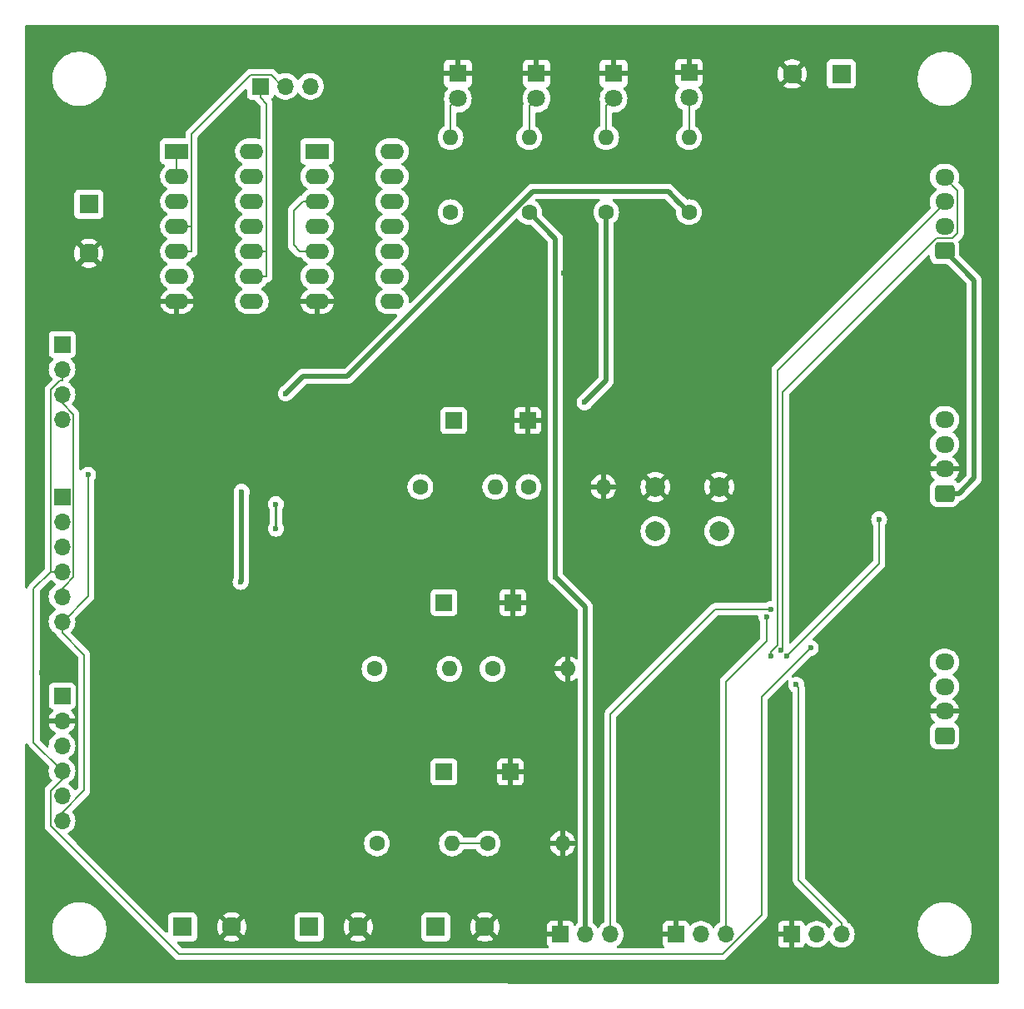
<source format=gbr>
%TF.GenerationSoftware,KiCad,Pcbnew,8.0.0*%
%TF.CreationDate,2024-03-19T14:17:09-05:00*%
%TF.ProjectId,MainBoard,4d61696e-426f-4617-9264-2e6b69636164,rev?*%
%TF.SameCoordinates,Original*%
%TF.FileFunction,Copper,L2,Bot*%
%TF.FilePolarity,Positive*%
%FSLAX46Y46*%
G04 Gerber Fmt 4.6, Leading zero omitted, Abs format (unit mm)*
G04 Created by KiCad (PCBNEW 8.0.0) date 2024-03-19 14:17:09*
%MOMM*%
%LPD*%
G01*
G04 APERTURE LIST*
G04 Aperture macros list*
%AMRoundRect*
0 Rectangle with rounded corners*
0 $1 Rounding radius*
0 $2 $3 $4 $5 $6 $7 $8 $9 X,Y pos of 4 corners*
0 Add a 4 corners polygon primitive as box body*
4,1,4,$2,$3,$4,$5,$6,$7,$8,$9,$2,$3,0*
0 Add four circle primitives for the rounded corners*
1,1,$1+$1,$2,$3*
1,1,$1+$1,$4,$5*
1,1,$1+$1,$6,$7*
1,1,$1+$1,$8,$9*
0 Add four rect primitives between the rounded corners*
20,1,$1+$1,$2,$3,$4,$5,0*
20,1,$1+$1,$4,$5,$6,$7,0*
20,1,$1+$1,$6,$7,$8,$9,0*
20,1,$1+$1,$8,$9,$2,$3,0*%
G04 Aperture macros list end*
%TA.AperFunction,ComponentPad*%
%ADD10C,1.600000*%
%TD*%
%TA.AperFunction,ComponentPad*%
%ADD11O,1.600000X1.600000*%
%TD*%
%TA.AperFunction,ComponentPad*%
%ADD12R,1.700000X1.700000*%
%TD*%
%TA.AperFunction,ComponentPad*%
%ADD13O,1.700000X1.700000*%
%TD*%
%TA.AperFunction,ComponentPad*%
%ADD14R,1.950000X1.950000*%
%TD*%
%TA.AperFunction,ComponentPad*%
%ADD15C,1.950000*%
%TD*%
%TA.AperFunction,ComponentPad*%
%ADD16R,1.800000X1.800000*%
%TD*%
%TA.AperFunction,ComponentPad*%
%ADD17C,1.800000*%
%TD*%
%TA.AperFunction,ComponentPad*%
%ADD18C,2.000000*%
%TD*%
%TA.AperFunction,ComponentPad*%
%ADD19RoundRect,0.250000X0.725000X-0.600000X0.725000X0.600000X-0.725000X0.600000X-0.725000X-0.600000X0*%
%TD*%
%TA.AperFunction,ComponentPad*%
%ADD20O,1.950000X1.700000*%
%TD*%
%TA.AperFunction,ComponentPad*%
%ADD21R,2.400000X1.600000*%
%TD*%
%TA.AperFunction,ComponentPad*%
%ADD22O,2.400000X1.600000*%
%TD*%
%TA.AperFunction,ViaPad*%
%ADD23C,0.600000*%
%TD*%
%TA.AperFunction,Conductor*%
%ADD24C,0.508000*%
%TD*%
%TA.AperFunction,Conductor*%
%ADD25C,0.254000*%
%TD*%
%TA.AperFunction,Conductor*%
%ADD26C,0.200000*%
%TD*%
G04 APERTURE END LIST*
D10*
%TO.P,R3,1*%
%TO.N,+12V*%
X170500000Y-66560000D03*
D11*
%TO.P,R3,2*%
%TO.N,Net-(D3-A)*%
X170500000Y-58940000D03*
%TD*%
D12*
%TO.P,TP5,1,1*%
%TO.N,Net-(JP3-A)*%
X145587500Y-106250000D03*
%TD*%
%TO.P,TP3,1,1*%
%TO.N,Net-(JP2-A)*%
X146587500Y-87750000D03*
%TD*%
%TO.P,J12,1,Pin_1*%
%TO.N,/SPI2_MOSI*%
X106750000Y-80000000D03*
D13*
%TO.P,J12,2,Pin_2*%
%TO.N,/SPI2_MISO*%
X106750000Y-82540000D03*
%TO.P,J12,3,Pin_3*%
%TO.N,/SPI2_SCK*%
X106750000Y-85080000D03*
%TO.P,J12,4,Pin_4*%
%TO.N,/SPI2_NSS*%
X106750000Y-87620000D03*
%TD*%
D14*
%TO.P,J2,1,1*%
%TO.N,+12V*%
X119000000Y-139250000D03*
D15*
%TO.P,J2,2,2*%
%TO.N,GND*%
X124000000Y-139250000D03*
%TD*%
D10*
%TO.P,R7,1*%
%TO.N,Net-(U1-FB)*%
X154190000Y-94500000D03*
D11*
%TO.P,R7,2*%
%TO.N,GND*%
X161810000Y-94500000D03*
%TD*%
D12*
%TO.P,J5,1,Pin_1*%
%TO.N,GND*%
X157435000Y-140000000D03*
D13*
%TO.P,J5,2,Pin_2*%
%TO.N,+5V_1.2A*%
X159975000Y-140000000D03*
%TO.P,J5,3,Pin_3*%
%TO.N,Net-(J5-Pin_3)*%
X162515000Y-140000000D03*
%TD*%
D12*
%TO.P,TP2,1,1*%
%TO.N,GND*%
X152337500Y-123500000D03*
%TD*%
D16*
%TO.P,D1,1,K*%
%TO.N,GND*%
X147000000Y-52460000D03*
D17*
%TO.P,D1,2,A*%
%TO.N,Net-(D1-A)*%
X147000000Y-55000000D03*
%TD*%
D18*
%TO.P,SW1,1,1*%
%TO.N,GND*%
X167087500Y-94500000D03*
X173587500Y-94500000D03*
%TO.P,SW1,2,2*%
%TO.N,Net-(U3-NRST)*%
X167087500Y-99000000D03*
X173587500Y-99000000D03*
%TD*%
D16*
%TO.P,D4,1,K*%
%TO.N,GND*%
X162833300Y-52460000D03*
D17*
%TO.P,D4,2,A*%
%TO.N,Net-(D4-A)*%
X162833300Y-55000000D03*
%TD*%
D10*
%TO.P,R4,1*%
%TO.N,Net-(JP1-A)*%
X138777500Y-130750000D03*
D11*
%TO.P,R4,2*%
%TO.N,Net-(U5-FB)*%
X146397500Y-130750000D03*
%TD*%
D10*
%TO.P,R10,1*%
%TO.N,+5V_3A*%
X162083300Y-66560000D03*
D11*
%TO.P,R10,2*%
%TO.N,Net-(D4-A)*%
X162083300Y-58940000D03*
%TD*%
D10*
%TO.P,R8,1*%
%TO.N,Net-(JP3-A)*%
X138527500Y-113000000D03*
D11*
%TO.P,R8,2*%
%TO.N,Net-(U2-FB)*%
X146147500Y-113000000D03*
%TD*%
D10*
%TO.P,R5,1*%
%TO.N,Net-(U5-FB)*%
X150027500Y-130750000D03*
D11*
%TO.P,R5,2*%
%TO.N,GND*%
X157647500Y-130750000D03*
%TD*%
D10*
%TO.P,R9,1*%
%TO.N,Net-(U2-FB)*%
X150527500Y-113000000D03*
D11*
%TO.P,R9,2*%
%TO.N,GND*%
X158147500Y-113000000D03*
%TD*%
D12*
%TO.P,TP4,1,1*%
%TO.N,GND*%
X154087500Y-87750000D03*
%TD*%
D19*
%TO.P,J18,1,Pin_1*%
%TO.N,+3.3V_1.2A*%
X196500000Y-95160000D03*
D20*
%TO.P,J18,2,Pin_2*%
%TO.N,GND*%
X196500000Y-92660000D03*
%TO.P,J18,3,Pin_3*%
%TO.N,/ME2_ChA*%
X196500000Y-90160000D03*
%TO.P,J18,4,Pin_4*%
%TO.N,/ME2_ChB*%
X196500000Y-87660000D03*
%TD*%
D19*
%TO.P,J20,1,Pin_1*%
%TO.N,+3.3V_1.2A*%
X196500000Y-70500000D03*
D20*
%TO.P,J20,2,Pin_2*%
%TO.N,GND*%
X196500000Y-68000000D03*
%TO.P,J20,3,Pin_3*%
%TO.N,/ME3_ChA*%
X196500000Y-65500000D03*
%TO.P,J20,4,Pin_4*%
%TO.N,/ME3_ChB*%
X196500000Y-63000000D03*
%TD*%
D10*
%TO.P,R6,1*%
%TO.N,Net-(JP2-A)*%
X143190000Y-94500000D03*
D11*
%TO.P,R6,2*%
%TO.N,Net-(U1-FB)*%
X150810000Y-94500000D03*
%TD*%
D12*
%TO.P,J7,1,Pin_1*%
%TO.N,GND*%
X180920000Y-140000000D03*
D13*
%TO.P,J7,2,Pin_2*%
%TO.N,+5V_1.2A*%
X183460000Y-140000000D03*
%TO.P,J7,3,Pin_3*%
%TO.N,Net-(J7-Pin_3)*%
X186000000Y-140000000D03*
%TD*%
D12*
%TO.P,J10,1,Pin_1*%
%TO.N,+5V_1.2A*%
X106750000Y-95500000D03*
D13*
%TO.P,J10,2,Pin_2*%
%TO.N,GND*%
X106750000Y-98040000D03*
%TO.P,J10,3,Pin_3*%
%TO.N,/SPI2_MOSI*%
X106750000Y-100580000D03*
%TO.P,J10,4,Pin_4*%
%TO.N,/SPI2_MISO*%
X106750000Y-103120000D03*
%TO.P,J10,5,Pin_5*%
%TO.N,/SPI2_SCK*%
X106750000Y-105660000D03*
%TO.P,J10,6,Pin_6*%
%TO.N,/SPI2_NSS*%
X106750000Y-108200000D03*
%TD*%
D14*
%TO.P,J1,1,1*%
%TO.N,+12V*%
X186000000Y-52500000D03*
D15*
%TO.P,J1,2,2*%
%TO.N,GND*%
X181000000Y-52500000D03*
%TD*%
D14*
%TO.P,J8,1,1*%
%TO.N,+5V_3A*%
X109475000Y-65750000D03*
D15*
%TO.P,J8,2,2*%
%TO.N,GND*%
X109475000Y-70750000D03*
%TD*%
D12*
%TO.P,J6,1,Pin_1*%
%TO.N,GND*%
X169177500Y-140000000D03*
D13*
%TO.P,J6,2,Pin_2*%
%TO.N,+5V_1.2A*%
X171717500Y-140000000D03*
%TO.P,J6,3,Pin_3*%
%TO.N,Net-(J6-Pin_3)*%
X174257500Y-140000000D03*
%TD*%
D12*
%TO.P,TP6,1,1*%
%TO.N,GND*%
X152587500Y-106250000D03*
%TD*%
D21*
%TO.P,U4,1,1A*%
%TO.N,Net-(J14-Pin_3)*%
X118425000Y-60375000D03*
D22*
%TO.P,U4,2,1B*%
X118425000Y-62915000D03*
%TO.P,U4,3,1Y*%
%TO.N,Net-(U4-1Y)*%
X118425000Y-65455000D03*
%TO.P,U4,4,2A*%
%TO.N,Net-(J14-Pin_2)*%
X118425000Y-67995000D03*
%TO.P,U4,5,2B*%
X118425000Y-70535000D03*
%TO.P,U4,6,2Y*%
%TO.N,Net-(U4-2Y)*%
X118425000Y-73075000D03*
%TO.P,U4,7,GND*%
%TO.N,GND*%
X118425000Y-75615000D03*
%TO.P,U4,8,3Y*%
%TO.N,Net-(U4-3Y)*%
X126045000Y-75615000D03*
%TO.P,U4,9,3A*%
%TO.N,Net-(J14-Pin_1)*%
X126045000Y-73075000D03*
%TO.P,U4,10,3B*%
X126045000Y-70535000D03*
%TO.P,U4,11,4Y*%
%TO.N,unconnected-(U4-4Y-Pad11)*%
X126045000Y-67995000D03*
%TO.P,U4,12,4A*%
%TO.N,unconnected-(U4-4A-Pad12)*%
X126045000Y-65455000D03*
%TO.P,U4,13,4B*%
%TO.N,unconnected-(U4-4B-Pad13)*%
X126045000Y-62915000D03*
%TO.P,U4,14,VCC*%
%TO.N,+5V_3A*%
X126045000Y-60375000D03*
%TD*%
D16*
%TO.P,D3,1,K*%
%TO.N,GND*%
X170500000Y-52375000D03*
D17*
%TO.P,D3,2,A*%
%TO.N,Net-(D3-A)*%
X170500000Y-54915000D03*
%TD*%
D12*
%TO.P,J11,1,Pin_1*%
%TO.N,+5V_1.2A*%
X106750000Y-115750000D03*
D13*
%TO.P,J11,2,Pin_2*%
%TO.N,GND*%
X106750000Y-118290000D03*
%TO.P,J11,3,Pin_3*%
%TO.N,/SPI2_MOSI*%
X106750000Y-120830000D03*
%TO.P,J11,4,Pin_4*%
%TO.N,/SPI2_MISO*%
X106750000Y-123370000D03*
%TO.P,J11,5,Pin_5*%
%TO.N,/SPI2_SCK*%
X106750000Y-125910000D03*
%TO.P,J11,6,Pin_6*%
%TO.N,/SPI2_NSS*%
X106750000Y-128450000D03*
%TD*%
D21*
%TO.P,U6,1,1A*%
%TO.N,Net-(U4-2Y)*%
X132675000Y-60375000D03*
D22*
%TO.P,U6,2,1B*%
%TO.N,Net-(U4-1Y)*%
X132675000Y-62915000D03*
%TO.P,U6,3,1Y*%
%TO.N,Net-(U6-1Y)*%
X132675000Y-65455000D03*
%TO.P,U6,4,2A*%
%TO.N,Net-(U4-3Y)*%
X132675000Y-67995000D03*
%TO.P,U6,5,2B*%
%TO.N,Net-(U6-1Y)*%
X132675000Y-70535000D03*
%TO.P,U6,6,2Y*%
%TO.N,/LimitSwitchORGates/OR3 Output*%
X132675000Y-73075000D03*
%TO.P,U6,7,GND*%
%TO.N,GND*%
X132675000Y-75615000D03*
%TO.P,U6,8,3Y*%
%TO.N,unconnected-(U6-3Y-Pad8)*%
X140295000Y-75615000D03*
%TO.P,U6,9,3A*%
%TO.N,unconnected-(U6-3A-Pad9)*%
X140295000Y-73075000D03*
%TO.P,U6,10,3B*%
%TO.N,unconnected-(U6-3B-Pad10)*%
X140295000Y-70535000D03*
%TO.P,U6,11,4Y*%
%TO.N,unconnected-(U6-4Y-Pad11)*%
X140295000Y-67995000D03*
%TO.P,U6,12,4A*%
%TO.N,unconnected-(U6-4A-Pad12)*%
X140295000Y-65455000D03*
%TO.P,U6,13,4B*%
%TO.N,unconnected-(U6-4B-Pad13)*%
X140295000Y-62915000D03*
%TO.P,U6,14,VCC*%
%TO.N,+5V_3A*%
X140295000Y-60375000D03*
%TD*%
D10*
%TO.P,R1,1*%
%TO.N,+3.3V_1.2A*%
X146250000Y-66560000D03*
D11*
%TO.P,R1,2*%
%TO.N,Net-(D1-A)*%
X146250000Y-58940000D03*
%TD*%
D16*
%TO.P,D2,1,K*%
%TO.N,GND*%
X155000000Y-52460000D03*
D17*
%TO.P,D2,2,A*%
%TO.N,Net-(D2-A)*%
X155000000Y-55000000D03*
%TD*%
D12*
%TO.P,TP1,1,1*%
%TO.N,Net-(JP1-A)*%
X145587500Y-123500000D03*
%TD*%
%TO.P,J14,1,Pin_1*%
%TO.N,Net-(J14-Pin_1)*%
X126920000Y-53750000D03*
D13*
%TO.P,J14,2,Pin_2*%
%TO.N,Net-(J14-Pin_2)*%
X129460000Y-53750000D03*
%TO.P,J14,3,Pin_3*%
%TO.N,Net-(J14-Pin_3)*%
X132000000Y-53750000D03*
%TD*%
D14*
%TO.P,J3,1,1*%
%TO.N,+12V*%
X131875000Y-139250000D03*
D15*
%TO.P,J3,2,2*%
%TO.N,GND*%
X136875000Y-139250000D03*
%TD*%
D14*
%TO.P,J4,1,1*%
%TO.N,+12V*%
X144750000Y-139250000D03*
D15*
%TO.P,J4,2,2*%
%TO.N,GND*%
X149750000Y-139250000D03*
%TD*%
D19*
%TO.P,J19,1,Pin_1*%
%TO.N,+3.3V_1.2A*%
X196500000Y-119820000D03*
D20*
%TO.P,J19,2,Pin_2*%
%TO.N,GND*%
X196500000Y-117320000D03*
%TO.P,J19,3,Pin_3*%
%TO.N,/ME1_ChA*%
X196500000Y-114820000D03*
%TO.P,J19,4,Pin_4*%
%TO.N,/ME1_ChB*%
X196500000Y-112320000D03*
%TD*%
D10*
%TO.P,R2,1*%
%TO.N,+5V_1.2A*%
X154250000Y-66560000D03*
D11*
%TO.P,R2,2*%
%TO.N,Net-(D2-A)*%
X154250000Y-58940000D03*
%TD*%
D23*
%TO.N,+12V*%
X129500000Y-85000000D03*
X125000000Y-95000000D03*
X124902700Y-104156700D03*
%TO.N,GND*%
X136750000Y-133500000D03*
X179000000Y-127500000D03*
X183950000Y-114200000D03*
X138838000Y-118250000D03*
X109950000Y-120900000D03*
X125700000Y-126800000D03*
X125750000Y-90250000D03*
X171250000Y-104000000D03*
X157750000Y-72750000D03*
X185900000Y-118150000D03*
X111750000Y-92000000D03*
X116950000Y-86150000D03*
X104600000Y-93000000D03*
X171500000Y-110350000D03*
X145750000Y-99500000D03*
X104650000Y-113350000D03*
X111400000Y-104100000D03*
X125250000Y-80500000D03*
X185750000Y-81750000D03*
X177800000Y-103150000D03*
X125750000Y-109050000D03*
X184850000Y-105150000D03*
%TO.N,Net-(U1-SW)*%
X128500000Y-98750000D03*
X128500000Y-96250000D03*
%TO.N,+5V_3A*%
X159883500Y-85890400D03*
%TO.N,+5V_1.2A*%
X156936400Y-103687000D03*
%TO.N,Net-(J5-Pin_3)*%
X178831100Y-106920000D03*
%TO.N,Net-(J6-Pin_3)*%
X178381000Y-107683600D03*
%TO.N,Net-(J7-Pin_3)*%
X181400000Y-114611300D03*
%TO.N,/SPI2_NSS*%
X109400000Y-93250000D03*
%TO.N,/SPI2_MISO*%
X182891200Y-110869200D03*
%TO.N,/ME2_ChA*%
X180462500Y-111675100D03*
X189839700Y-97792800D03*
%TO.N,/ME3_ChA*%
X178843300Y-111719600D03*
%TO.N,/ME3_ChB*%
X179886900Y-111094000D03*
%TD*%
D24*
%TO.N,+12V*%
X131246000Y-83254000D02*
X129500000Y-85000000D01*
X170500000Y-66560000D02*
X169390800Y-65450800D01*
X169390800Y-65440800D02*
X168400000Y-64450000D01*
X135782576Y-83254000D02*
X131246000Y-83254000D01*
X169390800Y-65450800D02*
X169390800Y-65440800D01*
X168400000Y-64450000D02*
X154586576Y-64450000D01*
X154586576Y-64450000D02*
X135782576Y-83254000D01*
X125000000Y-95000000D02*
X125000000Y-104059400D01*
X125000000Y-104059400D02*
X124902700Y-104156700D01*
D25*
%TO.N,Net-(U1-SW)*%
X128500000Y-96250000D02*
X128500000Y-98750000D01*
D26*
%TO.N,Net-(D1-A)*%
X146250000Y-55750000D02*
X146250000Y-58940000D01*
X147000000Y-55000000D02*
X146250000Y-55750000D01*
%TO.N,Net-(D2-A)*%
X154250000Y-55750000D02*
X154250000Y-58940000D01*
X155000000Y-55000000D02*
X154250000Y-55750000D01*
%TO.N,Net-(D3-A)*%
X170500000Y-54915000D02*
X170500000Y-58940000D01*
%TO.N,Net-(D4-A)*%
X162083300Y-55750000D02*
X162083300Y-58940000D01*
X162833300Y-55000000D02*
X162083300Y-55750000D01*
D24*
%TO.N,+5V_3A*%
X162083300Y-83690600D02*
X159883500Y-85890400D01*
X162083300Y-66560000D02*
X162083300Y-83690600D01*
%TO.N,+5V_1.2A*%
X159975000Y-106725600D02*
X159975000Y-140000000D01*
X156936400Y-103687000D02*
X159975000Y-106725600D01*
X156936400Y-69246400D02*
X156936400Y-103687000D01*
X154250000Y-66560000D02*
X156936400Y-69246400D01*
D26*
%TO.N,Net-(J5-Pin_3)*%
X178831100Y-106920000D02*
X173180000Y-106920000D01*
X173180000Y-106920000D02*
X162515000Y-117585000D01*
X162515000Y-117585000D02*
X162515000Y-140000000D01*
%TO.N,Net-(J6-Pin_3)*%
X174257500Y-114292500D02*
X174257500Y-140000000D01*
X178381000Y-107683600D02*
X178381000Y-110169000D01*
X178381000Y-110169000D02*
X174257500Y-114292500D01*
%TO.N,Net-(J7-Pin_3)*%
X181659800Y-114871100D02*
X181659800Y-134509700D01*
X181400000Y-114611300D02*
X181659800Y-114871100D01*
X181659800Y-134509700D02*
X186000000Y-138849900D01*
X186000000Y-138849900D02*
X186000000Y-140000000D01*
%TO.N,/SPI2_NSS*%
X109000000Y-111600100D02*
X106750000Y-109350100D01*
X109400000Y-105621800D02*
X106750000Y-108271800D01*
X106750000Y-128450000D02*
X106750000Y-127587400D01*
X106750000Y-127587400D02*
X109000000Y-125337400D01*
X109400000Y-93250000D02*
X109400000Y-105621800D01*
X106750000Y-108200000D02*
X106750000Y-108271800D01*
X109000000Y-125337400D02*
X109000000Y-111600100D01*
X106750000Y-109350100D02*
X106750000Y-108271800D01*
%TO.N,/SPI2_MISO*%
X106750000Y-124232600D02*
X106750000Y-123370000D01*
X182891200Y-110869200D02*
X177880800Y-115879600D01*
X105599900Y-103120000D02*
X105599900Y-84601900D01*
X106750000Y-103120000D02*
X105599900Y-103120000D01*
X106511700Y-83690100D02*
X106750000Y-83690100D01*
X103850000Y-120470000D02*
X103850000Y-104869900D01*
X106750000Y-123370000D02*
X103850000Y-120470000D01*
X106750000Y-82540000D02*
X106750000Y-83690100D01*
X105599900Y-84601900D02*
X106511700Y-83690100D01*
X177880800Y-138020300D02*
X173901100Y-142000000D01*
X118653000Y-142000000D02*
X105598100Y-128945100D01*
X103850000Y-104869900D02*
X105599900Y-103120000D01*
X105598100Y-125384500D02*
X106750000Y-124232600D01*
X177880800Y-115879600D02*
X177880800Y-138020300D01*
X105598100Y-128945100D02*
X105598100Y-125384500D01*
X173901100Y-142000000D02*
X118653000Y-142000000D01*
%TO.N,/SPI2_SCK*%
X107908100Y-87108100D02*
X107908100Y-103639300D01*
X106750000Y-104800000D02*
X106750000Y-105660000D01*
X107908100Y-103639300D02*
X107000000Y-104547400D01*
X106750000Y-85950000D02*
X107908100Y-87108100D01*
X106750000Y-85080000D02*
X106750000Y-85950000D01*
X107000000Y-104550000D02*
X106750000Y-104800000D01*
X107000000Y-104547400D02*
X107000000Y-104550000D01*
D24*
%TO.N,+3.3V_1.2A*%
X199500000Y-93600000D02*
X199500000Y-73500000D01*
X197940000Y-95160000D02*
X199500000Y-93600000D01*
X196500000Y-95160000D02*
X197940000Y-95160000D01*
X199500000Y-73500000D02*
X196500000Y-70500000D01*
D26*
%TO.N,Net-(J14-Pin_2)*%
X129150000Y-53750000D02*
X129460000Y-53750000D01*
X118425000Y-70535000D02*
X119925100Y-70535000D01*
X127999800Y-52599800D02*
X129150000Y-53750000D01*
X119925100Y-67995000D02*
X119925100Y-58605800D01*
X119925100Y-58605800D02*
X125931100Y-52599800D01*
X125931100Y-52599800D02*
X127999800Y-52599800D01*
X119925100Y-70535000D02*
X119925100Y-67995000D01*
X118425000Y-67995000D02*
X119925100Y-67995000D01*
%TO.N,Net-(J14-Pin_3)*%
X118425000Y-62915000D02*
X118425000Y-60375000D01*
%TO.N,Net-(J14-Pin_1)*%
X126920000Y-53750000D02*
X126920000Y-54900100D01*
X126045000Y-70535000D02*
X127445100Y-70535000D01*
X127545100Y-55525200D02*
X126920000Y-54900100D01*
X126045000Y-73075000D02*
X127545100Y-73075000D01*
X127445100Y-70535000D02*
X127545100Y-70535000D01*
X127545100Y-70535000D02*
X127545100Y-73075000D01*
X127545100Y-70535000D02*
X127545100Y-55525200D01*
%TO.N,/ME2_ChA*%
X180462500Y-111675100D02*
X189839700Y-102297900D01*
X189839700Y-102297900D02*
X189839700Y-97792800D01*
%TO.N,/ME3_ChA*%
X179511300Y-110621000D02*
X178843400Y-111288900D01*
X179511300Y-82632500D02*
X179511300Y-110621000D01*
X196500000Y-65500000D02*
X196500000Y-65643800D01*
X178843400Y-111288900D02*
X178843400Y-111719600D01*
X178843400Y-111719600D02*
X178843300Y-111719600D01*
X196500000Y-65643800D02*
X179511300Y-82632500D01*
%TO.N,/ME3_ChB*%
X197296500Y-69234700D02*
X195653500Y-69234700D01*
X180062300Y-84825900D02*
X180062300Y-110918600D01*
X196500000Y-63000000D02*
X197829200Y-64329200D01*
X180062300Y-110918600D02*
X179886900Y-111094000D01*
X197829200Y-64329200D02*
X197829200Y-68702000D01*
X195653500Y-69234700D02*
X180062300Y-84825900D01*
X197829200Y-68702000D02*
X197296500Y-69234700D01*
%TO.N,Net-(U5-FB)*%
X150027500Y-130750000D02*
X146397500Y-130750000D01*
%TO.N,Net-(U6-1Y)*%
X131245000Y-65455000D02*
X132675000Y-65455000D01*
X130300000Y-66400000D02*
X131245000Y-65455000D01*
X132675000Y-70535000D02*
X130935000Y-70535000D01*
X130300000Y-69900000D02*
X130300000Y-66400000D01*
X130935000Y-70535000D02*
X130300000Y-69900000D01*
%TD*%
%TA.AperFunction,Conductor*%
%TO.N,GND*%
G36*
X201942121Y-47520002D02*
G01*
X201988614Y-47573658D01*
X202000000Y-47626000D01*
X202000000Y-144923936D01*
X201979998Y-144992057D01*
X201926342Y-145038550D01*
X201873936Y-145049936D01*
X103141436Y-145000070D01*
X103073326Y-144980034D01*
X103026860Y-144926354D01*
X103015500Y-144874070D01*
X103015500Y-139654465D01*
X105749500Y-139654465D01*
X105784089Y-139961456D01*
X105816665Y-140104178D01*
X105852832Y-140262636D01*
X105852834Y-140262642D01*
X105852833Y-140262642D01*
X105954858Y-140554211D01*
X105954869Y-140554238D01*
X106088902Y-140832560D01*
X106088907Y-140832569D01*
X106253265Y-141094143D01*
X106445882Y-141335677D01*
X106664322Y-141554117D01*
X106664326Y-141554120D01*
X106905857Y-141746735D01*
X107167435Y-141911095D01*
X107445771Y-142045135D01*
X107445787Y-142045140D01*
X107445788Y-142045141D01*
X107737357Y-142147166D01*
X107737360Y-142147166D01*
X107737364Y-142147168D01*
X107960290Y-142198049D01*
X108038543Y-142215910D01*
X108038544Y-142215910D01*
X108038548Y-142215911D01*
X108282565Y-142243405D01*
X108345534Y-142250500D01*
X108345535Y-142250500D01*
X108654466Y-142250500D01*
X108706717Y-142244612D01*
X108961452Y-142215911D01*
X109262636Y-142147168D01*
X109554229Y-142045135D01*
X109832565Y-141911095D01*
X110094143Y-141746735D01*
X110335674Y-141554120D01*
X110554120Y-141335674D01*
X110746735Y-141094143D01*
X110911095Y-140832565D01*
X111045135Y-140554229D01*
X111147168Y-140262636D01*
X111215911Y-139961452D01*
X111250500Y-139654465D01*
X111250500Y-139345535D01*
X111250409Y-139344731D01*
X111239736Y-139249999D01*
X111215911Y-139038548D01*
X111147168Y-138737364D01*
X111146255Y-138734756D01*
X111045141Y-138445788D01*
X111045140Y-138445787D01*
X111045135Y-138445771D01*
X110911095Y-138167435D01*
X110868980Y-138100410D01*
X110823983Y-138028797D01*
X110746735Y-137905857D01*
X110554120Y-137664326D01*
X110554117Y-137664322D01*
X110335677Y-137445882D01*
X110094143Y-137253265D01*
X109832569Y-137088907D01*
X109832560Y-137088902D01*
X109554238Y-136954869D01*
X109554233Y-136954867D01*
X109554229Y-136954865D01*
X109554223Y-136954862D01*
X109554211Y-136954858D01*
X109262642Y-136852833D01*
X108961456Y-136784089D01*
X108654466Y-136749500D01*
X108654465Y-136749500D01*
X108345535Y-136749500D01*
X108345534Y-136749500D01*
X108038543Y-136784089D01*
X107737357Y-136852833D01*
X107445788Y-136954858D01*
X107445761Y-136954869D01*
X107167439Y-137088902D01*
X107167430Y-137088907D01*
X106905856Y-137253265D01*
X106664322Y-137445882D01*
X106445882Y-137664322D01*
X106253265Y-137905856D01*
X106088907Y-138167430D01*
X106088902Y-138167439D01*
X105954869Y-138445761D01*
X105954858Y-138445788D01*
X105852833Y-138737357D01*
X105784089Y-139038543D01*
X105749500Y-139345534D01*
X105749500Y-139654465D01*
X103015500Y-139654465D01*
X103015500Y-120663731D01*
X103035502Y-120595610D01*
X103089158Y-120549117D01*
X103159432Y-120539013D01*
X103224012Y-120568507D01*
X103262396Y-120628233D01*
X103263190Y-120631061D01*
X103282968Y-120704873D01*
X103282969Y-120704875D01*
X103282970Y-120704877D01*
X103363075Y-120843623D01*
X103363083Y-120843633D01*
X105407276Y-122887825D01*
X105441301Y-122950137D01*
X105440326Y-123007850D01*
X105405436Y-123145628D01*
X105386844Y-123370000D01*
X105405437Y-123594375D01*
X105460702Y-123812612D01*
X105460703Y-123812613D01*
X105460704Y-123812616D01*
X105551140Y-124018791D01*
X105674278Y-124207268D01*
X105707675Y-124243546D01*
X105739096Y-124307211D01*
X105731109Y-124377757D01*
X105704070Y-124417979D01*
X105111180Y-125010870D01*
X105111175Y-125010876D01*
X105031067Y-125149627D01*
X105031068Y-125149628D01*
X104989600Y-125304389D01*
X104989600Y-128864990D01*
X104989600Y-129025210D01*
X105031068Y-129179973D01*
X105031069Y-129179975D01*
X105031070Y-129179977D01*
X105111175Y-129318723D01*
X105111183Y-129318733D01*
X118279366Y-142486916D01*
X118279371Y-142486920D01*
X118279373Y-142486922D01*
X118418128Y-142567032D01*
X118572889Y-142608500D01*
X118572890Y-142608500D01*
X118572891Y-142608500D01*
X173981210Y-142608500D01*
X173981211Y-142608500D01*
X174058591Y-142587766D01*
X174135973Y-142567032D01*
X174274727Y-142486922D01*
X178367722Y-138393927D01*
X178447832Y-138255172D01*
X178489300Y-138100410D01*
X178489300Y-137940190D01*
X178489300Y-116183838D01*
X178509302Y-116115717D01*
X178526200Y-116094748D01*
X180440396Y-114180552D01*
X180502707Y-114146527D01*
X180573522Y-114151592D01*
X180630358Y-114194139D01*
X180655169Y-114260659D01*
X180648419Y-114311263D01*
X180618066Y-114398009D01*
X180606783Y-114430253D01*
X180586384Y-114611300D01*
X180606783Y-114792347D01*
X180606783Y-114792349D01*
X180606784Y-114792350D01*
X180666957Y-114964315D01*
X180666958Y-114964318D01*
X180763887Y-115118579D01*
X180763888Y-115118581D01*
X180892718Y-115247411D01*
X180892720Y-115247412D01*
X180992336Y-115310005D01*
X181039374Y-115363183D01*
X181051300Y-115416692D01*
X181051300Y-134429590D01*
X181051300Y-134589810D01*
X181092768Y-134744573D01*
X181092769Y-134744575D01*
X181092770Y-134744577D01*
X181172875Y-134883323D01*
X181172883Y-134883333D01*
X185093892Y-138804341D01*
X185127918Y-138866653D01*
X185122853Y-138937468D01*
X185082200Y-138992858D01*
X185076768Y-138997086D01*
X185076753Y-138997100D01*
X184924280Y-139162729D01*
X184924279Y-139162729D01*
X184835483Y-139298643D01*
X184781479Y-139344731D01*
X184711131Y-139354306D01*
X184646774Y-139324329D01*
X184624517Y-139298643D01*
X184535720Y-139162729D01*
X184406600Y-139022470D01*
X184383240Y-138997094D01*
X184383239Y-138997093D01*
X184383237Y-138997091D01*
X184271106Y-138909816D01*
X184205576Y-138858811D01*
X184007574Y-138751658D01*
X184007572Y-138751657D01*
X184007571Y-138751656D01*
X183794639Y-138678557D01*
X183794630Y-138678555D01*
X183750476Y-138671187D01*
X183572569Y-138641500D01*
X183347431Y-138641500D01*
X183199211Y-138666233D01*
X183125369Y-138678555D01*
X183125360Y-138678557D01*
X182912428Y-138751656D01*
X182912426Y-138751658D01*
X182714432Y-138858807D01*
X182714426Y-138858810D01*
X182714424Y-138858811D01*
X182536759Y-138997094D01*
X182475374Y-139063775D01*
X182414521Y-139100346D01*
X182343557Y-139098211D01*
X182285012Y-139058049D01*
X182264618Y-139022470D01*
X182220443Y-138904033D01*
X182132904Y-138787095D01*
X182015965Y-138699555D01*
X181879093Y-138648505D01*
X181818597Y-138642000D01*
X181174000Y-138642000D01*
X181174000Y-139569297D01*
X181112993Y-139534075D01*
X180985826Y-139500000D01*
X180854174Y-139500000D01*
X180727007Y-139534075D01*
X180666000Y-139569297D01*
X180666000Y-138642000D01*
X180021402Y-138642000D01*
X179960906Y-138648505D01*
X179824035Y-138699555D01*
X179824034Y-138699555D01*
X179707095Y-138787095D01*
X179619555Y-138904034D01*
X179619555Y-138904035D01*
X179568505Y-139040906D01*
X179562000Y-139101402D01*
X179562000Y-139746000D01*
X180489297Y-139746000D01*
X180454075Y-139807007D01*
X180420000Y-139934174D01*
X180420000Y-140065826D01*
X180454075Y-140192993D01*
X180489297Y-140254000D01*
X179562000Y-140254000D01*
X179562000Y-140898597D01*
X179568505Y-140959093D01*
X179619555Y-141095964D01*
X179619555Y-141095965D01*
X179707095Y-141212904D01*
X179824034Y-141300444D01*
X179960906Y-141351494D01*
X180021402Y-141357999D01*
X180021415Y-141358000D01*
X180666000Y-141358000D01*
X180666000Y-140430702D01*
X180727007Y-140465925D01*
X180854174Y-140500000D01*
X180985826Y-140500000D01*
X181112993Y-140465925D01*
X181174000Y-140430702D01*
X181174000Y-141358000D01*
X181818585Y-141358000D01*
X181818597Y-141357999D01*
X181879093Y-141351494D01*
X182015964Y-141300444D01*
X182015965Y-141300444D01*
X182132904Y-141212904D01*
X182220444Y-141095965D01*
X182264618Y-140977530D01*
X182307165Y-140920694D01*
X182373685Y-140895883D01*
X182443059Y-140910974D01*
X182475372Y-140936222D01*
X182486763Y-140948595D01*
X182536762Y-141002908D01*
X182591331Y-141045381D01*
X182714424Y-141141189D01*
X182912426Y-141248342D01*
X182912427Y-141248342D01*
X182912428Y-141248343D01*
X182987212Y-141274016D01*
X183125365Y-141321444D01*
X183347431Y-141358500D01*
X183347435Y-141358500D01*
X183572565Y-141358500D01*
X183572569Y-141358500D01*
X183794635Y-141321444D01*
X184007574Y-141248342D01*
X184205576Y-141141189D01*
X184383240Y-141002906D01*
X184535722Y-140837268D01*
X184624518Y-140701354D01*
X184678520Y-140655268D01*
X184748868Y-140645692D01*
X184813225Y-140675669D01*
X184835480Y-140701353D01*
X184856483Y-140733500D01*
X184924275Y-140837265D01*
X184924279Y-140837270D01*
X185076762Y-141002908D01*
X185131331Y-141045381D01*
X185254424Y-141141189D01*
X185452426Y-141248342D01*
X185452427Y-141248342D01*
X185452428Y-141248343D01*
X185527212Y-141274016D01*
X185665365Y-141321444D01*
X185887431Y-141358500D01*
X185887435Y-141358500D01*
X186112565Y-141358500D01*
X186112569Y-141358500D01*
X186334635Y-141321444D01*
X186547574Y-141248342D01*
X186745576Y-141141189D01*
X186923240Y-141002906D01*
X187075722Y-140837268D01*
X187198860Y-140648791D01*
X187289296Y-140442616D01*
X187344564Y-140224368D01*
X187363156Y-140000000D01*
X187344564Y-139775632D01*
X187313880Y-139654465D01*
X193749500Y-139654465D01*
X193784089Y-139961456D01*
X193816665Y-140104178D01*
X193852832Y-140262636D01*
X193852834Y-140262642D01*
X193852833Y-140262642D01*
X193954858Y-140554211D01*
X193954869Y-140554238D01*
X194088902Y-140832560D01*
X194088907Y-140832569D01*
X194253265Y-141094143D01*
X194445882Y-141335677D01*
X194664322Y-141554117D01*
X194664326Y-141554120D01*
X194905857Y-141746735D01*
X195167435Y-141911095D01*
X195445771Y-142045135D01*
X195445787Y-142045140D01*
X195445788Y-142045141D01*
X195737357Y-142147166D01*
X195737360Y-142147166D01*
X195737364Y-142147168D01*
X195960290Y-142198049D01*
X196038543Y-142215910D01*
X196038544Y-142215910D01*
X196038548Y-142215911D01*
X196282565Y-142243405D01*
X196345534Y-142250500D01*
X196345535Y-142250500D01*
X196654466Y-142250500D01*
X196706717Y-142244612D01*
X196961452Y-142215911D01*
X197262636Y-142147168D01*
X197554229Y-142045135D01*
X197832565Y-141911095D01*
X198094143Y-141746735D01*
X198335674Y-141554120D01*
X198554120Y-141335674D01*
X198746735Y-141094143D01*
X198911095Y-140832565D01*
X199045135Y-140554229D01*
X199147168Y-140262636D01*
X199215911Y-139961452D01*
X199250500Y-139654465D01*
X199250500Y-139345535D01*
X199250409Y-139344731D01*
X199239736Y-139249999D01*
X199215911Y-139038548D01*
X199147168Y-138737364D01*
X199146255Y-138734756D01*
X199045141Y-138445788D01*
X199045140Y-138445787D01*
X199045135Y-138445771D01*
X198911095Y-138167435D01*
X198868980Y-138100410D01*
X198823983Y-138028797D01*
X198746735Y-137905857D01*
X198554120Y-137664326D01*
X198554117Y-137664322D01*
X198335677Y-137445882D01*
X198094143Y-137253265D01*
X197832569Y-137088907D01*
X197832560Y-137088902D01*
X197554238Y-136954869D01*
X197554233Y-136954867D01*
X197554229Y-136954865D01*
X197554223Y-136954862D01*
X197554211Y-136954858D01*
X197262642Y-136852833D01*
X196961456Y-136784089D01*
X196654466Y-136749500D01*
X196654465Y-136749500D01*
X196345535Y-136749500D01*
X196345534Y-136749500D01*
X196038543Y-136784089D01*
X195737357Y-136852833D01*
X195445788Y-136954858D01*
X195445761Y-136954869D01*
X195167439Y-137088902D01*
X195167430Y-137088907D01*
X194905856Y-137253265D01*
X194664322Y-137445882D01*
X194445882Y-137664322D01*
X194253265Y-137905856D01*
X194088907Y-138167430D01*
X194088902Y-138167439D01*
X193954869Y-138445761D01*
X193954858Y-138445788D01*
X193852833Y-138737357D01*
X193784089Y-139038543D01*
X193749500Y-139345534D01*
X193749500Y-139654465D01*
X187313880Y-139654465D01*
X187289296Y-139557384D01*
X187198860Y-139351209D01*
X187192140Y-139340924D01*
X187075724Y-139162734D01*
X187075720Y-139162729D01*
X186946600Y-139022470D01*
X186923240Y-138997094D01*
X186923239Y-138997093D01*
X186923237Y-138997091D01*
X186811106Y-138909816D01*
X186745576Y-138858811D01*
X186745569Y-138858807D01*
X186660849Y-138812958D01*
X186610459Y-138762945D01*
X186599114Y-138734763D01*
X186567032Y-138615028D01*
X186551042Y-138587332D01*
X186486922Y-138476273D01*
X186486920Y-138476271D01*
X186486916Y-138476266D01*
X182305205Y-134294555D01*
X182271179Y-134232243D01*
X182268300Y-134205460D01*
X182268300Y-120470544D01*
X195016500Y-120470544D01*
X195027112Y-120574425D01*
X195082885Y-120742738D01*
X195175970Y-120893652D01*
X195175975Y-120893658D01*
X195301341Y-121019024D01*
X195301347Y-121019029D01*
X195301348Y-121019030D01*
X195452262Y-121112115D01*
X195620574Y-121167887D01*
X195724455Y-121178500D01*
X197275544Y-121178499D01*
X197379426Y-121167887D01*
X197547738Y-121112115D01*
X197698652Y-121019030D01*
X197824030Y-120893652D01*
X197917115Y-120742738D01*
X197972887Y-120574426D01*
X197983500Y-120470545D01*
X197983499Y-119169456D01*
X197972887Y-119065574D01*
X197917115Y-118897262D01*
X197824030Y-118746348D01*
X197824029Y-118746347D01*
X197824024Y-118746341D01*
X197698658Y-118620975D01*
X197698652Y-118620970D01*
X197553401Y-118531378D01*
X197505926Y-118478595D01*
X197494523Y-118408520D01*
X197522815Y-118343405D01*
X197530456Y-118335044D01*
X197660823Y-118204677D01*
X197786463Y-118031750D01*
X197883506Y-117841292D01*
X197883509Y-117841286D01*
X197949559Y-117638004D01*
X197959698Y-117574000D01*
X196901836Y-117574000D01*
X196942630Y-117503343D01*
X196975000Y-117382535D01*
X196975000Y-117257465D01*
X196942630Y-117136657D01*
X196901836Y-117066000D01*
X197959697Y-117066000D01*
X197949559Y-117001995D01*
X197883509Y-116798713D01*
X197883506Y-116798707D01*
X197786463Y-116608249D01*
X197660822Y-116435320D01*
X197509679Y-116284177D01*
X197355618Y-116172245D01*
X197312264Y-116116022D01*
X197306189Y-116045286D01*
X197339321Y-115982495D01*
X197355612Y-115968377D01*
X197510004Y-115856206D01*
X197661206Y-115705004D01*
X197786894Y-115532009D01*
X197883972Y-115341483D01*
X197950049Y-115138116D01*
X197983500Y-114926916D01*
X197983500Y-114713084D01*
X197950049Y-114501884D01*
X197883972Y-114298517D01*
X197786894Y-114107991D01*
X197661206Y-113934996D01*
X197661203Y-113934993D01*
X197661201Y-113934990D01*
X197510009Y-113783798D01*
X197510006Y-113783796D01*
X197510004Y-113783794D01*
X197356043Y-113671935D01*
X197312690Y-113615714D01*
X197306615Y-113544978D01*
X197339746Y-113482186D01*
X197356044Y-113468064D01*
X197382190Y-113449068D01*
X197510004Y-113356206D01*
X197661206Y-113205004D01*
X197786894Y-113032009D01*
X197883972Y-112841483D01*
X197950049Y-112638116D01*
X197983500Y-112426916D01*
X197983500Y-112213084D01*
X197950049Y-112001884D01*
X197883972Y-111798517D01*
X197786894Y-111607991D01*
X197661206Y-111434996D01*
X197661203Y-111434993D01*
X197661201Y-111434990D01*
X197510009Y-111283798D01*
X197510006Y-111283796D01*
X197510004Y-111283794D01*
X197337009Y-111158106D01*
X197146483Y-111061028D01*
X197146480Y-111061027D01*
X197146478Y-111061026D01*
X196943120Y-110994952D01*
X196943123Y-110994952D01*
X196903801Y-110988724D01*
X196731916Y-110961500D01*
X196268084Y-110961500D01*
X196056884Y-110994951D01*
X196056878Y-110994952D01*
X195853521Y-111061026D01*
X195853515Y-111061029D01*
X195662987Y-111158108D01*
X195489993Y-111283796D01*
X195489990Y-111283798D01*
X195338798Y-111434990D01*
X195338796Y-111434993D01*
X195213108Y-111607987D01*
X195116029Y-111798515D01*
X195116026Y-111798521D01*
X195049952Y-112001878D01*
X195049951Y-112001883D01*
X195049951Y-112001884D01*
X195016500Y-112213084D01*
X195016500Y-112426916D01*
X195049951Y-112638116D01*
X195049952Y-112638121D01*
X195116026Y-112841478D01*
X195116028Y-112841483D01*
X195196797Y-113000000D01*
X195213108Y-113032012D01*
X195244182Y-113074781D01*
X195338794Y-113205004D01*
X195338796Y-113205006D01*
X195338798Y-113205009D01*
X195489990Y-113356201D01*
X195489993Y-113356203D01*
X195489996Y-113356206D01*
X195590298Y-113429079D01*
X195643955Y-113468064D01*
X195687309Y-113524286D01*
X195693384Y-113595023D01*
X195660252Y-113657814D01*
X195643955Y-113671936D01*
X195489993Y-113783796D01*
X195489990Y-113783798D01*
X195338798Y-113934990D01*
X195338796Y-113934993D01*
X195213108Y-114107987D01*
X195116029Y-114298515D01*
X195116026Y-114298521D01*
X195049952Y-114501878D01*
X195049951Y-114501883D01*
X195049951Y-114501884D01*
X195016500Y-114713084D01*
X195016500Y-114926916D01*
X195022424Y-114964318D01*
X195049952Y-115138121D01*
X195105800Y-115310005D01*
X195116028Y-115341483D01*
X195199840Y-115505973D01*
X195213108Y-115532012D01*
X195338794Y-115705004D01*
X195338798Y-115705009D01*
X195489990Y-115856201D01*
X195489993Y-115856203D01*
X195489996Y-115856206D01*
X195644381Y-115968373D01*
X195687735Y-116024595D01*
X195693810Y-116095331D01*
X195660679Y-116158123D01*
X195644382Y-116172245D01*
X195490316Y-116284181D01*
X195339177Y-116435320D01*
X195213536Y-116608249D01*
X195116493Y-116798707D01*
X195116490Y-116798713D01*
X195050440Y-117001995D01*
X195040302Y-117066000D01*
X196098164Y-117066000D01*
X196057370Y-117136657D01*
X196025000Y-117257465D01*
X196025000Y-117382535D01*
X196057370Y-117503343D01*
X196098164Y-117574000D01*
X195040302Y-117574000D01*
X195050440Y-117638004D01*
X195116490Y-117841286D01*
X195116493Y-117841292D01*
X195213536Y-118031750D01*
X195339177Y-118204679D01*
X195469543Y-118335045D01*
X195503569Y-118397357D01*
X195498504Y-118468172D01*
X195455957Y-118525008D01*
X195446603Y-118531375D01*
X195426136Y-118544000D01*
X195301347Y-118620970D01*
X195301341Y-118620975D01*
X195175975Y-118746341D01*
X195175970Y-118746347D01*
X195082885Y-118897262D01*
X195027113Y-119065572D01*
X195027112Y-119065579D01*
X195016500Y-119169446D01*
X195016500Y-120470544D01*
X182268300Y-120470544D01*
X182268300Y-114790990D01*
X182247425Y-114713084D01*
X182226832Y-114636228D01*
X182226831Y-114636226D01*
X182223670Y-114628594D01*
X182224323Y-114628323D01*
X182210957Y-114587705D01*
X182193217Y-114430253D01*
X182133043Y-114258285D01*
X182133041Y-114258282D01*
X182133041Y-114258281D01*
X182036112Y-114104020D01*
X182036111Y-114104018D01*
X181907281Y-113975188D01*
X181907279Y-113975187D01*
X181753018Y-113878258D01*
X181753015Y-113878257D01*
X181581050Y-113818084D01*
X181581049Y-113818083D01*
X181581047Y-113818083D01*
X181400000Y-113797684D01*
X181218953Y-113818083D01*
X181218950Y-113818083D01*
X181218949Y-113818084D01*
X181099963Y-113859719D01*
X181029058Y-113863338D01*
X180967453Y-113828049D01*
X180934707Y-113765056D01*
X180941215Y-113694358D01*
X180969253Y-113651695D01*
X181941028Y-112679920D01*
X182912917Y-111708030D01*
X182975227Y-111674007D01*
X182987892Y-111671921D01*
X183072247Y-111662417D01*
X183244215Y-111602243D01*
X183398481Y-111505311D01*
X183527311Y-111376481D01*
X183624243Y-111222215D01*
X183684417Y-111050247D01*
X183704816Y-110869200D01*
X183684417Y-110688153D01*
X183624243Y-110516185D01*
X183624241Y-110516182D01*
X183624241Y-110516181D01*
X183527312Y-110361920D01*
X183527311Y-110361918D01*
X183398481Y-110233088D01*
X183398479Y-110233087D01*
X183244218Y-110136158D01*
X183150341Y-110103309D01*
X183092650Y-110061931D01*
X183066488Y-109995930D01*
X183080161Y-109926263D01*
X183102859Y-109895288D01*
X190326621Y-102671528D01*
X190343498Y-102642296D01*
X190406732Y-102532772D01*
X190448200Y-102378011D01*
X190448200Y-98378793D01*
X190468202Y-98310672D01*
X190475699Y-98300221D01*
X190475804Y-98300087D01*
X190475811Y-98300081D01*
X190572743Y-98145815D01*
X190632917Y-97973847D01*
X190653316Y-97792800D01*
X190632917Y-97611753D01*
X190572743Y-97439785D01*
X190572741Y-97439782D01*
X190572741Y-97439781D01*
X190475812Y-97285520D01*
X190475811Y-97285518D01*
X190346981Y-97156688D01*
X190346979Y-97156687D01*
X190192718Y-97059758D01*
X190192715Y-97059757D01*
X190020750Y-96999584D01*
X190020749Y-96999583D01*
X190020747Y-96999583D01*
X189839700Y-96979184D01*
X189658653Y-96999583D01*
X189658650Y-96999583D01*
X189658649Y-96999584D01*
X189486684Y-97059757D01*
X189486681Y-97059758D01*
X189332420Y-97156687D01*
X189332418Y-97156688D01*
X189203588Y-97285518D01*
X189203587Y-97285520D01*
X189106658Y-97439781D01*
X189106657Y-97439784D01*
X189083675Y-97505465D01*
X189046483Y-97611753D01*
X189026084Y-97792800D01*
X189046483Y-97973847D01*
X189046483Y-97973849D01*
X189046484Y-97973850D01*
X189106657Y-98145815D01*
X189106658Y-98145818D01*
X189203583Y-98300073D01*
X189203701Y-98300221D01*
X189203747Y-98300334D01*
X189207353Y-98306073D01*
X189206348Y-98306704D01*
X189230544Y-98365948D01*
X189231200Y-98378793D01*
X189231200Y-101993661D01*
X189211198Y-102061782D01*
X189194295Y-102082756D01*
X180885895Y-110391156D01*
X180823583Y-110425182D01*
X180752768Y-110420117D01*
X180695932Y-110377570D01*
X180671121Y-110311050D01*
X180670800Y-110302061D01*
X180670800Y-85130138D01*
X180690802Y-85062017D01*
X180707700Y-85041048D01*
X194801407Y-70947340D01*
X194863717Y-70913316D01*
X194934532Y-70918381D01*
X194991368Y-70960928D01*
X195016179Y-71027448D01*
X195016500Y-71036436D01*
X195016500Y-71150543D01*
X195027112Y-71254425D01*
X195082885Y-71422738D01*
X195175970Y-71573652D01*
X195175975Y-71573658D01*
X195301341Y-71699024D01*
X195301347Y-71699029D01*
X195301348Y-71699030D01*
X195452262Y-71792115D01*
X195620574Y-71847887D01*
X195724455Y-71858500D01*
X196727971Y-71858499D01*
X196796092Y-71878501D01*
X196817066Y-71895404D01*
X198700595Y-73778933D01*
X198734621Y-73841245D01*
X198737500Y-73868028D01*
X198737500Y-93231970D01*
X198717498Y-93300091D01*
X198700595Y-93321066D01*
X197968766Y-94052894D01*
X197906454Y-94086919D01*
X197835638Y-94081854D01*
X197790576Y-94052893D01*
X197698658Y-93960975D01*
X197698652Y-93960970D01*
X197680867Y-93950000D01*
X197553401Y-93871378D01*
X197505926Y-93818595D01*
X197494523Y-93748520D01*
X197522815Y-93683405D01*
X197530456Y-93675044D01*
X197660823Y-93544677D01*
X197786463Y-93371750D01*
X197883506Y-93181292D01*
X197883509Y-93181286D01*
X197949559Y-92978004D01*
X197959698Y-92914000D01*
X196901836Y-92914000D01*
X196942630Y-92843343D01*
X196975000Y-92722535D01*
X196975000Y-92597465D01*
X196942630Y-92476657D01*
X196901836Y-92406000D01*
X197959697Y-92406000D01*
X197949559Y-92341995D01*
X197883509Y-92138713D01*
X197883506Y-92138707D01*
X197786463Y-91948249D01*
X197660822Y-91775320D01*
X197509679Y-91624177D01*
X197355618Y-91512245D01*
X197312264Y-91456022D01*
X197306189Y-91385286D01*
X197339321Y-91322495D01*
X197355612Y-91308377D01*
X197510004Y-91196206D01*
X197661206Y-91045004D01*
X197786894Y-90872009D01*
X197883972Y-90681483D01*
X197950049Y-90478116D01*
X197983500Y-90266916D01*
X197983500Y-90053084D01*
X197950049Y-89841884D01*
X197883972Y-89638517D01*
X197786894Y-89447991D01*
X197661206Y-89274996D01*
X197661203Y-89274993D01*
X197661201Y-89274990D01*
X197510009Y-89123798D01*
X197510006Y-89123796D01*
X197510004Y-89123794D01*
X197356043Y-89011935D01*
X197312690Y-88955714D01*
X197306615Y-88884978D01*
X197339746Y-88822186D01*
X197356044Y-88808064D01*
X197510004Y-88696206D01*
X197661206Y-88545004D01*
X197786894Y-88372009D01*
X197883972Y-88181483D01*
X197950049Y-87978116D01*
X197983500Y-87766916D01*
X197983500Y-87553084D01*
X197950049Y-87341884D01*
X197883972Y-87138517D01*
X197786894Y-86947991D01*
X197661206Y-86774996D01*
X197661203Y-86774993D01*
X197661201Y-86774990D01*
X197510009Y-86623798D01*
X197510006Y-86623796D01*
X197510004Y-86623794D01*
X197337009Y-86498106D01*
X197146483Y-86401028D01*
X197146480Y-86401027D01*
X197146478Y-86401026D01*
X196943120Y-86334952D01*
X196943123Y-86334952D01*
X196903801Y-86328724D01*
X196731916Y-86301500D01*
X196268084Y-86301500D01*
X196056884Y-86334951D01*
X196056878Y-86334952D01*
X195853521Y-86401026D01*
X195853515Y-86401029D01*
X195662987Y-86498108D01*
X195489993Y-86623796D01*
X195489990Y-86623798D01*
X195338798Y-86774990D01*
X195338796Y-86774993D01*
X195213108Y-86947987D01*
X195116029Y-87138515D01*
X195116026Y-87138521D01*
X195049952Y-87341878D01*
X195049951Y-87341883D01*
X195049951Y-87341884D01*
X195016500Y-87553084D01*
X195016500Y-87766916D01*
X195024247Y-87815826D01*
X195049952Y-87978121D01*
X195116026Y-88181478D01*
X195116028Y-88181483D01*
X195213106Y-88372009D01*
X195338794Y-88545004D01*
X195338796Y-88545006D01*
X195338798Y-88545009D01*
X195489990Y-88696201D01*
X195489993Y-88696203D01*
X195489996Y-88696206D01*
X195590298Y-88769079D01*
X195643955Y-88808064D01*
X195687309Y-88864286D01*
X195693384Y-88935023D01*
X195660252Y-88997814D01*
X195643955Y-89011936D01*
X195489993Y-89123796D01*
X195489990Y-89123798D01*
X195338798Y-89274990D01*
X195338796Y-89274993D01*
X195213108Y-89447987D01*
X195116029Y-89638515D01*
X195116026Y-89638521D01*
X195049952Y-89841878D01*
X195049951Y-89841883D01*
X195049951Y-89841884D01*
X195016500Y-90053084D01*
X195016500Y-90266916D01*
X195049951Y-90478116D01*
X195049952Y-90478121D01*
X195116026Y-90681478D01*
X195116028Y-90681483D01*
X195213106Y-90872009D01*
X195338794Y-91045004D01*
X195338796Y-91045006D01*
X195338798Y-91045009D01*
X195489990Y-91196201D01*
X195489993Y-91196203D01*
X195489996Y-91196206D01*
X195644381Y-91308373D01*
X195687735Y-91364595D01*
X195693810Y-91435331D01*
X195660679Y-91498123D01*
X195644382Y-91512245D01*
X195490316Y-91624181D01*
X195339177Y-91775320D01*
X195213536Y-91948249D01*
X195116493Y-92138707D01*
X195116490Y-92138713D01*
X195050440Y-92341995D01*
X195040302Y-92406000D01*
X196098164Y-92406000D01*
X196057370Y-92476657D01*
X196025000Y-92597465D01*
X196025000Y-92722535D01*
X196057370Y-92843343D01*
X196098164Y-92914000D01*
X195040302Y-92914000D01*
X195050440Y-92978004D01*
X195116490Y-93181286D01*
X195116493Y-93181292D01*
X195213536Y-93371750D01*
X195339177Y-93544679D01*
X195469543Y-93675045D01*
X195503569Y-93737357D01*
X195498504Y-93808172D01*
X195455957Y-93865008D01*
X195446603Y-93871375D01*
X195378283Y-93913515D01*
X195301347Y-93960970D01*
X195301341Y-93960975D01*
X195175975Y-94086341D01*
X195175970Y-94086347D01*
X195082885Y-94237262D01*
X195027113Y-94405572D01*
X195027112Y-94405579D01*
X195016500Y-94509446D01*
X195016500Y-95810544D01*
X195027112Y-95914425D01*
X195082885Y-96082738D01*
X195175970Y-96233652D01*
X195175975Y-96233658D01*
X195301341Y-96359024D01*
X195301347Y-96359029D01*
X195301348Y-96359030D01*
X195452262Y-96452115D01*
X195620574Y-96507887D01*
X195724455Y-96518500D01*
X197275544Y-96518499D01*
X197379426Y-96507887D01*
X197547738Y-96452115D01*
X197698652Y-96359030D01*
X197824030Y-96233652D01*
X197917115Y-96082738D01*
X197943970Y-96001691D01*
X197984383Y-95943322D01*
X198038990Y-95917747D01*
X198162413Y-95893197D01*
X198301179Y-95835718D01*
X198334434Y-95813498D01*
X198426065Y-95752273D01*
X200092273Y-94086065D01*
X200175718Y-93961179D01*
X200233197Y-93822413D01*
X200238785Y-93794322D01*
X200262500Y-93675100D01*
X200262500Y-73424900D01*
X200233197Y-73277587D01*
X200191939Y-73177981D01*
X200175719Y-73138821D01*
X200092273Y-73013935D01*
X198020404Y-70942066D01*
X197986378Y-70879754D01*
X197983499Y-70852971D01*
X197983499Y-69849455D01*
X197982291Y-69837635D01*
X197972887Y-69745574D01*
X197972886Y-69745570D01*
X197972886Y-69745568D01*
X197920555Y-69587644D01*
X197917115Y-69577262D01*
X197917113Y-69577260D01*
X197916017Y-69573950D01*
X197913576Y-69502996D01*
X197946524Y-69445223D01*
X198316122Y-69075627D01*
X198396232Y-68936872D01*
X198416542Y-68861073D01*
X198437700Y-68782111D01*
X198437700Y-64249089D01*
X198396232Y-64094328D01*
X198361476Y-64034129D01*
X198361476Y-64034128D01*
X198316126Y-63955579D01*
X198316123Y-63955576D01*
X198316122Y-63955573D01*
X197938092Y-63577543D01*
X197904069Y-63515233D01*
X197907356Y-63449514D01*
X197950047Y-63318121D01*
X197950049Y-63318116D01*
X197983500Y-63106916D01*
X197983500Y-62893084D01*
X197950049Y-62681884D01*
X197883972Y-62478517D01*
X197786894Y-62287991D01*
X197661206Y-62114996D01*
X197661203Y-62114993D01*
X197661201Y-62114990D01*
X197510009Y-61963798D01*
X197510006Y-61963796D01*
X197510004Y-61963794D01*
X197337009Y-61838106D01*
X197146483Y-61741028D01*
X197146480Y-61741027D01*
X197146478Y-61741026D01*
X196943120Y-61674952D01*
X196943123Y-61674952D01*
X196903801Y-61668724D01*
X196731916Y-61641500D01*
X196268084Y-61641500D01*
X196056884Y-61674951D01*
X196056878Y-61674952D01*
X195853521Y-61741026D01*
X195853515Y-61741029D01*
X195662987Y-61838108D01*
X195489993Y-61963796D01*
X195489990Y-61963798D01*
X195338798Y-62114990D01*
X195338796Y-62114993D01*
X195213108Y-62287987D01*
X195116029Y-62478515D01*
X195116026Y-62478521D01*
X195049952Y-62681878D01*
X195049951Y-62681883D01*
X195049951Y-62681884D01*
X195016500Y-62893084D01*
X195016500Y-63106916D01*
X195049951Y-63318116D01*
X195049952Y-63318121D01*
X195082174Y-63417290D01*
X195116028Y-63521483D01*
X195213106Y-63712009D01*
X195338794Y-63885004D01*
X195338796Y-63885006D01*
X195338798Y-63885009D01*
X195489990Y-64036201D01*
X195489993Y-64036203D01*
X195489996Y-64036206D01*
X195569994Y-64094328D01*
X195643955Y-64148064D01*
X195687309Y-64204286D01*
X195693384Y-64275023D01*
X195660252Y-64337814D01*
X195643955Y-64351936D01*
X195489993Y-64463796D01*
X195489990Y-64463798D01*
X195338798Y-64614990D01*
X195338796Y-64614993D01*
X195213108Y-64787987D01*
X195116029Y-64978515D01*
X195116026Y-64978521D01*
X195049952Y-65181878D01*
X195049951Y-65181883D01*
X195049951Y-65181884D01*
X195016500Y-65393084D01*
X195016500Y-65606916D01*
X195040970Y-65761412D01*
X195049952Y-65818121D01*
X195116026Y-66021478D01*
X195116031Y-66021489D01*
X195123660Y-66036461D01*
X195136765Y-66106237D01*
X195110066Y-66172022D01*
X195100489Y-66182760D01*
X179024383Y-82258866D01*
X179024375Y-82258876D01*
X178944267Y-82397627D01*
X178944268Y-82397628D01*
X178911264Y-82520803D01*
X178902800Y-82552390D01*
X178902800Y-105985704D01*
X178882798Y-106053825D01*
X178829142Y-106100318D01*
X178790909Y-106110912D01*
X178730169Y-106117756D01*
X178650053Y-106126783D01*
X178650050Y-106126783D01*
X178650049Y-106126784D01*
X178478084Y-106186957D01*
X178478081Y-106186958D01*
X178323825Y-106283883D01*
X178323670Y-106284008D01*
X178323550Y-106284056D01*
X178317827Y-106287653D01*
X178317197Y-106286650D01*
X178257941Y-106310845D01*
X178245106Y-106311500D01*
X173099889Y-106311500D01*
X172958709Y-106349329D01*
X172958708Y-106349328D01*
X172945124Y-106352968D01*
X172806376Y-106433075D01*
X172806366Y-106433083D01*
X162028083Y-117211366D01*
X162028075Y-117211376D01*
X161947967Y-117350127D01*
X161947968Y-117350128D01*
X161906915Y-117503343D01*
X161906500Y-117504890D01*
X161906500Y-138709549D01*
X161886498Y-138777670D01*
X161840470Y-138820362D01*
X161769430Y-138858807D01*
X161769424Y-138858811D01*
X161591762Y-138997091D01*
X161439279Y-139162729D01*
X161350483Y-139298643D01*
X161296479Y-139344731D01*
X161226131Y-139354306D01*
X161161774Y-139324329D01*
X161139517Y-139298643D01*
X161050720Y-139162729D01*
X160984791Y-139091112D01*
X160898240Y-138997094D01*
X160821634Y-138937468D01*
X160786108Y-138909816D01*
X160744637Y-138852190D01*
X160737500Y-138810385D01*
X160737500Y-106650499D01*
X160737499Y-106650496D01*
X160737420Y-106650099D01*
X160708197Y-106503187D01*
X160650718Y-106364421D01*
X160567272Y-106239535D01*
X160461065Y-106133328D01*
X159114189Y-104786452D01*
X157735805Y-103408067D01*
X157701779Y-103345755D01*
X157698900Y-103318972D01*
X157698900Y-99000000D01*
X165574335Y-99000000D01*
X165592965Y-99236711D01*
X165598210Y-99258556D01*
X165648394Y-99467592D01*
X165739259Y-99686961D01*
X165863325Y-99889417D01*
X165863326Y-99889419D01*
X166017530Y-100069969D01*
X166198080Y-100224173D01*
X166198084Y-100224176D01*
X166400537Y-100348240D01*
X166619906Y-100439105D01*
X166850789Y-100494535D01*
X167087500Y-100513165D01*
X167324211Y-100494535D01*
X167555094Y-100439105D01*
X167774463Y-100348240D01*
X167976916Y-100224176D01*
X168157469Y-100069969D01*
X168311676Y-99889416D01*
X168435740Y-99686963D01*
X168526605Y-99467594D01*
X168582035Y-99236711D01*
X168600665Y-99000000D01*
X172074335Y-99000000D01*
X172092965Y-99236711D01*
X172098210Y-99258556D01*
X172148394Y-99467592D01*
X172239259Y-99686961D01*
X172363325Y-99889417D01*
X172363326Y-99889419D01*
X172517530Y-100069969D01*
X172698080Y-100224173D01*
X172698084Y-100224176D01*
X172900537Y-100348240D01*
X173119906Y-100439105D01*
X173350789Y-100494535D01*
X173587500Y-100513165D01*
X173824211Y-100494535D01*
X174055094Y-100439105D01*
X174274463Y-100348240D01*
X174476916Y-100224176D01*
X174657469Y-100069969D01*
X174811676Y-99889416D01*
X174935740Y-99686963D01*
X175026605Y-99467594D01*
X175082035Y-99236711D01*
X175100665Y-99000000D01*
X175082035Y-98763289D01*
X175026605Y-98532406D01*
X174935740Y-98313037D01*
X174811676Y-98110584D01*
X174811673Y-98110580D01*
X174657469Y-97930030D01*
X174476919Y-97775826D01*
X174476917Y-97775825D01*
X174476916Y-97775824D01*
X174274463Y-97651760D01*
X174177868Y-97611749D01*
X174055092Y-97560894D01*
X173897151Y-97522976D01*
X173824211Y-97505465D01*
X173587500Y-97486835D01*
X173350789Y-97505465D01*
X173119907Y-97560894D01*
X172900538Y-97651759D01*
X172698082Y-97775825D01*
X172698080Y-97775826D01*
X172517530Y-97930030D01*
X172363326Y-98110580D01*
X172363325Y-98110582D01*
X172239259Y-98313038D01*
X172148394Y-98532407D01*
X172096155Y-98750000D01*
X172092965Y-98763289D01*
X172074335Y-99000000D01*
X168600665Y-99000000D01*
X168582035Y-98763289D01*
X168526605Y-98532406D01*
X168435740Y-98313037D01*
X168311676Y-98110584D01*
X168311673Y-98110580D01*
X168157469Y-97930030D01*
X167976919Y-97775826D01*
X167976917Y-97775825D01*
X167976916Y-97775824D01*
X167774463Y-97651760D01*
X167677868Y-97611749D01*
X167555092Y-97560894D01*
X167397151Y-97522976D01*
X167324211Y-97505465D01*
X167087500Y-97486835D01*
X166850789Y-97505465D01*
X166619907Y-97560894D01*
X166400538Y-97651759D01*
X166198082Y-97775825D01*
X166198080Y-97775826D01*
X166017530Y-97930030D01*
X165863326Y-98110580D01*
X165863325Y-98110582D01*
X165739259Y-98313038D01*
X165648394Y-98532407D01*
X165596155Y-98750000D01*
X165592965Y-98763289D01*
X165574335Y-99000000D01*
X157698900Y-99000000D01*
X157698900Y-94246000D01*
X160523917Y-94246000D01*
X161498314Y-94246000D01*
X161489920Y-94254394D01*
X161437259Y-94345606D01*
X161410000Y-94447339D01*
X161410000Y-94552661D01*
X161437259Y-94654394D01*
X161489920Y-94745606D01*
X161498314Y-94754000D01*
X160523918Y-94754000D01*
X160576186Y-94949068D01*
X160576188Y-94949073D01*
X160672912Y-95156498D01*
X160804184Y-95343974D01*
X160804189Y-95343980D01*
X160966019Y-95505810D01*
X160966025Y-95505815D01*
X161153501Y-95637087D01*
X161360926Y-95733811D01*
X161360931Y-95733813D01*
X161556000Y-95786081D01*
X161556000Y-94811686D01*
X161564394Y-94820080D01*
X161655606Y-94872741D01*
X161757339Y-94900000D01*
X161862661Y-94900000D01*
X161964394Y-94872741D01*
X162055606Y-94820080D01*
X162064000Y-94811686D01*
X162064000Y-95786081D01*
X162259068Y-95733813D01*
X162259073Y-95733811D01*
X162466498Y-95637087D01*
X162653974Y-95505815D01*
X162653980Y-95505810D01*
X162815810Y-95343980D01*
X162815815Y-95343974D01*
X162947087Y-95156498D01*
X163043811Y-94949073D01*
X163043813Y-94949068D01*
X163096082Y-94754000D01*
X162121686Y-94754000D01*
X162130080Y-94745606D01*
X162182741Y-94654394D01*
X162210000Y-94552661D01*
X162210000Y-94500000D01*
X165574837Y-94500000D01*
X165593460Y-94736632D01*
X165648871Y-94967437D01*
X165739708Y-95186738D01*
X165854396Y-95373890D01*
X165854397Y-95373890D01*
X166562516Y-94665771D01*
X166574982Y-94712292D01*
X166647390Y-94837708D01*
X166749792Y-94940110D01*
X166875208Y-95012518D01*
X166921726Y-95024982D01*
X166213607Y-95733101D01*
X166213608Y-95733102D01*
X166400761Y-95847791D01*
X166620062Y-95938628D01*
X166850867Y-95994039D01*
X167087500Y-96012662D01*
X167324132Y-95994039D01*
X167554937Y-95938628D01*
X167774238Y-95847791D01*
X167961390Y-95733102D01*
X167961391Y-95733102D01*
X167253272Y-95024982D01*
X167299792Y-95012518D01*
X167425208Y-94940110D01*
X167527610Y-94837708D01*
X167600018Y-94712292D01*
X167612483Y-94665772D01*
X168320602Y-95373891D01*
X168320602Y-95373890D01*
X168435291Y-95186738D01*
X168526128Y-94967437D01*
X168581539Y-94736632D01*
X168600162Y-94500000D01*
X172074837Y-94500000D01*
X172093460Y-94736632D01*
X172148871Y-94967437D01*
X172239708Y-95186738D01*
X172354396Y-95373890D01*
X172354397Y-95373890D01*
X173062516Y-94665771D01*
X173074982Y-94712292D01*
X173147390Y-94837708D01*
X173249792Y-94940110D01*
X173375208Y-95012518D01*
X173421726Y-95024982D01*
X172713607Y-95733101D01*
X172713608Y-95733102D01*
X172900761Y-95847791D01*
X173120062Y-95938628D01*
X173350867Y-95994039D01*
X173587500Y-96012662D01*
X173824132Y-95994039D01*
X174054937Y-95938628D01*
X174274238Y-95847791D01*
X174461390Y-95733102D01*
X174461391Y-95733102D01*
X173753272Y-95024982D01*
X173799792Y-95012518D01*
X173925208Y-94940110D01*
X174027610Y-94837708D01*
X174100018Y-94712292D01*
X174112483Y-94665772D01*
X174820602Y-95373891D01*
X174820602Y-95373890D01*
X174935291Y-95186738D01*
X175026128Y-94967437D01*
X175081539Y-94736632D01*
X175100162Y-94500000D01*
X175081539Y-94263367D01*
X175026128Y-94032562D01*
X174935291Y-93813261D01*
X174820602Y-93626108D01*
X174820601Y-93626107D01*
X174112482Y-94334226D01*
X174100018Y-94287708D01*
X174027610Y-94162292D01*
X173925208Y-94059890D01*
X173799792Y-93987482D01*
X173753271Y-93975016D01*
X174461390Y-93266897D01*
X174461390Y-93266896D01*
X174274238Y-93152208D01*
X174054937Y-93061371D01*
X173824132Y-93005960D01*
X173587500Y-92987337D01*
X173350867Y-93005960D01*
X173120062Y-93061371D01*
X172900766Y-93152206D01*
X172713608Y-93266897D01*
X172713608Y-93266898D01*
X173421727Y-93975017D01*
X173375208Y-93987482D01*
X173249792Y-94059890D01*
X173147390Y-94162292D01*
X173074982Y-94287708D01*
X173062517Y-94334227D01*
X172354398Y-93626108D01*
X172354397Y-93626108D01*
X172239706Y-93813266D01*
X172148871Y-94032562D01*
X172093460Y-94263367D01*
X172074837Y-94500000D01*
X168600162Y-94500000D01*
X168581539Y-94263367D01*
X168526128Y-94032562D01*
X168435291Y-93813261D01*
X168320602Y-93626108D01*
X168320601Y-93626107D01*
X167612482Y-94334226D01*
X167600018Y-94287708D01*
X167527610Y-94162292D01*
X167425208Y-94059890D01*
X167299792Y-93987482D01*
X167253271Y-93975016D01*
X167961390Y-93266897D01*
X167961390Y-93266896D01*
X167774238Y-93152208D01*
X167554937Y-93061371D01*
X167324132Y-93005960D01*
X167087500Y-92987337D01*
X166850867Y-93005960D01*
X166620062Y-93061371D01*
X166400766Y-93152206D01*
X166213608Y-93266897D01*
X166213608Y-93266898D01*
X166921727Y-93975017D01*
X166875208Y-93987482D01*
X166749792Y-94059890D01*
X166647390Y-94162292D01*
X166574982Y-94287708D01*
X166562517Y-94334227D01*
X165854398Y-93626108D01*
X165854397Y-93626108D01*
X165739706Y-93813266D01*
X165648871Y-94032562D01*
X165593460Y-94263367D01*
X165574837Y-94500000D01*
X162210000Y-94500000D01*
X162210000Y-94447339D01*
X162182741Y-94345606D01*
X162130080Y-94254394D01*
X162121686Y-94246000D01*
X163096082Y-94246000D01*
X163043813Y-94050931D01*
X163043811Y-94050926D01*
X162947087Y-93843501D01*
X162815815Y-93656025D01*
X162815810Y-93656019D01*
X162653980Y-93494189D01*
X162653974Y-93494184D01*
X162466498Y-93362912D01*
X162259073Y-93266188D01*
X162259071Y-93266187D01*
X162064000Y-93213917D01*
X162064000Y-94188314D01*
X162055606Y-94179920D01*
X161964394Y-94127259D01*
X161862661Y-94100000D01*
X161757339Y-94100000D01*
X161655606Y-94127259D01*
X161564394Y-94179920D01*
X161556000Y-94188314D01*
X161556000Y-93213917D01*
X161555999Y-93213917D01*
X161360928Y-93266187D01*
X161360926Y-93266188D01*
X161153501Y-93362912D01*
X160966025Y-93494184D01*
X160966019Y-93494189D01*
X160804189Y-93656019D01*
X160804184Y-93656025D01*
X160672912Y-93843501D01*
X160576188Y-94050926D01*
X160576186Y-94050931D01*
X160523917Y-94246000D01*
X157698900Y-94246000D01*
X157698900Y-69171299D01*
X157698899Y-69171296D01*
X157669597Y-69023987D01*
X157612118Y-68885221D01*
X157528672Y-68760335D01*
X157422465Y-68654128D01*
X155586125Y-66817787D01*
X155552099Y-66755475D01*
X155549700Y-66717710D01*
X155555414Y-66652402D01*
X155563498Y-66560000D01*
X155543543Y-66331913D01*
X155484284Y-66110757D01*
X155387523Y-65903251D01*
X155256198Y-65715700D01*
X155094300Y-65553802D01*
X155094296Y-65553799D01*
X155094291Y-65553795D01*
X154934221Y-65441713D01*
X154889892Y-65386256D01*
X154882583Y-65315637D01*
X154914613Y-65252276D01*
X154975815Y-65216291D01*
X155006491Y-65212500D01*
X161326808Y-65212500D01*
X161394929Y-65232502D01*
X161441422Y-65286158D01*
X161451526Y-65356432D01*
X161422032Y-65421012D01*
X161399079Y-65441713D01*
X161239003Y-65553799D01*
X161238997Y-65553804D01*
X161077104Y-65715697D01*
X161077099Y-65715703D01*
X160945777Y-65903250D01*
X160849017Y-66110753D01*
X160849015Y-66110759D01*
X160825419Y-66198820D01*
X160789757Y-66331913D01*
X160769802Y-66560000D01*
X160789757Y-66788087D01*
X160797715Y-66817787D01*
X160849015Y-67009240D01*
X160849017Y-67009246D01*
X160945777Y-67216749D01*
X161077099Y-67404296D01*
X161077104Y-67404302D01*
X161238997Y-67566195D01*
X161239005Y-67566202D01*
X161267069Y-67585852D01*
X161311399Y-67641308D01*
X161320800Y-67689066D01*
X161320800Y-83322571D01*
X161300798Y-83390692D01*
X161283895Y-83411666D01*
X159560513Y-85135047D01*
X159535830Y-85152567D01*
X159536475Y-85153593D01*
X159376220Y-85254287D01*
X159376218Y-85254288D01*
X159247388Y-85383118D01*
X159247387Y-85383120D01*
X159150458Y-85537381D01*
X159150457Y-85537384D01*
X159150457Y-85537385D01*
X159090283Y-85709353D01*
X159069884Y-85890400D01*
X159090283Y-86071447D01*
X159090283Y-86071449D01*
X159090284Y-86071450D01*
X159150457Y-86243415D01*
X159150458Y-86243418D01*
X159247387Y-86397679D01*
X159247388Y-86397681D01*
X159376218Y-86526511D01*
X159376220Y-86526512D01*
X159530481Y-86623441D01*
X159530482Y-86623441D01*
X159530485Y-86623443D01*
X159702453Y-86683617D01*
X159883500Y-86704016D01*
X160064547Y-86683617D01*
X160236515Y-86623443D01*
X160390781Y-86526511D01*
X160519611Y-86397681D01*
X160549571Y-86350000D01*
X160620309Y-86237423D01*
X160621341Y-86238072D01*
X160638850Y-86213386D01*
X162675573Y-84176665D01*
X162759018Y-84051779D01*
X162816497Y-83913013D01*
X162826755Y-83861444D01*
X162845800Y-83765700D01*
X162845800Y-67689066D01*
X162865802Y-67620945D01*
X162899531Y-67585852D01*
X162927594Y-67566202D01*
X162927600Y-67566198D01*
X163089498Y-67404300D01*
X163220823Y-67216749D01*
X163317584Y-67009243D01*
X163376843Y-66788087D01*
X163396798Y-66560000D01*
X163376843Y-66331913D01*
X163317584Y-66110757D01*
X163220823Y-65903251D01*
X163089498Y-65715700D01*
X162927600Y-65553802D01*
X162767521Y-65441713D01*
X162723193Y-65386256D01*
X162715884Y-65315636D01*
X162747915Y-65252276D01*
X162809116Y-65216291D01*
X162839792Y-65212500D01*
X168031972Y-65212500D01*
X168100093Y-65232502D01*
X168121067Y-65249405D01*
X168769612Y-65897950D01*
X168785282Y-65917043D01*
X168798525Y-65936863D01*
X168798526Y-65936864D01*
X168798527Y-65936865D01*
X169163874Y-66302212D01*
X169197898Y-66364523D01*
X169200299Y-66402286D01*
X169186502Y-66559998D01*
X169186502Y-66560000D01*
X169206457Y-66788087D01*
X169214415Y-66817787D01*
X169265715Y-67009240D01*
X169265717Y-67009246D01*
X169362477Y-67216749D01*
X169374205Y-67233499D01*
X169493802Y-67404300D01*
X169655700Y-67566198D01*
X169843251Y-67697523D01*
X170050757Y-67794284D01*
X170271913Y-67853543D01*
X170500000Y-67873498D01*
X170728087Y-67853543D01*
X170949243Y-67794284D01*
X171156749Y-67697523D01*
X171344300Y-67566198D01*
X171506198Y-67404300D01*
X171637523Y-67216749D01*
X171734284Y-67009243D01*
X171793543Y-66788087D01*
X171813498Y-66560000D01*
X171793543Y-66331913D01*
X171734284Y-66110757D01*
X171637523Y-65903251D01*
X171506198Y-65715700D01*
X171344300Y-65553802D01*
X171156749Y-65422477D01*
X171093715Y-65393084D01*
X170949246Y-65325717D01*
X170949240Y-65325715D01*
X170855771Y-65300670D01*
X170728087Y-65266457D01*
X170500000Y-65246502D01*
X170499998Y-65246502D01*
X170342286Y-65260299D01*
X170272682Y-65246309D01*
X170242211Y-65223873D01*
X170011985Y-64993647D01*
X169996313Y-64974551D01*
X169991991Y-64968083D01*
X169983073Y-64954735D01*
X169983069Y-64954730D01*
X168886069Y-63857730D01*
X168886065Y-63857727D01*
X168761179Y-63774282D01*
X168744637Y-63767430D01*
X168622416Y-63716804D01*
X168622413Y-63716803D01*
X168598312Y-63712009D01*
X168598310Y-63712008D01*
X168598309Y-63712008D01*
X168475100Y-63687500D01*
X154661676Y-63687500D01*
X154511476Y-63687500D01*
X154511472Y-63687500D01*
X154364161Y-63716803D01*
X154364160Y-63716804D01*
X154225396Y-63774282D01*
X154100510Y-63857727D01*
X154100506Y-63857730D01*
X142218595Y-75739642D01*
X142156283Y-75773668D01*
X142085468Y-75768603D01*
X142028632Y-75726056D01*
X142003821Y-75659536D01*
X142003500Y-75650547D01*
X142003500Y-75512022D01*
X142003500Y-75512019D01*
X141971280Y-75308592D01*
X141907634Y-75112710D01*
X141814129Y-74929197D01*
X141693068Y-74762570D01*
X141693065Y-74762567D01*
X141693063Y-74762564D01*
X141547435Y-74616936D01*
X141547432Y-74616934D01*
X141547430Y-74616932D01*
X141380803Y-74495871D01*
X141305034Y-74457265D01*
X141253422Y-74408519D01*
X141236356Y-74339604D01*
X141259257Y-74272402D01*
X141305034Y-74232735D01*
X141380803Y-74194129D01*
X141547430Y-74073068D01*
X141693068Y-73927430D01*
X141814129Y-73760803D01*
X141907634Y-73577290D01*
X141971280Y-73381408D01*
X142003500Y-73177981D01*
X142003500Y-72972019D01*
X141971280Y-72768592D01*
X141907634Y-72572710D01*
X141814129Y-72389197D01*
X141693068Y-72222570D01*
X141693065Y-72222567D01*
X141693063Y-72222564D01*
X141547435Y-72076936D01*
X141547432Y-72076934D01*
X141547430Y-72076932D01*
X141380803Y-71955871D01*
X141305034Y-71917265D01*
X141253422Y-71868519D01*
X141236356Y-71799604D01*
X141259257Y-71732402D01*
X141305034Y-71692735D01*
X141380803Y-71654129D01*
X141547430Y-71533068D01*
X141693068Y-71387430D01*
X141814129Y-71220803D01*
X141907634Y-71037290D01*
X141971280Y-70841408D01*
X142003500Y-70637981D01*
X142003500Y-70432019D01*
X141971280Y-70228592D01*
X141907634Y-70032710D01*
X141814129Y-69849197D01*
X141693068Y-69682570D01*
X141693065Y-69682567D01*
X141693063Y-69682564D01*
X141547435Y-69536936D01*
X141547432Y-69536934D01*
X141547430Y-69536932D01*
X141380803Y-69415871D01*
X141305034Y-69377265D01*
X141253422Y-69328519D01*
X141236356Y-69259604D01*
X141259257Y-69192402D01*
X141305034Y-69152735D01*
X141380803Y-69114129D01*
X141547430Y-68993068D01*
X141693068Y-68847430D01*
X141814129Y-68680803D01*
X141907634Y-68497290D01*
X141971280Y-68301408D01*
X142003500Y-68097981D01*
X142003500Y-67892019D01*
X141971280Y-67688592D01*
X141907634Y-67492710D01*
X141814129Y-67309197D01*
X141693068Y-67142570D01*
X141693065Y-67142567D01*
X141693063Y-67142564D01*
X141547435Y-66996936D01*
X141547432Y-66996934D01*
X141547430Y-66996932D01*
X141380803Y-66875871D01*
X141305034Y-66837265D01*
X141253422Y-66788519D01*
X141236356Y-66719604D01*
X141259257Y-66652402D01*
X141305034Y-66612735D01*
X141380803Y-66574129D01*
X141400250Y-66560000D01*
X144936502Y-66560000D01*
X144956457Y-66788087D01*
X144964415Y-66817787D01*
X145015715Y-67009240D01*
X145015717Y-67009246D01*
X145112477Y-67216749D01*
X145124205Y-67233499D01*
X145243802Y-67404300D01*
X145405700Y-67566198D01*
X145593251Y-67697523D01*
X145800757Y-67794284D01*
X146021913Y-67853543D01*
X146250000Y-67873498D01*
X146478087Y-67853543D01*
X146699243Y-67794284D01*
X146906749Y-67697523D01*
X147094300Y-67566198D01*
X147256198Y-67404300D01*
X147387523Y-67216749D01*
X147484284Y-67009243D01*
X147543543Y-66788087D01*
X147563498Y-66560000D01*
X147543543Y-66331913D01*
X147484284Y-66110757D01*
X147387523Y-65903251D01*
X147256198Y-65715700D01*
X147094300Y-65553802D01*
X146906749Y-65422477D01*
X146843715Y-65393084D01*
X146699246Y-65325717D01*
X146699240Y-65325715D01*
X146605771Y-65300670D01*
X146478087Y-65266457D01*
X146250000Y-65246502D01*
X146021913Y-65266457D01*
X145800759Y-65325715D01*
X145800753Y-65325717D01*
X145593250Y-65422477D01*
X145405703Y-65553799D01*
X145405697Y-65553804D01*
X145243804Y-65715697D01*
X145243799Y-65715703D01*
X145112477Y-65903250D01*
X145015717Y-66110753D01*
X145015715Y-66110759D01*
X144992119Y-66198820D01*
X144956457Y-66331913D01*
X144936502Y-66560000D01*
X141400250Y-66560000D01*
X141547430Y-66453068D01*
X141693068Y-66307430D01*
X141814129Y-66140803D01*
X141907634Y-65957290D01*
X141971280Y-65761408D01*
X142003500Y-65557981D01*
X142003500Y-65352019D01*
X141971280Y-65148592D01*
X141907634Y-64952710D01*
X141814129Y-64769197D01*
X141693068Y-64602570D01*
X141693065Y-64602567D01*
X141693063Y-64602564D01*
X141547435Y-64456936D01*
X141547432Y-64456934D01*
X141547430Y-64456932D01*
X141383879Y-64338106D01*
X141380806Y-64335873D01*
X141380805Y-64335872D01*
X141380803Y-64335871D01*
X141305034Y-64297265D01*
X141253422Y-64248519D01*
X141236356Y-64179604D01*
X141259257Y-64112402D01*
X141305034Y-64072735D01*
X141380803Y-64034129D01*
X141547430Y-63913068D01*
X141693068Y-63767430D01*
X141814129Y-63600803D01*
X141907634Y-63417290D01*
X141971280Y-63221408D01*
X142003500Y-63017981D01*
X142003500Y-62812019D01*
X141971280Y-62608592D01*
X141907634Y-62412710D01*
X141814129Y-62229197D01*
X141693068Y-62062570D01*
X141693065Y-62062567D01*
X141693063Y-62062564D01*
X141547435Y-61916936D01*
X141547432Y-61916934D01*
X141547431Y-61916933D01*
X141547430Y-61916932D01*
X141380803Y-61795871D01*
X141305034Y-61757265D01*
X141253422Y-61708519D01*
X141236356Y-61639604D01*
X141259257Y-61572402D01*
X141305034Y-61532735D01*
X141380803Y-61494129D01*
X141547430Y-61373068D01*
X141693068Y-61227430D01*
X141814129Y-61060803D01*
X141907634Y-60877290D01*
X141971280Y-60681408D01*
X142003500Y-60477981D01*
X142003500Y-60272019D01*
X141971280Y-60068592D01*
X141907634Y-59872710D01*
X141814129Y-59689197D01*
X141693068Y-59522570D01*
X141693065Y-59522567D01*
X141693063Y-59522564D01*
X141547435Y-59376936D01*
X141547432Y-59376934D01*
X141547430Y-59376932D01*
X141380803Y-59255871D01*
X141197290Y-59162366D01*
X141197287Y-59162365D01*
X141197285Y-59162364D01*
X141001412Y-59098721D01*
X141001410Y-59098720D01*
X141001408Y-59098720D01*
X140797981Y-59066500D01*
X139792019Y-59066500D01*
X139588592Y-59098720D01*
X139588590Y-59098720D01*
X139588587Y-59098721D01*
X139392714Y-59162364D01*
X139392708Y-59162367D01*
X139209193Y-59255873D01*
X139042567Y-59376934D01*
X139042564Y-59376936D01*
X138896936Y-59522564D01*
X138896934Y-59522567D01*
X138775873Y-59689193D01*
X138682367Y-59872708D01*
X138682364Y-59872714D01*
X138618721Y-60068587D01*
X138618720Y-60068590D01*
X138618720Y-60068592D01*
X138586500Y-60272019D01*
X138586500Y-60477981D01*
X138618720Y-60681408D01*
X138682366Y-60877290D01*
X138775871Y-61060803D01*
X138896932Y-61227430D01*
X138896934Y-61227432D01*
X138896936Y-61227435D01*
X139042564Y-61373063D01*
X139042567Y-61373065D01*
X139042570Y-61373068D01*
X139209197Y-61494129D01*
X139284962Y-61532733D01*
X139336577Y-61581482D01*
X139353643Y-61650397D01*
X139330742Y-61717598D01*
X139284963Y-61757266D01*
X139216033Y-61792387D01*
X139209193Y-61795873D01*
X139042567Y-61916934D01*
X139042564Y-61916936D01*
X138896936Y-62062564D01*
X138896934Y-62062567D01*
X138775873Y-62229193D01*
X138682367Y-62412708D01*
X138682364Y-62412714D01*
X138618721Y-62608587D01*
X138618720Y-62608590D01*
X138618720Y-62608592D01*
X138586500Y-62812019D01*
X138586500Y-63017981D01*
X138618720Y-63221408D01*
X138682366Y-63417290D01*
X138775871Y-63600803D01*
X138896932Y-63767430D01*
X138896934Y-63767432D01*
X138896936Y-63767435D01*
X139042564Y-63913063D01*
X139042567Y-63913065D01*
X139042570Y-63913068D01*
X139209197Y-64034129D01*
X139284962Y-64072733D01*
X139336577Y-64121482D01*
X139353643Y-64190397D01*
X139330742Y-64257598D01*
X139284963Y-64297266D01*
X139232279Y-64324110D01*
X139209193Y-64335873D01*
X139042567Y-64456934D01*
X139042564Y-64456936D01*
X138896936Y-64602564D01*
X138896934Y-64602567D01*
X138775873Y-64769193D01*
X138682367Y-64952708D01*
X138682364Y-64952714D01*
X138618721Y-65148587D01*
X138618720Y-65148590D01*
X138618720Y-65148592D01*
X138586500Y-65352019D01*
X138586500Y-65557981D01*
X138611481Y-65715703D01*
X138618721Y-65761412D01*
X138675729Y-65936865D01*
X138682366Y-65957290D01*
X138775871Y-66140803D01*
X138896932Y-66307430D01*
X138896934Y-66307432D01*
X138896936Y-66307435D01*
X139042564Y-66453063D01*
X139042567Y-66453065D01*
X139042570Y-66453068D01*
X139209197Y-66574129D01*
X139284962Y-66612733D01*
X139336577Y-66661482D01*
X139353643Y-66730397D01*
X139330742Y-66797598D01*
X139284963Y-66837266D01*
X139216033Y-66872387D01*
X139209193Y-66875873D01*
X139042567Y-66996934D01*
X139042564Y-66996936D01*
X138896936Y-67142564D01*
X138896934Y-67142567D01*
X138775873Y-67309193D01*
X138682367Y-67492708D01*
X138682364Y-67492714D01*
X138618721Y-67688587D01*
X138618720Y-67688590D01*
X138618720Y-67688592D01*
X138586500Y-67892019D01*
X138586500Y-68097981D01*
X138617176Y-68291657D01*
X138618721Y-68301412D01*
X138675123Y-68475000D01*
X138682366Y-68497290D01*
X138775871Y-68680803D01*
X138896932Y-68847430D01*
X138896934Y-68847432D01*
X138896936Y-68847435D01*
X139042564Y-68993063D01*
X139042567Y-68993065D01*
X139042570Y-68993068D01*
X139209197Y-69114129D01*
X139284962Y-69152733D01*
X139336577Y-69201482D01*
X139353643Y-69270397D01*
X139330742Y-69337598D01*
X139284963Y-69377266D01*
X139265367Y-69387251D01*
X139209193Y-69415873D01*
X139042567Y-69536934D01*
X139042564Y-69536936D01*
X138896936Y-69682564D01*
X138896934Y-69682567D01*
X138775873Y-69849193D01*
X138682367Y-70032708D01*
X138682364Y-70032714D01*
X138618721Y-70228587D01*
X138618720Y-70228590D01*
X138618720Y-70228592D01*
X138586500Y-70432019D01*
X138586500Y-70637981D01*
X138614382Y-70814019D01*
X138618721Y-70841412D01*
X138682088Y-71036436D01*
X138682366Y-71037290D01*
X138775871Y-71220803D01*
X138896932Y-71387430D01*
X138896934Y-71387432D01*
X138896936Y-71387435D01*
X139042564Y-71533063D01*
X139042567Y-71533065D01*
X139042570Y-71533068D01*
X139209197Y-71654129D01*
X139284962Y-71692733D01*
X139336577Y-71741482D01*
X139353643Y-71810397D01*
X139330742Y-71877598D01*
X139284963Y-71917266D01*
X139216033Y-71952387D01*
X139209193Y-71955873D01*
X139042567Y-72076934D01*
X139042564Y-72076936D01*
X138896936Y-72222564D01*
X138896934Y-72222567D01*
X138775873Y-72389193D01*
X138682367Y-72572708D01*
X138682364Y-72572714D01*
X138618721Y-72768587D01*
X138618720Y-72768590D01*
X138618720Y-72768592D01*
X138586500Y-72972019D01*
X138586500Y-73177981D01*
X138618720Y-73381408D01*
X138682366Y-73577290D01*
X138775871Y-73760803D01*
X138896932Y-73927430D01*
X138896934Y-73927432D01*
X138896936Y-73927435D01*
X139042564Y-74073063D01*
X139042567Y-74073065D01*
X139042570Y-74073068D01*
X139209197Y-74194129D01*
X139284962Y-74232733D01*
X139336577Y-74281482D01*
X139353643Y-74350397D01*
X139330742Y-74417598D01*
X139284963Y-74457266D01*
X139284416Y-74457545D01*
X139209193Y-74495873D01*
X139042567Y-74616934D01*
X139042564Y-74616936D01*
X138896936Y-74762564D01*
X138896934Y-74762567D01*
X138775873Y-74929193D01*
X138682367Y-75112708D01*
X138682364Y-75112714D01*
X138618721Y-75308587D01*
X138618720Y-75308590D01*
X138618720Y-75308592D01*
X138586500Y-75512019D01*
X138586500Y-75717981D01*
X138618720Y-75921408D01*
X138682366Y-76117290D01*
X138775871Y-76300803D01*
X138896932Y-76467430D01*
X138896934Y-76467432D01*
X138896936Y-76467435D01*
X139042564Y-76613063D01*
X139042567Y-76613065D01*
X139042570Y-76613068D01*
X139209197Y-76734129D01*
X139392710Y-76827634D01*
X139588592Y-76891280D01*
X139792019Y-76923500D01*
X139792022Y-76923500D01*
X140730547Y-76923500D01*
X140798668Y-76943502D01*
X140845161Y-76997158D01*
X140855265Y-77067432D01*
X140825771Y-77132012D01*
X140819642Y-77138595D01*
X135503643Y-82454595D01*
X135441331Y-82488621D01*
X135414548Y-82491500D01*
X131170896Y-82491500D01*
X131023585Y-82520803D01*
X131023584Y-82520804D01*
X130884820Y-82578282D01*
X130759934Y-82661727D01*
X130759930Y-82661730D01*
X129177013Y-84244647D01*
X129152330Y-84262167D01*
X129152975Y-84263193D01*
X128992720Y-84363887D01*
X128992718Y-84363888D01*
X128863888Y-84492718D01*
X128863887Y-84492720D01*
X128766958Y-84646981D01*
X128766957Y-84646984D01*
X128766957Y-84646985D01*
X128706783Y-84818953D01*
X128686384Y-85000000D01*
X128706783Y-85181047D01*
X128706783Y-85181049D01*
X128706784Y-85181050D01*
X128766957Y-85353015D01*
X128766958Y-85353018D01*
X128863887Y-85507279D01*
X128863888Y-85507281D01*
X128992718Y-85636111D01*
X128992720Y-85636112D01*
X129146981Y-85733041D01*
X129146982Y-85733041D01*
X129146985Y-85733043D01*
X129318953Y-85793217D01*
X129500000Y-85813616D01*
X129681047Y-85793217D01*
X129853015Y-85733043D01*
X130007281Y-85636111D01*
X130136111Y-85507281D01*
X130214127Y-85383120D01*
X130236809Y-85347023D01*
X130237841Y-85347672D01*
X130255350Y-85322986D01*
X131524935Y-84053402D01*
X131587245Y-84019379D01*
X131614028Y-84016500D01*
X135857676Y-84016500D01*
X136004989Y-83987197D01*
X136143755Y-83929718D01*
X136168756Y-83913013D01*
X136268641Y-83846273D01*
X152918037Y-67196875D01*
X152980347Y-67162851D01*
X153051162Y-67167916D01*
X153107998Y-67210463D01*
X153110343Y-67213701D01*
X153112476Y-67216748D01*
X153112477Y-67216749D01*
X153243802Y-67404300D01*
X153405700Y-67566198D01*
X153593251Y-67697523D01*
X153800757Y-67794284D01*
X154021913Y-67853543D01*
X154250000Y-67873498D01*
X154383397Y-67861827D01*
X154407710Y-67859700D01*
X154477315Y-67873688D01*
X154507787Y-67896125D01*
X156136995Y-69525332D01*
X156171020Y-69587644D01*
X156173900Y-69614427D01*
X156173900Y-103396760D01*
X156166830Y-103438372D01*
X156143183Y-103505953D01*
X156122784Y-103687000D01*
X156143183Y-103868047D01*
X156143183Y-103868049D01*
X156143184Y-103868050D01*
X156203357Y-104040015D01*
X156203358Y-104040018D01*
X156300287Y-104194279D01*
X156300288Y-104194281D01*
X156429118Y-104323111D01*
X156429120Y-104323112D01*
X156589377Y-104423808D01*
X156588730Y-104424837D01*
X156613415Y-104442353D01*
X159175595Y-107004532D01*
X159209620Y-107066844D01*
X159212500Y-107093627D01*
X159212500Y-111911018D01*
X159192498Y-111979139D01*
X159138842Y-112025632D01*
X159068568Y-112035736D01*
X159003988Y-112006242D01*
X158997409Y-112000118D01*
X158991476Y-111994186D01*
X158991474Y-111994184D01*
X158803998Y-111862912D01*
X158596573Y-111766188D01*
X158596571Y-111766187D01*
X158401500Y-111713917D01*
X158401500Y-112688314D01*
X158393106Y-112679920D01*
X158301894Y-112627259D01*
X158200161Y-112600000D01*
X158094839Y-112600000D01*
X157993106Y-112627259D01*
X157901894Y-112679920D01*
X157893500Y-112688314D01*
X157893500Y-111713917D01*
X157893499Y-111713917D01*
X157698428Y-111766187D01*
X157698426Y-111766188D01*
X157491001Y-111862912D01*
X157303525Y-111994184D01*
X157303519Y-111994189D01*
X157141689Y-112156019D01*
X157141684Y-112156025D01*
X157010412Y-112343501D01*
X156913688Y-112550926D01*
X156913686Y-112550931D01*
X156861417Y-112746000D01*
X157835814Y-112746000D01*
X157827420Y-112754394D01*
X157774759Y-112845606D01*
X157747500Y-112947339D01*
X157747500Y-113052661D01*
X157774759Y-113154394D01*
X157827420Y-113245606D01*
X157835814Y-113254000D01*
X156861418Y-113254000D01*
X156913686Y-113449068D01*
X156913688Y-113449073D01*
X157010412Y-113656498D01*
X157141684Y-113843974D01*
X157141689Y-113843980D01*
X157303519Y-114005810D01*
X157303525Y-114005815D01*
X157491001Y-114137087D01*
X157698426Y-114233811D01*
X157698431Y-114233813D01*
X157893500Y-114286081D01*
X157893500Y-113311686D01*
X157901894Y-113320080D01*
X157993106Y-113372741D01*
X158094839Y-113400000D01*
X158200161Y-113400000D01*
X158301894Y-113372741D01*
X158393106Y-113320080D01*
X158401500Y-113311686D01*
X158401500Y-114286081D01*
X158596568Y-114233813D01*
X158596573Y-114233811D01*
X158803998Y-114137087D01*
X158991474Y-114005815D01*
X158991480Y-114005810D01*
X158997405Y-113999886D01*
X159059717Y-113965860D01*
X159130532Y-113970925D01*
X159187368Y-114013472D01*
X159212179Y-114079992D01*
X159212500Y-114088981D01*
X159212500Y-138810385D01*
X159192498Y-138878506D01*
X159163892Y-138909816D01*
X159051760Y-138997094D01*
X159051753Y-138997100D01*
X158990374Y-139063775D01*
X158929521Y-139100346D01*
X158858557Y-139098211D01*
X158800012Y-139058049D01*
X158779618Y-139022470D01*
X158735443Y-138904033D01*
X158647904Y-138787095D01*
X158530965Y-138699555D01*
X158394093Y-138648505D01*
X158333597Y-138642000D01*
X157689000Y-138642000D01*
X157689000Y-139569297D01*
X157627993Y-139534075D01*
X157500826Y-139500000D01*
X157369174Y-139500000D01*
X157242007Y-139534075D01*
X157181000Y-139569297D01*
X157181000Y-138642000D01*
X156536402Y-138642000D01*
X156475906Y-138648505D01*
X156339035Y-138699555D01*
X156339034Y-138699555D01*
X156222095Y-138787095D01*
X156134555Y-138904034D01*
X156134555Y-138904035D01*
X156083505Y-139040906D01*
X156077000Y-139101402D01*
X156077000Y-139746000D01*
X157004297Y-139746000D01*
X156969075Y-139807007D01*
X156935000Y-139934174D01*
X156935000Y-140065826D01*
X156969075Y-140192993D01*
X157004297Y-140254000D01*
X156077000Y-140254000D01*
X156077000Y-140898597D01*
X156083505Y-140959093D01*
X156134555Y-141095964D01*
X156134555Y-141095965D01*
X156204943Y-141189991D01*
X156229754Y-141256511D01*
X156214663Y-141325885D01*
X156164461Y-141376087D01*
X156104075Y-141391500D01*
X118957239Y-141391500D01*
X118889118Y-141371498D01*
X118868144Y-141354595D01*
X118462144Y-140948595D01*
X118428118Y-140886283D01*
X118433183Y-140815468D01*
X118475730Y-140758632D01*
X118542250Y-140733821D01*
X118551239Y-140733500D01*
X120023632Y-140733500D01*
X120023638Y-140733500D01*
X120023645Y-140733499D01*
X120023649Y-140733499D01*
X120084196Y-140726990D01*
X120084199Y-140726989D01*
X120084201Y-140726989D01*
X120221204Y-140675889D01*
X120248751Y-140655268D01*
X120338261Y-140588261D01*
X120425887Y-140471207D01*
X120425887Y-140471206D01*
X120425889Y-140471204D01*
X120476989Y-140334201D01*
X120483500Y-140273638D01*
X120483500Y-139250000D01*
X122511917Y-139250000D01*
X122532213Y-139494931D01*
X122592547Y-139733185D01*
X122691265Y-139958239D01*
X122691267Y-139958242D01*
X122786610Y-140104178D01*
X123397301Y-139493487D01*
X123423978Y-139557890D01*
X123495112Y-139664351D01*
X123585649Y-139754888D01*
X123692110Y-139826022D01*
X123756511Y-139852698D01*
X123145238Y-140463971D01*
X123186087Y-140495766D01*
X123186093Y-140495770D01*
X123402248Y-140612748D01*
X123634692Y-140692546D01*
X123634701Y-140692548D01*
X123877119Y-140733000D01*
X124122881Y-140733000D01*
X124365298Y-140692548D01*
X124365307Y-140692546D01*
X124597753Y-140612748D01*
X124597755Y-140612747D01*
X124813897Y-140495776D01*
X124854760Y-140463969D01*
X124664440Y-140273649D01*
X130391500Y-140273649D01*
X130398009Y-140334196D01*
X130398011Y-140334204D01*
X130449110Y-140471202D01*
X130449112Y-140471207D01*
X130536738Y-140588261D01*
X130653792Y-140675887D01*
X130653794Y-140675888D01*
X130653796Y-140675889D01*
X130698455Y-140692546D01*
X130790795Y-140726988D01*
X130790803Y-140726990D01*
X130851350Y-140733499D01*
X130851355Y-140733499D01*
X130851362Y-140733500D01*
X130851368Y-140733500D01*
X132898632Y-140733500D01*
X132898638Y-140733500D01*
X132898645Y-140733499D01*
X132898649Y-140733499D01*
X132959196Y-140726990D01*
X132959199Y-140726989D01*
X132959201Y-140726989D01*
X133096204Y-140675889D01*
X133123751Y-140655268D01*
X133213261Y-140588261D01*
X133300887Y-140471207D01*
X133300887Y-140471206D01*
X133300889Y-140471204D01*
X133351989Y-140334201D01*
X133358500Y-140273638D01*
X133358500Y-139250000D01*
X135386917Y-139250000D01*
X135407213Y-139494931D01*
X135467547Y-139733185D01*
X135566265Y-139958239D01*
X135566267Y-139958242D01*
X135661610Y-140104178D01*
X136272301Y-139493487D01*
X136298978Y-139557890D01*
X136370112Y-139664351D01*
X136460649Y-139754888D01*
X136567110Y-139826022D01*
X136631511Y-139852698D01*
X136020238Y-140463971D01*
X136061087Y-140495766D01*
X136061093Y-140495770D01*
X136277248Y-140612748D01*
X136509692Y-140692546D01*
X136509701Y-140692548D01*
X136752119Y-140733000D01*
X136997881Y-140733000D01*
X137240298Y-140692548D01*
X137240307Y-140692546D01*
X137472753Y-140612748D01*
X137472755Y-140612747D01*
X137688897Y-140495776D01*
X137729760Y-140463969D01*
X137539440Y-140273649D01*
X143266500Y-140273649D01*
X143273009Y-140334196D01*
X143273011Y-140334204D01*
X143324110Y-140471202D01*
X143324112Y-140471207D01*
X143411738Y-140588261D01*
X143528792Y-140675887D01*
X143528794Y-140675888D01*
X143528796Y-140675889D01*
X143573455Y-140692546D01*
X143665795Y-140726988D01*
X143665803Y-140726990D01*
X143726350Y-140733499D01*
X143726355Y-140733499D01*
X143726362Y-140733500D01*
X143726368Y-140733500D01*
X145773632Y-140733500D01*
X145773638Y-140733500D01*
X145773645Y-140733499D01*
X145773649Y-140733499D01*
X145834196Y-140726990D01*
X145834199Y-140726989D01*
X145834201Y-140726989D01*
X145971204Y-140675889D01*
X145998751Y-140655268D01*
X146088261Y-140588261D01*
X146175887Y-140471207D01*
X146175887Y-140471206D01*
X146175889Y-140471204D01*
X146226989Y-140334201D01*
X146233500Y-140273638D01*
X146233500Y-139250000D01*
X148261917Y-139250000D01*
X148282213Y-139494931D01*
X148342547Y-139733185D01*
X148441265Y-139958239D01*
X148441267Y-139958242D01*
X148536610Y-140104178D01*
X149147301Y-139493487D01*
X149173978Y-139557890D01*
X149245112Y-139664351D01*
X149335649Y-139754888D01*
X149442110Y-139826022D01*
X149506511Y-139852698D01*
X148895238Y-140463971D01*
X148936087Y-140495766D01*
X148936093Y-140495770D01*
X149152248Y-140612748D01*
X149384692Y-140692546D01*
X149384701Y-140692548D01*
X149627119Y-140733000D01*
X149872881Y-140733000D01*
X150115298Y-140692548D01*
X150115307Y-140692546D01*
X150347753Y-140612748D01*
X150347755Y-140612747D01*
X150563897Y-140495776D01*
X150604760Y-140463969D01*
X149993489Y-139852698D01*
X150057890Y-139826022D01*
X150164351Y-139754888D01*
X150254888Y-139664351D01*
X150326022Y-139557890D01*
X150352698Y-139493487D01*
X150963389Y-140104178D01*
X151058731Y-139958245D01*
X151157452Y-139733185D01*
X151217786Y-139494931D01*
X151238082Y-139250000D01*
X151217786Y-139005068D01*
X151157452Y-138766814D01*
X151058730Y-138541751D01*
X150963388Y-138395820D01*
X150352698Y-139006510D01*
X150326022Y-138942110D01*
X150254888Y-138835649D01*
X150164351Y-138745112D01*
X150057890Y-138673978D01*
X149993488Y-138647301D01*
X150604761Y-138036028D01*
X150563905Y-138004228D01*
X150347751Y-137887251D01*
X150115307Y-137807453D01*
X150115298Y-137807451D01*
X149872881Y-137767000D01*
X149627119Y-137767000D01*
X149384701Y-137807451D01*
X149384692Y-137807453D01*
X149152248Y-137887251D01*
X148936092Y-138004229D01*
X148936087Y-138004232D01*
X148895238Y-138036027D01*
X148895238Y-138036029D01*
X149506510Y-138647301D01*
X149442110Y-138673978D01*
X149335649Y-138745112D01*
X149245112Y-138835649D01*
X149173978Y-138942110D01*
X149147301Y-139006510D01*
X148536610Y-138395819D01*
X148536609Y-138395820D01*
X148441274Y-138541742D01*
X148441267Y-138541756D01*
X148342547Y-138766814D01*
X148282213Y-139005068D01*
X148261917Y-139250000D01*
X146233500Y-139250000D01*
X146233500Y-138226362D01*
X146233499Y-138226350D01*
X146226990Y-138165803D01*
X146226988Y-138165795D01*
X146197924Y-138087875D01*
X146175889Y-138028796D01*
X146175888Y-138028794D01*
X146175887Y-138028792D01*
X146088261Y-137911738D01*
X145971207Y-137824112D01*
X145971202Y-137824110D01*
X145834204Y-137773011D01*
X145834196Y-137773009D01*
X145773649Y-137766500D01*
X145773638Y-137766500D01*
X143726362Y-137766500D01*
X143726350Y-137766500D01*
X143665803Y-137773009D01*
X143665795Y-137773011D01*
X143528797Y-137824110D01*
X143528792Y-137824112D01*
X143411738Y-137911738D01*
X143324112Y-138028792D01*
X143324110Y-138028797D01*
X143273011Y-138165795D01*
X143273009Y-138165803D01*
X143266500Y-138226350D01*
X143266500Y-140273649D01*
X137539440Y-140273649D01*
X137118489Y-139852698D01*
X137182890Y-139826022D01*
X137289351Y-139754888D01*
X137379888Y-139664351D01*
X137451022Y-139557890D01*
X137477698Y-139493487D01*
X138088389Y-140104178D01*
X138183731Y-139958245D01*
X138282452Y-139733185D01*
X138342786Y-139494931D01*
X138363082Y-139250000D01*
X138342786Y-139005068D01*
X138282452Y-138766814D01*
X138183730Y-138541751D01*
X138088388Y-138395820D01*
X137477698Y-139006510D01*
X137451022Y-138942110D01*
X137379888Y-138835649D01*
X137289351Y-138745112D01*
X137182890Y-138673978D01*
X137118488Y-138647301D01*
X137729761Y-138036028D01*
X137688905Y-138004228D01*
X137472751Y-137887251D01*
X137240307Y-137807453D01*
X137240298Y-137807451D01*
X136997881Y-137767000D01*
X136752119Y-137767000D01*
X136509701Y-137807451D01*
X136509692Y-137807453D01*
X136277248Y-137887251D01*
X136061092Y-138004229D01*
X136061087Y-138004232D01*
X136020238Y-138036027D01*
X136020238Y-138036029D01*
X136631510Y-138647301D01*
X136567110Y-138673978D01*
X136460649Y-138745112D01*
X136370112Y-138835649D01*
X136298978Y-138942110D01*
X136272301Y-139006510D01*
X135661610Y-138395819D01*
X135661609Y-138395820D01*
X135566274Y-138541742D01*
X135566267Y-138541756D01*
X135467547Y-138766814D01*
X135407213Y-139005068D01*
X135386917Y-139250000D01*
X133358500Y-139250000D01*
X133358500Y-138226362D01*
X133358499Y-138226350D01*
X133351990Y-138165803D01*
X133351988Y-138165795D01*
X133322924Y-138087875D01*
X133300889Y-138028796D01*
X133300888Y-138028794D01*
X133300887Y-138028792D01*
X133213261Y-137911738D01*
X133096207Y-137824112D01*
X133096202Y-137824110D01*
X132959204Y-137773011D01*
X132959196Y-137773009D01*
X132898649Y-137766500D01*
X132898638Y-137766500D01*
X130851362Y-137766500D01*
X130851350Y-137766500D01*
X130790803Y-137773009D01*
X130790795Y-137773011D01*
X130653797Y-137824110D01*
X130653792Y-137824112D01*
X130536738Y-137911738D01*
X130449112Y-138028792D01*
X130449110Y-138028797D01*
X130398011Y-138165795D01*
X130398009Y-138165803D01*
X130391500Y-138226350D01*
X130391500Y-140273649D01*
X124664440Y-140273649D01*
X124243489Y-139852698D01*
X124307890Y-139826022D01*
X124414351Y-139754888D01*
X124504888Y-139664351D01*
X124576022Y-139557890D01*
X124602698Y-139493487D01*
X125213389Y-140104178D01*
X125308731Y-139958245D01*
X125407452Y-139733185D01*
X125467786Y-139494931D01*
X125488082Y-139250000D01*
X125467786Y-139005068D01*
X125407452Y-138766814D01*
X125308730Y-138541751D01*
X125213388Y-138395820D01*
X124602698Y-139006510D01*
X124576022Y-138942110D01*
X124504888Y-138835649D01*
X124414351Y-138745112D01*
X124307890Y-138673978D01*
X124243488Y-138647301D01*
X124854761Y-138036028D01*
X124813905Y-138004228D01*
X124597751Y-137887251D01*
X124365307Y-137807453D01*
X124365298Y-137807451D01*
X124122881Y-137767000D01*
X123877119Y-137767000D01*
X123634701Y-137807451D01*
X123634692Y-137807453D01*
X123402248Y-137887251D01*
X123186092Y-138004229D01*
X123186087Y-138004232D01*
X123145238Y-138036027D01*
X123145238Y-138036029D01*
X123756510Y-138647301D01*
X123692110Y-138673978D01*
X123585649Y-138745112D01*
X123495112Y-138835649D01*
X123423978Y-138942110D01*
X123397301Y-139006510D01*
X122786610Y-138395819D01*
X122786609Y-138395820D01*
X122691274Y-138541742D01*
X122691267Y-138541756D01*
X122592547Y-138766814D01*
X122532213Y-139005068D01*
X122511917Y-139250000D01*
X120483500Y-139250000D01*
X120483500Y-138226362D01*
X120483499Y-138226350D01*
X120476990Y-138165803D01*
X120476988Y-138165795D01*
X120447924Y-138087875D01*
X120425889Y-138028796D01*
X120425888Y-138028794D01*
X120425887Y-138028792D01*
X120338261Y-137911738D01*
X120221207Y-137824112D01*
X120221202Y-137824110D01*
X120084204Y-137773011D01*
X120084196Y-137773009D01*
X120023649Y-137766500D01*
X120023638Y-137766500D01*
X117976362Y-137766500D01*
X117976350Y-137766500D01*
X117915803Y-137773009D01*
X117915795Y-137773011D01*
X117778797Y-137824110D01*
X117778792Y-137824112D01*
X117661738Y-137911738D01*
X117574112Y-138028792D01*
X117574110Y-138028797D01*
X117523011Y-138165795D01*
X117523009Y-138165803D01*
X117516500Y-138226350D01*
X117516500Y-139698761D01*
X117496498Y-139766882D01*
X117442842Y-139813375D01*
X117372568Y-139823479D01*
X117307988Y-139793985D01*
X117301405Y-139787856D01*
X108263549Y-130750000D01*
X137464002Y-130750000D01*
X137483957Y-130978087D01*
X137508607Y-131070080D01*
X137543215Y-131199240D01*
X137543217Y-131199246D01*
X137639977Y-131406749D01*
X137771295Y-131594291D01*
X137771302Y-131594300D01*
X137933200Y-131756198D01*
X138120751Y-131887523D01*
X138328257Y-131984284D01*
X138549413Y-132043543D01*
X138777500Y-132063498D01*
X139005587Y-132043543D01*
X139226743Y-131984284D01*
X139434249Y-131887523D01*
X139621800Y-131756198D01*
X139783698Y-131594300D01*
X139915023Y-131406749D01*
X140011784Y-131199243D01*
X140071043Y-130978087D01*
X140090998Y-130750000D01*
X145084002Y-130750000D01*
X145103957Y-130978087D01*
X145128607Y-131070080D01*
X145163215Y-131199240D01*
X145163217Y-131199246D01*
X145259977Y-131406749D01*
X145391295Y-131594291D01*
X145391302Y-131594300D01*
X145553200Y-131756198D01*
X145740751Y-131887523D01*
X145948257Y-131984284D01*
X146169413Y-132043543D01*
X146397500Y-132063498D01*
X146625587Y-132043543D01*
X146846743Y-131984284D01*
X147054249Y-131887523D01*
X147241800Y-131756198D01*
X147403698Y-131594300D01*
X147531185Y-131412229D01*
X147586642Y-131367901D01*
X147634398Y-131358500D01*
X148790602Y-131358500D01*
X148858723Y-131378502D01*
X148893815Y-131412230D01*
X149021295Y-131594291D01*
X149021299Y-131594296D01*
X149021302Y-131594300D01*
X149183200Y-131756198D01*
X149370751Y-131887523D01*
X149578257Y-131984284D01*
X149799413Y-132043543D01*
X150027500Y-132063498D01*
X150255587Y-132043543D01*
X150476743Y-131984284D01*
X150684249Y-131887523D01*
X150871800Y-131756198D01*
X151033698Y-131594300D01*
X151165023Y-131406749D01*
X151261784Y-131199243D01*
X151321043Y-130978087D01*
X151340998Y-130750000D01*
X151321043Y-130521913D01*
X151314100Y-130496000D01*
X156361417Y-130496000D01*
X157335814Y-130496000D01*
X157327420Y-130504394D01*
X157274759Y-130595606D01*
X157247500Y-130697339D01*
X157247500Y-130802661D01*
X157274759Y-130904394D01*
X157327420Y-130995606D01*
X157335814Y-131004000D01*
X156361418Y-131004000D01*
X156413686Y-131199068D01*
X156413688Y-131199073D01*
X156510412Y-131406498D01*
X156641684Y-131593974D01*
X156641689Y-131593980D01*
X156803519Y-131755810D01*
X156803525Y-131755815D01*
X156991001Y-131887087D01*
X157198426Y-131983811D01*
X157198431Y-131983813D01*
X157393500Y-132036081D01*
X157393500Y-131061686D01*
X157401894Y-131070080D01*
X157493106Y-131122741D01*
X157594839Y-131150000D01*
X157700161Y-131150000D01*
X157801894Y-131122741D01*
X157893106Y-131070080D01*
X157901500Y-131061686D01*
X157901500Y-132036081D01*
X158096568Y-131983813D01*
X158096573Y-131983811D01*
X158303998Y-131887087D01*
X158491474Y-131755815D01*
X158491480Y-131755810D01*
X158653310Y-131593980D01*
X158653315Y-131593974D01*
X158784587Y-131406498D01*
X158881311Y-131199073D01*
X158881313Y-131199068D01*
X158933582Y-131004000D01*
X157959186Y-131004000D01*
X157967580Y-130995606D01*
X158020241Y-130904394D01*
X158047500Y-130802661D01*
X158047500Y-130697339D01*
X158020241Y-130595606D01*
X157967580Y-130504394D01*
X157959186Y-130496000D01*
X158933582Y-130496000D01*
X158881313Y-130300931D01*
X158881311Y-130300926D01*
X158784587Y-130093501D01*
X158653315Y-129906025D01*
X158653310Y-129906019D01*
X158491480Y-129744189D01*
X158491474Y-129744184D01*
X158303998Y-129612912D01*
X158096573Y-129516188D01*
X158096571Y-129516187D01*
X157901500Y-129463917D01*
X157901500Y-130438314D01*
X157893106Y-130429920D01*
X157801894Y-130377259D01*
X157700161Y-130350000D01*
X157594839Y-130350000D01*
X157493106Y-130377259D01*
X157401894Y-130429920D01*
X157393500Y-130438314D01*
X157393500Y-129463917D01*
X157393499Y-129463917D01*
X157198428Y-129516187D01*
X157198426Y-129516188D01*
X156991001Y-129612912D01*
X156803525Y-129744184D01*
X156803519Y-129744189D01*
X156641689Y-129906019D01*
X156641684Y-129906025D01*
X156510412Y-130093501D01*
X156413688Y-130300926D01*
X156413686Y-130300931D01*
X156361417Y-130496000D01*
X151314100Y-130496000D01*
X151261784Y-130300757D01*
X151165023Y-130093251D01*
X151033698Y-129905700D01*
X150871800Y-129743802D01*
X150684249Y-129612477D01*
X150638603Y-129591192D01*
X150476746Y-129515717D01*
X150476740Y-129515715D01*
X150383271Y-129490670D01*
X150255587Y-129456457D01*
X150027500Y-129436502D01*
X149799413Y-129456457D01*
X149578259Y-129515715D01*
X149578253Y-129515717D01*
X149370750Y-129612477D01*
X149183203Y-129743799D01*
X149183197Y-129743804D01*
X149021304Y-129905697D01*
X149021295Y-129905708D01*
X148893815Y-130087770D01*
X148838358Y-130132099D01*
X148790602Y-130141500D01*
X147634398Y-130141500D01*
X147566277Y-130121498D01*
X147531185Y-130087770D01*
X147403704Y-129905708D01*
X147403700Y-129905703D01*
X147403698Y-129905700D01*
X147241800Y-129743802D01*
X147054249Y-129612477D01*
X147008603Y-129591192D01*
X146846746Y-129515717D01*
X146846740Y-129515715D01*
X146753271Y-129490670D01*
X146625587Y-129456457D01*
X146397500Y-129436502D01*
X146169413Y-129456457D01*
X145948259Y-129515715D01*
X145948253Y-129515717D01*
X145740750Y-129612477D01*
X145553203Y-129743799D01*
X145553197Y-129743804D01*
X145391304Y-129905697D01*
X145391299Y-129905703D01*
X145259977Y-130093250D01*
X145163217Y-130300753D01*
X145163215Y-130300759D01*
X145110900Y-130496000D01*
X145103957Y-130521913D01*
X145084002Y-130750000D01*
X140090998Y-130750000D01*
X140071043Y-130521913D01*
X140011784Y-130300757D01*
X139915023Y-130093251D01*
X139783698Y-129905700D01*
X139621800Y-129743802D01*
X139434249Y-129612477D01*
X139388603Y-129591192D01*
X139226746Y-129515717D01*
X139226740Y-129515715D01*
X139133271Y-129490670D01*
X139005587Y-129456457D01*
X138777500Y-129436502D01*
X138549413Y-129456457D01*
X138328259Y-129515715D01*
X138328253Y-129515717D01*
X138120750Y-129612477D01*
X137933203Y-129743799D01*
X137933197Y-129743804D01*
X137771304Y-129905697D01*
X137771299Y-129905703D01*
X137639977Y-130093250D01*
X137543217Y-130300753D01*
X137543215Y-130300759D01*
X137490900Y-130496000D01*
X137483957Y-130521913D01*
X137464002Y-130750000D01*
X108263549Y-130750000D01*
X107361462Y-129847913D01*
X107327436Y-129785601D01*
X107332501Y-129714786D01*
X107375048Y-129657950D01*
X107390579Y-129648010D01*
X107495576Y-129591189D01*
X107673240Y-129452906D01*
X107825722Y-129287268D01*
X107948860Y-129098791D01*
X108039296Y-128892616D01*
X108094564Y-128674368D01*
X108113156Y-128450000D01*
X108094564Y-128225632D01*
X108039296Y-128007384D01*
X107948860Y-127801209D01*
X107825722Y-127612732D01*
X107792322Y-127576450D01*
X107760902Y-127512785D01*
X107768889Y-127442239D01*
X107795924Y-127402023D01*
X109486922Y-125711027D01*
X109567032Y-125572272D01*
X109608500Y-125417511D01*
X109608500Y-124398649D01*
X144229000Y-124398649D01*
X144235509Y-124459196D01*
X144235511Y-124459204D01*
X144286610Y-124596202D01*
X144286612Y-124596207D01*
X144374238Y-124713261D01*
X144491292Y-124800887D01*
X144491294Y-124800888D01*
X144491296Y-124800889D01*
X144550375Y-124822924D01*
X144628295Y-124851988D01*
X144628303Y-124851990D01*
X144688850Y-124858499D01*
X144688855Y-124858499D01*
X144688862Y-124858500D01*
X144688868Y-124858500D01*
X146486132Y-124858500D01*
X146486138Y-124858500D01*
X146486145Y-124858499D01*
X146486149Y-124858499D01*
X146546696Y-124851990D01*
X146546699Y-124851989D01*
X146546701Y-124851989D01*
X146683704Y-124800889D01*
X146684299Y-124800444D01*
X146800761Y-124713261D01*
X146888387Y-124596207D01*
X146888387Y-124596206D01*
X146888389Y-124596204D01*
X146939489Y-124459201D01*
X146946000Y-124398638D01*
X146946000Y-124398597D01*
X150979500Y-124398597D01*
X150986005Y-124459093D01*
X151037055Y-124595964D01*
X151037055Y-124595965D01*
X151124595Y-124712904D01*
X151241534Y-124800444D01*
X151378406Y-124851494D01*
X151438902Y-124857999D01*
X151438915Y-124858000D01*
X152083500Y-124858000D01*
X152083500Y-123930702D01*
X152144507Y-123965925D01*
X152271674Y-124000000D01*
X152403326Y-124000000D01*
X152530493Y-123965925D01*
X152591500Y-123930702D01*
X152591500Y-124858000D01*
X153236085Y-124858000D01*
X153236097Y-124857999D01*
X153296593Y-124851494D01*
X153433464Y-124800444D01*
X153433465Y-124800444D01*
X153550404Y-124712904D01*
X153637944Y-124595965D01*
X153637944Y-124595964D01*
X153688994Y-124459093D01*
X153695499Y-124398597D01*
X153695500Y-124398585D01*
X153695500Y-123754000D01*
X152768203Y-123754000D01*
X152803425Y-123692993D01*
X152837500Y-123565826D01*
X152837500Y-123434174D01*
X152803425Y-123307007D01*
X152768203Y-123246000D01*
X153695500Y-123246000D01*
X153695500Y-122601414D01*
X153695499Y-122601402D01*
X153688994Y-122540906D01*
X153637944Y-122404035D01*
X153637944Y-122404034D01*
X153550404Y-122287095D01*
X153433465Y-122199555D01*
X153296593Y-122148505D01*
X153236097Y-122142000D01*
X152591500Y-122142000D01*
X152591500Y-123069297D01*
X152530493Y-123034075D01*
X152403326Y-123000000D01*
X152271674Y-123000000D01*
X152144507Y-123034075D01*
X152083500Y-123069297D01*
X152083500Y-122142000D01*
X151438902Y-122142000D01*
X151378406Y-122148505D01*
X151241535Y-122199555D01*
X151241534Y-122199555D01*
X151124595Y-122287095D01*
X151037055Y-122404034D01*
X151037055Y-122404035D01*
X150986005Y-122540906D01*
X150979500Y-122601402D01*
X150979500Y-123246000D01*
X151906797Y-123246000D01*
X151871575Y-123307007D01*
X151837500Y-123434174D01*
X151837500Y-123565826D01*
X151871575Y-123692993D01*
X151906797Y-123754000D01*
X150979500Y-123754000D01*
X150979500Y-124398597D01*
X146946000Y-124398597D01*
X146946000Y-122601362D01*
X146939501Y-122540906D01*
X146939490Y-122540803D01*
X146939488Y-122540795D01*
X146888478Y-122404035D01*
X146888389Y-122403796D01*
X146888388Y-122403794D01*
X146888387Y-122403792D01*
X146800761Y-122286738D01*
X146683707Y-122199112D01*
X146683702Y-122199110D01*
X146546704Y-122148011D01*
X146546696Y-122148009D01*
X146486149Y-122141500D01*
X146486138Y-122141500D01*
X144688862Y-122141500D01*
X144688850Y-122141500D01*
X144628303Y-122148009D01*
X144628295Y-122148011D01*
X144491297Y-122199110D01*
X144491292Y-122199112D01*
X144374238Y-122286738D01*
X144286612Y-122403792D01*
X144286610Y-122403797D01*
X144235511Y-122540795D01*
X144235509Y-122540803D01*
X144229000Y-122601350D01*
X144229000Y-124398649D01*
X109608500Y-124398649D01*
X109608500Y-113000000D01*
X137214002Y-113000000D01*
X137233957Y-113228087D01*
X137258607Y-113320080D01*
X137293215Y-113449240D01*
X137293217Y-113449246D01*
X137389977Y-113656749D01*
X137502944Y-113818083D01*
X137521302Y-113844300D01*
X137683200Y-114006198D01*
X137870751Y-114137523D01*
X138078257Y-114234284D01*
X138299413Y-114293543D01*
X138527500Y-114313498D01*
X138755587Y-114293543D01*
X138976743Y-114234284D01*
X139184249Y-114137523D01*
X139371800Y-114006198D01*
X139533698Y-113844300D01*
X139665023Y-113656749D01*
X139761784Y-113449243D01*
X139821043Y-113228087D01*
X139840998Y-113000000D01*
X144834002Y-113000000D01*
X144853957Y-113228087D01*
X144878607Y-113320080D01*
X144913215Y-113449240D01*
X144913217Y-113449246D01*
X145009977Y-113656749D01*
X145122944Y-113818083D01*
X145141302Y-113844300D01*
X145303200Y-114006198D01*
X145490751Y-114137523D01*
X145698257Y-114234284D01*
X145919413Y-114293543D01*
X146147500Y-114313498D01*
X146375587Y-114293543D01*
X146596743Y-114234284D01*
X146804249Y-114137523D01*
X146991800Y-114006198D01*
X147153698Y-113844300D01*
X147285023Y-113656749D01*
X147381784Y-113449243D01*
X147441043Y-113228087D01*
X147460998Y-113000000D01*
X149214002Y-113000000D01*
X149233957Y-113228087D01*
X149258607Y-113320080D01*
X149293215Y-113449240D01*
X149293217Y-113449246D01*
X149389977Y-113656749D01*
X149502944Y-113818083D01*
X149521302Y-113844300D01*
X149683200Y-114006198D01*
X149870751Y-114137523D01*
X150078257Y-114234284D01*
X150299413Y-114293543D01*
X150527500Y-114313498D01*
X150755587Y-114293543D01*
X150976743Y-114234284D01*
X151184249Y-114137523D01*
X151371800Y-114006198D01*
X151533698Y-113844300D01*
X151665023Y-113656749D01*
X151761784Y-113449243D01*
X151821043Y-113228087D01*
X151840998Y-113000000D01*
X151821043Y-112771913D01*
X151761784Y-112550757D01*
X151665023Y-112343251D01*
X151533698Y-112155700D01*
X151371800Y-111993802D01*
X151184249Y-111862477D01*
X151082957Y-111815244D01*
X150976746Y-111765717D01*
X150976740Y-111765715D01*
X150883271Y-111740670D01*
X150755587Y-111706457D01*
X150527500Y-111686502D01*
X150299413Y-111706457D01*
X150078259Y-111765715D01*
X150078253Y-111765717D01*
X149870750Y-111862477D01*
X149683203Y-111993799D01*
X149683197Y-111993804D01*
X149521304Y-112155697D01*
X149521299Y-112155703D01*
X149389977Y-112343250D01*
X149293217Y-112550753D01*
X149293215Y-112550759D01*
X149240900Y-112746000D01*
X149233957Y-112771913D01*
X149214002Y-113000000D01*
X147460998Y-113000000D01*
X147441043Y-112771913D01*
X147381784Y-112550757D01*
X147285023Y-112343251D01*
X147153698Y-112155700D01*
X146991800Y-111993802D01*
X146804249Y-111862477D01*
X146702957Y-111815244D01*
X146596746Y-111765717D01*
X146596740Y-111765715D01*
X146503271Y-111740670D01*
X146375587Y-111706457D01*
X146147500Y-111686502D01*
X145919413Y-111706457D01*
X145698259Y-111765715D01*
X145698253Y-111765717D01*
X145490750Y-111862477D01*
X145303203Y-111993799D01*
X145303197Y-111993804D01*
X145141304Y-112155697D01*
X145141299Y-112155703D01*
X145009977Y-112343250D01*
X144913217Y-112550753D01*
X144913215Y-112550759D01*
X144860900Y-112746000D01*
X144853957Y-112771913D01*
X144834002Y-113000000D01*
X139840998Y-113000000D01*
X139821043Y-112771913D01*
X139761784Y-112550757D01*
X139665023Y-112343251D01*
X139533698Y-112155700D01*
X139371800Y-111993802D01*
X139184249Y-111862477D01*
X139082957Y-111815244D01*
X138976746Y-111765717D01*
X138976740Y-111765715D01*
X138883271Y-111740670D01*
X138755587Y-111706457D01*
X138527500Y-111686502D01*
X138299413Y-111706457D01*
X138078259Y-111765715D01*
X138078253Y-111765717D01*
X137870750Y-111862477D01*
X137683203Y-111993799D01*
X137683197Y-111993804D01*
X137521304Y-112155697D01*
X137521299Y-112155703D01*
X137389977Y-112343250D01*
X137293217Y-112550753D01*
X137293215Y-112550759D01*
X137240900Y-112746000D01*
X137233957Y-112771913D01*
X137214002Y-113000000D01*
X109608500Y-113000000D01*
X109608500Y-111519989D01*
X109567032Y-111365228D01*
X109530223Y-111301473D01*
X109486922Y-111226473D01*
X109486920Y-111226471D01*
X109486916Y-111226466D01*
X107656107Y-109395658D01*
X107622082Y-109333346D01*
X107627146Y-109262531D01*
X107667817Y-109207127D01*
X107673236Y-109202909D01*
X107673237Y-109202908D01*
X107673240Y-109202906D01*
X107825722Y-109037268D01*
X107948860Y-108848791D01*
X108039296Y-108642616D01*
X108094564Y-108424368D01*
X108113156Y-108200000D01*
X108094564Y-107975632D01*
X108074181Y-107895143D01*
X108076847Y-107824198D01*
X108107226Y-107775121D01*
X108733699Y-107148649D01*
X144229000Y-107148649D01*
X144235509Y-107209196D01*
X144235511Y-107209204D01*
X144286610Y-107346202D01*
X144286612Y-107346207D01*
X144374238Y-107463261D01*
X144491292Y-107550887D01*
X144491294Y-107550888D01*
X144491296Y-107550889D01*
X144530215Y-107565405D01*
X144628295Y-107601988D01*
X144628303Y-107601990D01*
X144688850Y-107608499D01*
X144688855Y-107608499D01*
X144688862Y-107608500D01*
X144688868Y-107608500D01*
X146486132Y-107608500D01*
X146486138Y-107608500D01*
X146486145Y-107608499D01*
X146486149Y-107608499D01*
X146546696Y-107601990D01*
X146546699Y-107601989D01*
X146546701Y-107601989D01*
X146683704Y-107550889D01*
X146684299Y-107550444D01*
X146800761Y-107463261D01*
X146888387Y-107346207D01*
X146888387Y-107346206D01*
X146888389Y-107346204D01*
X146939489Y-107209201D01*
X146946000Y-107148638D01*
X146946000Y-107148597D01*
X151229500Y-107148597D01*
X151236005Y-107209093D01*
X151287055Y-107345964D01*
X151287055Y-107345965D01*
X151374595Y-107462904D01*
X151491534Y-107550444D01*
X151628406Y-107601494D01*
X151688902Y-107607999D01*
X151688915Y-107608000D01*
X152333500Y-107608000D01*
X152333500Y-106680702D01*
X152394507Y-106715925D01*
X152521674Y-106750000D01*
X152653326Y-106750000D01*
X152780493Y-106715925D01*
X152841500Y-106680702D01*
X152841500Y-107608000D01*
X153486085Y-107608000D01*
X153486097Y-107607999D01*
X153546593Y-107601494D01*
X153683464Y-107550444D01*
X153683465Y-107550444D01*
X153800404Y-107462904D01*
X153887944Y-107345965D01*
X153887944Y-107345964D01*
X153938994Y-107209093D01*
X153945499Y-107148597D01*
X153945500Y-107148585D01*
X153945500Y-106504000D01*
X153018203Y-106504000D01*
X153053425Y-106442993D01*
X153087500Y-106315826D01*
X153087500Y-106184174D01*
X153053425Y-106057007D01*
X153018203Y-105996000D01*
X153945500Y-105996000D01*
X153945500Y-105351414D01*
X153945499Y-105351402D01*
X153938994Y-105290906D01*
X153887944Y-105154035D01*
X153887944Y-105154034D01*
X153800404Y-105037095D01*
X153683465Y-104949555D01*
X153546593Y-104898505D01*
X153486097Y-104892000D01*
X152841500Y-104892000D01*
X152841500Y-105819297D01*
X152780493Y-105784075D01*
X152653326Y-105750000D01*
X152521674Y-105750000D01*
X152394507Y-105784075D01*
X152333500Y-105819297D01*
X152333500Y-104892000D01*
X151688902Y-104892000D01*
X151628406Y-104898505D01*
X151491535Y-104949555D01*
X151491534Y-104949555D01*
X151374595Y-105037095D01*
X151287055Y-105154034D01*
X151287055Y-105154035D01*
X151236005Y-105290906D01*
X151229500Y-105351402D01*
X151229500Y-105996000D01*
X152156797Y-105996000D01*
X152121575Y-106057007D01*
X152087500Y-106184174D01*
X152087500Y-106315826D01*
X152121575Y-106442993D01*
X152156797Y-106504000D01*
X151229500Y-106504000D01*
X151229500Y-107148597D01*
X146946000Y-107148597D01*
X146946000Y-105351362D01*
X146939501Y-105290906D01*
X146939490Y-105290803D01*
X146939488Y-105290795D01*
X146888478Y-105154035D01*
X146888389Y-105153796D01*
X146888388Y-105153794D01*
X146888387Y-105153792D01*
X146800761Y-105036738D01*
X146683707Y-104949112D01*
X146683702Y-104949110D01*
X146546704Y-104898011D01*
X146546696Y-104898009D01*
X146486149Y-104891500D01*
X146486138Y-104891500D01*
X144688862Y-104891500D01*
X144688850Y-104891500D01*
X144628303Y-104898009D01*
X144628295Y-104898011D01*
X144491297Y-104949110D01*
X144491292Y-104949112D01*
X144374238Y-105036738D01*
X144286612Y-105153792D01*
X144286610Y-105153797D01*
X144235511Y-105290795D01*
X144235509Y-105290803D01*
X144229000Y-105351350D01*
X144229000Y-107148649D01*
X108733699Y-107148649D01*
X109886922Y-105995427D01*
X109967032Y-105856673D01*
X110008500Y-105701910D01*
X110008500Y-105541690D01*
X110008500Y-104156700D01*
X124089084Y-104156700D01*
X124109483Y-104337747D01*
X124109483Y-104337749D01*
X124109484Y-104337750D01*
X124169657Y-104509715D01*
X124169658Y-104509718D01*
X124266587Y-104663979D01*
X124266588Y-104663981D01*
X124395418Y-104792811D01*
X124395420Y-104792812D01*
X124549681Y-104889741D01*
X124549682Y-104889741D01*
X124549685Y-104889743D01*
X124721653Y-104949917D01*
X124902700Y-104970316D01*
X125083747Y-104949917D01*
X125255715Y-104889743D01*
X125409981Y-104792811D01*
X125538811Y-104663981D01*
X125635743Y-104509715D01*
X125651991Y-104463277D01*
X125666161Y-104434881D01*
X125675718Y-104420579D01*
X125733197Y-104281813D01*
X125742913Y-104232968D01*
X125762500Y-104134500D01*
X125762500Y-98750000D01*
X127686384Y-98750000D01*
X127706783Y-98931047D01*
X127706783Y-98931049D01*
X127706784Y-98931050D01*
X127766957Y-99103015D01*
X127766958Y-99103018D01*
X127863887Y-99257279D01*
X127863888Y-99257281D01*
X127992718Y-99386111D01*
X127992720Y-99386112D01*
X128146981Y-99483041D01*
X128146982Y-99483041D01*
X128146985Y-99483043D01*
X128318953Y-99543217D01*
X128500000Y-99563616D01*
X128681047Y-99543217D01*
X128853015Y-99483043D01*
X129007281Y-99386111D01*
X129136111Y-99257281D01*
X129233043Y-99103015D01*
X129293217Y-98931047D01*
X129313616Y-98750000D01*
X129293217Y-98568953D01*
X129233043Y-98396985D01*
X129233041Y-98396982D01*
X129233041Y-98396981D01*
X129154813Y-98272481D01*
X129135500Y-98205445D01*
X129135500Y-96794554D01*
X129154813Y-96727518D01*
X129190383Y-96670907D01*
X129233043Y-96603015D01*
X129293217Y-96431047D01*
X129313616Y-96250000D01*
X129293217Y-96068953D01*
X129233043Y-95896985D01*
X129233041Y-95896982D01*
X129233041Y-95896981D01*
X129136112Y-95742720D01*
X129136111Y-95742718D01*
X129007281Y-95613888D01*
X129007279Y-95613887D01*
X128853018Y-95516958D01*
X128853015Y-95516957D01*
X128681050Y-95456784D01*
X128681049Y-95456783D01*
X128681047Y-95456783D01*
X128500000Y-95436384D01*
X128318953Y-95456783D01*
X128318950Y-95456783D01*
X128318949Y-95456784D01*
X128146984Y-95516957D01*
X128146981Y-95516958D01*
X127992720Y-95613887D01*
X127992718Y-95613888D01*
X127863888Y-95742718D01*
X127863887Y-95742720D01*
X127766958Y-95896981D01*
X127766957Y-95896984D01*
X127730318Y-96001694D01*
X127706783Y-96068953D01*
X127686384Y-96250000D01*
X127706783Y-96431047D01*
X127706783Y-96431049D01*
X127706784Y-96431050D01*
X127766957Y-96603015D01*
X127766958Y-96603017D01*
X127845187Y-96727518D01*
X127864500Y-96794554D01*
X127864500Y-98205445D01*
X127845187Y-98272481D01*
X127766958Y-98396981D01*
X127766957Y-98396984D01*
X127751871Y-98440099D01*
X127706783Y-98568953D01*
X127686384Y-98750000D01*
X125762500Y-98750000D01*
X125762500Y-95290238D01*
X125769571Y-95248623D01*
X125793217Y-95181047D01*
X125813616Y-95000000D01*
X125793217Y-94818953D01*
X125733043Y-94646985D01*
X125733041Y-94646982D01*
X125733041Y-94646981D01*
X125640686Y-94500000D01*
X141876502Y-94500000D01*
X141896457Y-94728087D01*
X141955716Y-94949243D01*
X142052477Y-95156749D01*
X142183802Y-95344300D01*
X142345700Y-95506198D01*
X142533251Y-95637523D01*
X142740757Y-95734284D01*
X142961913Y-95793543D01*
X143190000Y-95813498D01*
X143418087Y-95793543D01*
X143639243Y-95734284D01*
X143846749Y-95637523D01*
X144034300Y-95506198D01*
X144196198Y-95344300D01*
X144327523Y-95156749D01*
X144424284Y-94949243D01*
X144483543Y-94728087D01*
X144503498Y-94500000D01*
X149496502Y-94500000D01*
X149516457Y-94728087D01*
X149575716Y-94949243D01*
X149672477Y-95156749D01*
X149803802Y-95344300D01*
X149965700Y-95506198D01*
X150153251Y-95637523D01*
X150360757Y-95734284D01*
X150581913Y-95793543D01*
X150810000Y-95813498D01*
X151038087Y-95793543D01*
X151259243Y-95734284D01*
X151466749Y-95637523D01*
X151654300Y-95506198D01*
X151816198Y-95344300D01*
X151947523Y-95156749D01*
X152044284Y-94949243D01*
X152103543Y-94728087D01*
X152123498Y-94500000D01*
X152876502Y-94500000D01*
X152896457Y-94728087D01*
X152955716Y-94949243D01*
X153052477Y-95156749D01*
X153183802Y-95344300D01*
X153345700Y-95506198D01*
X153533251Y-95637523D01*
X153740757Y-95734284D01*
X153961913Y-95793543D01*
X154190000Y-95813498D01*
X154418087Y-95793543D01*
X154639243Y-95734284D01*
X154846749Y-95637523D01*
X155034300Y-95506198D01*
X155196198Y-95344300D01*
X155327523Y-95156749D01*
X155424284Y-94949243D01*
X155483543Y-94728087D01*
X155503498Y-94500000D01*
X155483543Y-94271913D01*
X155424284Y-94050757D01*
X155327523Y-93843251D01*
X155196198Y-93655700D01*
X155034300Y-93493802D01*
X154846749Y-93362477D01*
X154639246Y-93265717D01*
X154639240Y-93265715D01*
X154513302Y-93231970D01*
X154418087Y-93206457D01*
X154190000Y-93186502D01*
X153961913Y-93206457D01*
X153740759Y-93265715D01*
X153740753Y-93265717D01*
X153533250Y-93362477D01*
X153345703Y-93493799D01*
X153345697Y-93493804D01*
X153183804Y-93655697D01*
X153183799Y-93655703D01*
X153052477Y-93843250D01*
X152955717Y-94050753D01*
X152955715Y-94050759D01*
X152913909Y-94206783D01*
X152896457Y-94271913D01*
X152876502Y-94500000D01*
X152123498Y-94500000D01*
X152103543Y-94271913D01*
X152044284Y-94050757D01*
X151947523Y-93843251D01*
X151816198Y-93655700D01*
X151654300Y-93493802D01*
X151466749Y-93362477D01*
X151259246Y-93265717D01*
X151259240Y-93265715D01*
X151133302Y-93231970D01*
X151038087Y-93206457D01*
X150810000Y-93186502D01*
X150581913Y-93206457D01*
X150360759Y-93265715D01*
X150360753Y-93265717D01*
X150153250Y-93362477D01*
X149965703Y-93493799D01*
X149965697Y-93493804D01*
X149803804Y-93655697D01*
X149803799Y-93655703D01*
X149672477Y-93843250D01*
X149575717Y-94050753D01*
X149575715Y-94050759D01*
X149533909Y-94206783D01*
X149516457Y-94271913D01*
X149496502Y-94500000D01*
X144503498Y-94500000D01*
X144483543Y-94271913D01*
X144424284Y-94050757D01*
X144327523Y-93843251D01*
X144196198Y-93655700D01*
X144034300Y-93493802D01*
X143846749Y-93362477D01*
X143639246Y-93265717D01*
X143639240Y-93265715D01*
X143513302Y-93231970D01*
X143418087Y-93206457D01*
X143190000Y-93186502D01*
X142961913Y-93206457D01*
X142740759Y-93265715D01*
X142740753Y-93265717D01*
X142533250Y-93362477D01*
X142345703Y-93493799D01*
X142345697Y-93493804D01*
X142183804Y-93655697D01*
X142183799Y-93655703D01*
X142052477Y-93843250D01*
X141955717Y-94050753D01*
X141955715Y-94050759D01*
X141913909Y-94206783D01*
X141896457Y-94271913D01*
X141876502Y-94500000D01*
X125640686Y-94500000D01*
X125636112Y-94492720D01*
X125636111Y-94492718D01*
X125507281Y-94363888D01*
X125507279Y-94363887D01*
X125353018Y-94266958D01*
X125353015Y-94266957D01*
X125181050Y-94206784D01*
X125181049Y-94206783D01*
X125181047Y-94206783D01*
X125000000Y-94186384D01*
X124818953Y-94206783D01*
X124818950Y-94206783D01*
X124818949Y-94206784D01*
X124646984Y-94266957D01*
X124646981Y-94266958D01*
X124492720Y-94363887D01*
X124492718Y-94363888D01*
X124363888Y-94492718D01*
X124363887Y-94492720D01*
X124266958Y-94646981D01*
X124266957Y-94646984D01*
X124238579Y-94728086D01*
X124206783Y-94818953D01*
X124186384Y-95000000D01*
X124206783Y-95181047D01*
X124230429Y-95248623D01*
X124237500Y-95290238D01*
X124237500Y-103659413D01*
X124218188Y-103726448D01*
X124169656Y-103803686D01*
X124115916Y-103957268D01*
X124109483Y-103975653D01*
X124089084Y-104156700D01*
X110008500Y-104156700D01*
X110008500Y-93835993D01*
X110028502Y-93767872D01*
X110035999Y-93757421D01*
X110036104Y-93757287D01*
X110036111Y-93757281D01*
X110133043Y-93603015D01*
X110193217Y-93431047D01*
X110213616Y-93250000D01*
X110193217Y-93068953D01*
X110133043Y-92896985D01*
X110133041Y-92896982D01*
X110133041Y-92896981D01*
X110036112Y-92742720D01*
X110036111Y-92742718D01*
X109907281Y-92613888D01*
X109907279Y-92613887D01*
X109753018Y-92516958D01*
X109753015Y-92516957D01*
X109581050Y-92456784D01*
X109581049Y-92456783D01*
X109581047Y-92456783D01*
X109400000Y-92436384D01*
X109218953Y-92456783D01*
X109218950Y-92456783D01*
X109218949Y-92456784D01*
X109046984Y-92516957D01*
X109046981Y-92516958D01*
X108892720Y-92613887D01*
X108892718Y-92613888D01*
X108763889Y-92742717D01*
X108749287Y-92765957D01*
X108696108Y-92812994D01*
X108625941Y-92823814D01*
X108561063Y-92794981D01*
X108522072Y-92735649D01*
X108516600Y-92698920D01*
X108516600Y-88648649D01*
X145229000Y-88648649D01*
X145235509Y-88709196D01*
X145235511Y-88709204D01*
X145286610Y-88846202D01*
X145286612Y-88846207D01*
X145374238Y-88963261D01*
X145491292Y-89050887D01*
X145491294Y-89050888D01*
X145491296Y-89050889D01*
X145550375Y-89072924D01*
X145628295Y-89101988D01*
X145628303Y-89101990D01*
X145688850Y-89108499D01*
X145688855Y-89108499D01*
X145688862Y-89108500D01*
X145688868Y-89108500D01*
X147486132Y-89108500D01*
X147486138Y-89108500D01*
X147486145Y-89108499D01*
X147486149Y-89108499D01*
X147546696Y-89101990D01*
X147546699Y-89101989D01*
X147546701Y-89101989D01*
X147683704Y-89050889D01*
X147684299Y-89050444D01*
X147800761Y-88963261D01*
X147888387Y-88846207D01*
X147888387Y-88846206D01*
X147888389Y-88846204D01*
X147939489Y-88709201D01*
X147940887Y-88696203D01*
X147945999Y-88648649D01*
X147946000Y-88648632D01*
X147946000Y-88648597D01*
X152729500Y-88648597D01*
X152736005Y-88709093D01*
X152787055Y-88845964D01*
X152787055Y-88845965D01*
X152874595Y-88962904D01*
X152991534Y-89050444D01*
X153128406Y-89101494D01*
X153188902Y-89107999D01*
X153188915Y-89108000D01*
X153833500Y-89108000D01*
X153833500Y-88180702D01*
X153894507Y-88215925D01*
X154021674Y-88250000D01*
X154153326Y-88250000D01*
X154280493Y-88215925D01*
X154341500Y-88180702D01*
X154341500Y-89108000D01*
X154986085Y-89108000D01*
X154986097Y-89107999D01*
X155046593Y-89101494D01*
X155183464Y-89050444D01*
X155183465Y-89050444D01*
X155300404Y-88962904D01*
X155387944Y-88845965D01*
X155387944Y-88845964D01*
X155438994Y-88709093D01*
X155445499Y-88648597D01*
X155445500Y-88648585D01*
X155445500Y-88004000D01*
X154518203Y-88004000D01*
X154553425Y-87942993D01*
X154587500Y-87815826D01*
X154587500Y-87684174D01*
X154553425Y-87557007D01*
X154518203Y-87496000D01*
X155445500Y-87496000D01*
X155445500Y-86851414D01*
X155445499Y-86851402D01*
X155438994Y-86790906D01*
X155387944Y-86654035D01*
X155387944Y-86654034D01*
X155300404Y-86537095D01*
X155183465Y-86449555D01*
X155046593Y-86398505D01*
X154986097Y-86392000D01*
X154341500Y-86392000D01*
X154341500Y-87319297D01*
X154280493Y-87284075D01*
X154153326Y-87250000D01*
X154021674Y-87250000D01*
X153894507Y-87284075D01*
X153833500Y-87319297D01*
X153833500Y-86392000D01*
X153188902Y-86392000D01*
X153128406Y-86398505D01*
X152991535Y-86449555D01*
X152991534Y-86449555D01*
X152874595Y-86537095D01*
X152787055Y-86654034D01*
X152787055Y-86654035D01*
X152736005Y-86790906D01*
X152729500Y-86851402D01*
X152729500Y-87496000D01*
X153656797Y-87496000D01*
X153621575Y-87557007D01*
X153587500Y-87684174D01*
X153587500Y-87815826D01*
X153621575Y-87942993D01*
X153656797Y-88004000D01*
X152729500Y-88004000D01*
X152729500Y-88648597D01*
X147946000Y-88648597D01*
X147946000Y-86851367D01*
X147945999Y-86851350D01*
X147939490Y-86790803D01*
X147939488Y-86790795D01*
X147888478Y-86654035D01*
X147888389Y-86653796D01*
X147888388Y-86653794D01*
X147888387Y-86653792D01*
X147800761Y-86536738D01*
X147683707Y-86449112D01*
X147683702Y-86449110D01*
X147546704Y-86398011D01*
X147546696Y-86398009D01*
X147486149Y-86391500D01*
X147486138Y-86391500D01*
X145688862Y-86391500D01*
X145688850Y-86391500D01*
X145628303Y-86398009D01*
X145628295Y-86398011D01*
X145491297Y-86449110D01*
X145491292Y-86449112D01*
X145374238Y-86536738D01*
X145286612Y-86653792D01*
X145286610Y-86653797D01*
X145235511Y-86790795D01*
X145235509Y-86790803D01*
X145229000Y-86851350D01*
X145229000Y-88648649D01*
X108516600Y-88648649D01*
X108516600Y-87027990D01*
X108516600Y-87027989D01*
X108475132Y-86873228D01*
X108427542Y-86790799D01*
X108395024Y-86734476D01*
X108395019Y-86734470D01*
X108109659Y-86449110D01*
X107792380Y-86131831D01*
X107758357Y-86069521D01*
X107763421Y-85998706D01*
X107788774Y-85957402D01*
X107825722Y-85917268D01*
X107948860Y-85728791D01*
X108039296Y-85522616D01*
X108094564Y-85304368D01*
X108113156Y-85080000D01*
X108094564Y-84855632D01*
X108085275Y-84818949D01*
X108039297Y-84637387D01*
X108039296Y-84637386D01*
X108039296Y-84637384D01*
X107948860Y-84431209D01*
X107904877Y-84363888D01*
X107825724Y-84242734D01*
X107825720Y-84242729D01*
X107673237Y-84077091D01*
X107591382Y-84013381D01*
X107495576Y-83938811D01*
X107495569Y-83938807D01*
X107462318Y-83920812D01*
X107411928Y-83870798D01*
X107396576Y-83801481D01*
X107421137Y-83734869D01*
X107462316Y-83699188D01*
X107495576Y-83681189D01*
X107673240Y-83542906D01*
X107825722Y-83377268D01*
X107948860Y-83188791D01*
X108039296Y-82982616D01*
X108094564Y-82764368D01*
X108113156Y-82540000D01*
X108094564Y-82315632D01*
X108039296Y-82097384D01*
X107948860Y-81891209D01*
X107942140Y-81880924D01*
X107825724Y-81702734D01*
X107825719Y-81702729D01*
X107682524Y-81547179D01*
X107651103Y-81483514D01*
X107659090Y-81412968D01*
X107703948Y-81357939D01*
X107731183Y-81343789D01*
X107846204Y-81300889D01*
X107963261Y-81213261D01*
X108050889Y-81096204D01*
X108101989Y-80959201D01*
X108108500Y-80898638D01*
X108108500Y-79101362D01*
X108108499Y-79101350D01*
X108101990Y-79040803D01*
X108101988Y-79040795D01*
X108050889Y-78903797D01*
X108050887Y-78903792D01*
X107963261Y-78786738D01*
X107846207Y-78699112D01*
X107846202Y-78699110D01*
X107709204Y-78648011D01*
X107709196Y-78648009D01*
X107648649Y-78641500D01*
X107648638Y-78641500D01*
X105851362Y-78641500D01*
X105851350Y-78641500D01*
X105790803Y-78648009D01*
X105790795Y-78648011D01*
X105653797Y-78699110D01*
X105653792Y-78699112D01*
X105536738Y-78786738D01*
X105449112Y-78903792D01*
X105449110Y-78903797D01*
X105398011Y-79040795D01*
X105398009Y-79040803D01*
X105391500Y-79101350D01*
X105391500Y-80898649D01*
X105398009Y-80959196D01*
X105398011Y-80959204D01*
X105449110Y-81096202D01*
X105449112Y-81096207D01*
X105536738Y-81213261D01*
X105653791Y-81300886D01*
X105653792Y-81300886D01*
X105653796Y-81300889D01*
X105768810Y-81343787D01*
X105825642Y-81386332D01*
X105850453Y-81452852D01*
X105835362Y-81522226D01*
X105817475Y-81547179D01*
X105674280Y-81702729D01*
X105674275Y-81702734D01*
X105551141Y-81891206D01*
X105460703Y-82097386D01*
X105460702Y-82097387D01*
X105405437Y-82315624D01*
X105405436Y-82315630D01*
X105405436Y-82315632D01*
X105390863Y-82491500D01*
X105386844Y-82540000D01*
X105405437Y-82764375D01*
X105460702Y-82982612D01*
X105460703Y-82982613D01*
X105551141Y-83188793D01*
X105674275Y-83377265D01*
X105674279Y-83377270D01*
X105731257Y-83439163D01*
X105762679Y-83502827D01*
X105754693Y-83573373D01*
X105727653Y-83613596D01*
X105112980Y-84228270D01*
X105112975Y-84228276D01*
X105032867Y-84367027D01*
X105032868Y-84367028D01*
X104991400Y-84521790D01*
X104991400Y-102815760D01*
X104971398Y-102883881D01*
X104954495Y-102904855D01*
X103363083Y-104496266D01*
X103363075Y-104496276D01*
X103282967Y-104635027D01*
X103282968Y-104635028D01*
X103263207Y-104708777D01*
X103226255Y-104769400D01*
X103162395Y-104800421D01*
X103091900Y-104791993D01*
X103037153Y-104746790D01*
X103015536Y-104679164D01*
X103015500Y-104676166D01*
X103015500Y-73177981D01*
X116716500Y-73177981D01*
X116748720Y-73381408D01*
X116812366Y-73577290D01*
X116905871Y-73760803D01*
X117026932Y-73927430D01*
X117026934Y-73927432D01*
X117026936Y-73927435D01*
X117172564Y-74073063D01*
X117172567Y-74073065D01*
X117172570Y-74073068D01*
X117339197Y-74194129D01*
X117415511Y-74233013D01*
X117467126Y-74281760D01*
X117484192Y-74350675D01*
X117461292Y-74417876D01*
X117415513Y-74457545D01*
X117339455Y-74496299D01*
X117172892Y-74617315D01*
X117172889Y-74617317D01*
X117027317Y-74762889D01*
X117027315Y-74762892D01*
X116906300Y-74929454D01*
X116812829Y-75112900D01*
X116812826Y-75112906D01*
X116749208Y-75308704D01*
X116740926Y-75361000D01*
X118113314Y-75361000D01*
X118104920Y-75369394D01*
X118052259Y-75460606D01*
X118025000Y-75562339D01*
X118025000Y-75667661D01*
X118052259Y-75769394D01*
X118104920Y-75860606D01*
X118113314Y-75869000D01*
X116740926Y-75869000D01*
X116749208Y-75921295D01*
X116812826Y-76117093D01*
X116812829Y-76117099D01*
X116906300Y-76300545D01*
X117027315Y-76467107D01*
X117027317Y-76467110D01*
X117172889Y-76612682D01*
X117172892Y-76612684D01*
X117339454Y-76733699D01*
X117522900Y-76827170D01*
X117522906Y-76827173D01*
X117718705Y-76890791D01*
X117718701Y-76890791D01*
X117922061Y-76923000D01*
X118171000Y-76923000D01*
X118171000Y-75926686D01*
X118179394Y-75935080D01*
X118270606Y-75987741D01*
X118372339Y-76015000D01*
X118477661Y-76015000D01*
X118579394Y-75987741D01*
X118670606Y-75935080D01*
X118679000Y-75926686D01*
X118679000Y-76923000D01*
X118927939Y-76923000D01*
X119131296Y-76890791D01*
X119327093Y-76827173D01*
X119327099Y-76827170D01*
X119510545Y-76733699D01*
X119677107Y-76612684D01*
X119677110Y-76612682D01*
X119822682Y-76467110D01*
X119822684Y-76467107D01*
X119943699Y-76300545D01*
X120037170Y-76117099D01*
X120037173Y-76117093D01*
X120100791Y-75921295D01*
X120109074Y-75869000D01*
X118736686Y-75869000D01*
X118745080Y-75860606D01*
X118797741Y-75769394D01*
X118825000Y-75667661D01*
X118825000Y-75562339D01*
X118797741Y-75460606D01*
X118745080Y-75369394D01*
X118736686Y-75361000D01*
X120109074Y-75361000D01*
X120100791Y-75308704D01*
X120037173Y-75112906D01*
X120037170Y-75112900D01*
X119943699Y-74929454D01*
X119822684Y-74762892D01*
X119822682Y-74762889D01*
X119677110Y-74617317D01*
X119677107Y-74617315D01*
X119510542Y-74496298D01*
X119434487Y-74457545D01*
X119382872Y-74408797D01*
X119365807Y-74339882D01*
X119388708Y-74272680D01*
X119434485Y-74233014D01*
X119510803Y-74194129D01*
X119677430Y-74073068D01*
X119823068Y-73927430D01*
X119944129Y-73760803D01*
X120037634Y-73577290D01*
X120101280Y-73381408D01*
X120133500Y-73177981D01*
X120133500Y-72972019D01*
X120101280Y-72768592D01*
X120037634Y-72572710D01*
X119944129Y-72389197D01*
X119823068Y-72222570D01*
X119823065Y-72222567D01*
X119823063Y-72222564D01*
X119677435Y-72076936D01*
X119677432Y-72076934D01*
X119677430Y-72076932D01*
X119510803Y-71955871D01*
X119435034Y-71917265D01*
X119383422Y-71868519D01*
X119366356Y-71799604D01*
X119389257Y-71732402D01*
X119435034Y-71692735D01*
X119510803Y-71654129D01*
X119677430Y-71533068D01*
X119823068Y-71387430D01*
X119944129Y-71220803D01*
X119954618Y-71200216D01*
X120003366Y-71148601D01*
X120034269Y-71135713D01*
X120159972Y-71102032D01*
X120298728Y-71021921D01*
X120412021Y-70908628D01*
X120492132Y-70769872D01*
X120533600Y-70615111D01*
X120533600Y-67914889D01*
X120533600Y-58910039D01*
X120553602Y-58841918D01*
X120570505Y-58820944D01*
X125346405Y-54045044D01*
X125408717Y-54011018D01*
X125479532Y-54016083D01*
X125536368Y-54058630D01*
X125561179Y-54125150D01*
X125561500Y-54134139D01*
X125561500Y-54648649D01*
X125568009Y-54709196D01*
X125568011Y-54709204D01*
X125619110Y-54846202D01*
X125619112Y-54846207D01*
X125706738Y-54963261D01*
X125823792Y-55050887D01*
X125823794Y-55050888D01*
X125823796Y-55050889D01*
X125832451Y-55054117D01*
X125960795Y-55101988D01*
X125960803Y-55101990D01*
X126021350Y-55108499D01*
X126021355Y-55108499D01*
X126021362Y-55108500D01*
X126264937Y-55108500D01*
X126333058Y-55128502D01*
X126374056Y-55171499D01*
X126433078Y-55273727D01*
X126899696Y-55740345D01*
X126933720Y-55802656D01*
X126936600Y-55829439D01*
X126936600Y-58985468D01*
X126916598Y-59053589D01*
X126862942Y-59100082D01*
X126792668Y-59110186D01*
X126771665Y-59105302D01*
X126751409Y-59098720D01*
X126700551Y-59090665D01*
X126547981Y-59066500D01*
X125542019Y-59066500D01*
X125338592Y-59098720D01*
X125338590Y-59098720D01*
X125338587Y-59098721D01*
X125142714Y-59162364D01*
X125142708Y-59162367D01*
X124959193Y-59255873D01*
X124792567Y-59376934D01*
X124792564Y-59376936D01*
X124646936Y-59522564D01*
X124646934Y-59522567D01*
X124525873Y-59689193D01*
X124432367Y-59872708D01*
X124432364Y-59872714D01*
X124368721Y-60068587D01*
X124368720Y-60068590D01*
X124368720Y-60068592D01*
X124336500Y-60272019D01*
X124336500Y-60477981D01*
X124368720Y-60681408D01*
X124432366Y-60877290D01*
X124525871Y-61060803D01*
X124646932Y-61227430D01*
X124646934Y-61227432D01*
X124646936Y-61227435D01*
X124792564Y-61373063D01*
X124792567Y-61373065D01*
X124792570Y-61373068D01*
X124959197Y-61494129D01*
X125034962Y-61532733D01*
X125086577Y-61581482D01*
X125103643Y-61650397D01*
X125080742Y-61717598D01*
X125034963Y-61757266D01*
X124966033Y-61792387D01*
X124959193Y-61795873D01*
X124792567Y-61916934D01*
X124792564Y-61916936D01*
X124646936Y-62062564D01*
X124646934Y-62062567D01*
X124525873Y-62229193D01*
X124432367Y-62412708D01*
X124432364Y-62412714D01*
X124368721Y-62608587D01*
X124368720Y-62608590D01*
X124368720Y-62608592D01*
X124336500Y-62812019D01*
X124336500Y-63017981D01*
X124368720Y-63221408D01*
X124432366Y-63417290D01*
X124525871Y-63600803D01*
X124646932Y-63767430D01*
X124646934Y-63767432D01*
X124646936Y-63767435D01*
X124792564Y-63913063D01*
X124792567Y-63913065D01*
X124792570Y-63913068D01*
X124959197Y-64034129D01*
X125034962Y-64072733D01*
X125086577Y-64121482D01*
X125103643Y-64190397D01*
X125080742Y-64257598D01*
X125034963Y-64297266D01*
X124982279Y-64324110D01*
X124959193Y-64335873D01*
X124792567Y-64456934D01*
X124792564Y-64456936D01*
X124646936Y-64602564D01*
X124646934Y-64602567D01*
X124525873Y-64769193D01*
X124432367Y-64952708D01*
X124432364Y-64952714D01*
X124368721Y-65148587D01*
X124368720Y-65148590D01*
X124368720Y-65148592D01*
X124336500Y-65352019D01*
X124336500Y-65557981D01*
X124361481Y-65715703D01*
X124368721Y-65761412D01*
X124425729Y-65936865D01*
X124432366Y-65957290D01*
X124525871Y-66140803D01*
X124646932Y-66307430D01*
X124646934Y-66307432D01*
X124646936Y-66307435D01*
X124792564Y-66453063D01*
X124792567Y-66453065D01*
X124792570Y-66453068D01*
X124959197Y-66574129D01*
X125034962Y-66612733D01*
X125086577Y-66661482D01*
X125103643Y-66730397D01*
X125080742Y-66797598D01*
X125034963Y-66837266D01*
X124966033Y-66872387D01*
X124959193Y-66875873D01*
X124792567Y-66996934D01*
X124792564Y-66996936D01*
X124646936Y-67142564D01*
X124646934Y-67142567D01*
X124525873Y-67309193D01*
X124432367Y-67492708D01*
X124432364Y-67492714D01*
X124368721Y-67688587D01*
X124368720Y-67688590D01*
X124368720Y-67688592D01*
X124336500Y-67892019D01*
X124336500Y-68097981D01*
X124367176Y-68291657D01*
X124368721Y-68301412D01*
X124425123Y-68475000D01*
X124432366Y-68497290D01*
X124525871Y-68680803D01*
X124646932Y-68847430D01*
X124646934Y-68847432D01*
X124646936Y-68847435D01*
X124792564Y-68993063D01*
X124792567Y-68993065D01*
X124792570Y-68993068D01*
X124959197Y-69114129D01*
X125034962Y-69152733D01*
X125086577Y-69201482D01*
X125103643Y-69270397D01*
X125080742Y-69337598D01*
X125034963Y-69377266D01*
X125015367Y-69387251D01*
X124959193Y-69415873D01*
X124792567Y-69536934D01*
X124792564Y-69536936D01*
X124646936Y-69682564D01*
X124646934Y-69682567D01*
X124525873Y-69849193D01*
X124432367Y-70032708D01*
X124432364Y-70032714D01*
X124368721Y-70228587D01*
X124368720Y-70228590D01*
X124368720Y-70228592D01*
X124336500Y-70432019D01*
X124336500Y-70637981D01*
X124364382Y-70814019D01*
X124368721Y-70841412D01*
X124432088Y-71036436D01*
X124432366Y-71037290D01*
X124525871Y-71220803D01*
X124646932Y-71387430D01*
X124646934Y-71387432D01*
X124646936Y-71387435D01*
X124792564Y-71533063D01*
X124792567Y-71533065D01*
X124792570Y-71533068D01*
X124959197Y-71654129D01*
X125034962Y-71692733D01*
X125086577Y-71741482D01*
X125103643Y-71810397D01*
X125080742Y-71877598D01*
X125034963Y-71917266D01*
X124966033Y-71952387D01*
X124959193Y-71955873D01*
X124792567Y-72076934D01*
X124792564Y-72076936D01*
X124646936Y-72222564D01*
X124646934Y-72222567D01*
X124525873Y-72389193D01*
X124432367Y-72572708D01*
X124432364Y-72572714D01*
X124368721Y-72768587D01*
X124368720Y-72768590D01*
X124368720Y-72768592D01*
X124336500Y-72972019D01*
X124336500Y-73177981D01*
X124368720Y-73381408D01*
X124432366Y-73577290D01*
X124525871Y-73760803D01*
X124646932Y-73927430D01*
X124646934Y-73927432D01*
X124646936Y-73927435D01*
X124792564Y-74073063D01*
X124792567Y-74073065D01*
X124792570Y-74073068D01*
X124959197Y-74194129D01*
X125034962Y-74232733D01*
X125086577Y-74281482D01*
X125103643Y-74350397D01*
X125080742Y-74417598D01*
X125034963Y-74457266D01*
X125034416Y-74457545D01*
X124959193Y-74495873D01*
X124792567Y-74616934D01*
X124792564Y-74616936D01*
X124646936Y-74762564D01*
X124646934Y-74762567D01*
X124525873Y-74929193D01*
X124432367Y-75112708D01*
X124432364Y-75112714D01*
X124368721Y-75308587D01*
X124368720Y-75308590D01*
X124368720Y-75308592D01*
X124336500Y-75512019D01*
X124336500Y-75717981D01*
X124368720Y-75921408D01*
X124432366Y-76117290D01*
X124525871Y-76300803D01*
X124646932Y-76467430D01*
X124646934Y-76467432D01*
X124646936Y-76467435D01*
X124792564Y-76613063D01*
X124792567Y-76613065D01*
X124792570Y-76613068D01*
X124959197Y-76734129D01*
X125142710Y-76827634D01*
X125338592Y-76891280D01*
X125542019Y-76923500D01*
X125542022Y-76923500D01*
X126547978Y-76923500D01*
X126547981Y-76923500D01*
X126751408Y-76891280D01*
X126947290Y-76827634D01*
X127130803Y-76734129D01*
X127297430Y-76613068D01*
X127443068Y-76467430D01*
X127564129Y-76300803D01*
X127657634Y-76117290D01*
X127721280Y-75921408D01*
X127753500Y-75717981D01*
X127753500Y-75512019D01*
X127721280Y-75308592D01*
X127657634Y-75112710D01*
X127564129Y-74929197D01*
X127443068Y-74762570D01*
X127443065Y-74762567D01*
X127443063Y-74762564D01*
X127297435Y-74616936D01*
X127297432Y-74616934D01*
X127297430Y-74616932D01*
X127130803Y-74495871D01*
X127055034Y-74457265D01*
X127003422Y-74408519D01*
X126986356Y-74339604D01*
X127009257Y-74272402D01*
X127055034Y-74232735D01*
X127130803Y-74194129D01*
X127297430Y-74073068D01*
X127443068Y-73927430D01*
X127564129Y-73760803D01*
X127574618Y-73740216D01*
X127623366Y-73688601D01*
X127654269Y-73675713D01*
X127779972Y-73642032D01*
X127918728Y-73561921D01*
X128032021Y-73448628D01*
X128112132Y-73309872D01*
X128153600Y-73155111D01*
X128153600Y-70454889D01*
X128153600Y-69980111D01*
X129691500Y-69980111D01*
X129705593Y-70032708D01*
X129709712Y-70048079D01*
X129732967Y-70134870D01*
X129732970Y-70134877D01*
X129813075Y-70273623D01*
X129813083Y-70273633D01*
X130561366Y-71021916D01*
X130561371Y-71021920D01*
X130561373Y-71021922D01*
X130561374Y-71021923D01*
X130561376Y-71021924D01*
X130658901Y-71078229D01*
X130700128Y-71102032D01*
X130854889Y-71143500D01*
X130854890Y-71143500D01*
X131015111Y-71143500D01*
X131039270Y-71143500D01*
X131107391Y-71163502D01*
X131151535Y-71212294D01*
X131155870Y-71220803D01*
X131232317Y-71326022D01*
X131276932Y-71387430D01*
X131276934Y-71387432D01*
X131276936Y-71387435D01*
X131422564Y-71533063D01*
X131422567Y-71533065D01*
X131422570Y-71533068D01*
X131589197Y-71654129D01*
X131664962Y-71692733D01*
X131716577Y-71741482D01*
X131733643Y-71810397D01*
X131710742Y-71877598D01*
X131664963Y-71917266D01*
X131596033Y-71952387D01*
X131589193Y-71955873D01*
X131422567Y-72076934D01*
X131422564Y-72076936D01*
X131276936Y-72222564D01*
X131276934Y-72222567D01*
X131155873Y-72389193D01*
X131062367Y-72572708D01*
X131062364Y-72572714D01*
X130998721Y-72768587D01*
X130998720Y-72768590D01*
X130998720Y-72768592D01*
X130966500Y-72972019D01*
X130966500Y-73177981D01*
X130998720Y-73381408D01*
X131062366Y-73577290D01*
X131155871Y-73760803D01*
X131276932Y-73927430D01*
X131276934Y-73927432D01*
X131276936Y-73927435D01*
X131422564Y-74073063D01*
X131422567Y-74073065D01*
X131422570Y-74073068D01*
X131589197Y-74194129D01*
X131665511Y-74233013D01*
X131717126Y-74281760D01*
X131734192Y-74350675D01*
X131711292Y-74417876D01*
X131665513Y-74457545D01*
X131589455Y-74496299D01*
X131422892Y-74617315D01*
X131422889Y-74617317D01*
X131277317Y-74762889D01*
X131277315Y-74762892D01*
X131156300Y-74929454D01*
X131062829Y-75112900D01*
X131062826Y-75112906D01*
X130999208Y-75308704D01*
X130990926Y-75361000D01*
X132363314Y-75361000D01*
X132354920Y-75369394D01*
X132302259Y-75460606D01*
X132275000Y-75562339D01*
X132275000Y-75667661D01*
X132302259Y-75769394D01*
X132354920Y-75860606D01*
X132363314Y-75869000D01*
X130990926Y-75869000D01*
X130999208Y-75921295D01*
X131062826Y-76117093D01*
X131062829Y-76117099D01*
X131156300Y-76300545D01*
X131277315Y-76467107D01*
X131277317Y-76467110D01*
X131422889Y-76612682D01*
X131422892Y-76612684D01*
X131589454Y-76733699D01*
X131772900Y-76827170D01*
X131772906Y-76827173D01*
X131968705Y-76890791D01*
X131968701Y-76890791D01*
X132172061Y-76923000D01*
X132421000Y-76923000D01*
X132421000Y-75926686D01*
X132429394Y-75935080D01*
X132520606Y-75987741D01*
X132622339Y-76015000D01*
X132727661Y-76015000D01*
X132829394Y-75987741D01*
X132920606Y-75935080D01*
X132929000Y-75926686D01*
X132929000Y-76923000D01*
X133177939Y-76923000D01*
X133381296Y-76890791D01*
X133577093Y-76827173D01*
X133577099Y-76827170D01*
X133760545Y-76733699D01*
X133927107Y-76612684D01*
X133927110Y-76612682D01*
X134072682Y-76467110D01*
X134072684Y-76467107D01*
X134193699Y-76300545D01*
X134287170Y-76117099D01*
X134287173Y-76117093D01*
X134350791Y-75921295D01*
X134359074Y-75869000D01*
X132986686Y-75869000D01*
X132995080Y-75860606D01*
X133047741Y-75769394D01*
X133075000Y-75667661D01*
X133075000Y-75562339D01*
X133047741Y-75460606D01*
X132995080Y-75369394D01*
X132986686Y-75361000D01*
X134359074Y-75361000D01*
X134350791Y-75308704D01*
X134287173Y-75112906D01*
X134287170Y-75112900D01*
X134193699Y-74929454D01*
X134072684Y-74762892D01*
X134072682Y-74762889D01*
X133927110Y-74617317D01*
X133927107Y-74617315D01*
X133760542Y-74496298D01*
X133684487Y-74457545D01*
X133632872Y-74408797D01*
X133615807Y-74339882D01*
X133638708Y-74272680D01*
X133684485Y-74233014D01*
X133760803Y-74194129D01*
X133927430Y-74073068D01*
X134073068Y-73927430D01*
X134194129Y-73760803D01*
X134287634Y-73577290D01*
X134351280Y-73381408D01*
X134383500Y-73177981D01*
X134383500Y-72972019D01*
X134351280Y-72768592D01*
X134287634Y-72572710D01*
X134194129Y-72389197D01*
X134073068Y-72222570D01*
X134073065Y-72222567D01*
X134073063Y-72222564D01*
X133927435Y-72076936D01*
X133927432Y-72076934D01*
X133927430Y-72076932D01*
X133760803Y-71955871D01*
X133685034Y-71917265D01*
X133633422Y-71868519D01*
X133616356Y-71799604D01*
X133639257Y-71732402D01*
X133685034Y-71692735D01*
X133760803Y-71654129D01*
X133927430Y-71533068D01*
X134073068Y-71387430D01*
X134194129Y-71220803D01*
X134287634Y-71037290D01*
X134351280Y-70841408D01*
X134383500Y-70637981D01*
X134383500Y-70432019D01*
X134351280Y-70228592D01*
X134287634Y-70032710D01*
X134194129Y-69849197D01*
X134073068Y-69682570D01*
X134073065Y-69682567D01*
X134073063Y-69682564D01*
X133927435Y-69536936D01*
X133927432Y-69536934D01*
X133927430Y-69536932D01*
X133760803Y-69415871D01*
X133685034Y-69377265D01*
X133633422Y-69328519D01*
X133616356Y-69259604D01*
X133639257Y-69192402D01*
X133685034Y-69152735D01*
X133760803Y-69114129D01*
X133927430Y-68993068D01*
X134073068Y-68847430D01*
X134194129Y-68680803D01*
X134287634Y-68497290D01*
X134351280Y-68301408D01*
X134383500Y-68097981D01*
X134383500Y-67892019D01*
X134351280Y-67688592D01*
X134287634Y-67492710D01*
X134194129Y-67309197D01*
X134073068Y-67142570D01*
X134073065Y-67142567D01*
X134073063Y-67142564D01*
X133927435Y-66996936D01*
X133927432Y-66996934D01*
X133927430Y-66996932D01*
X133760803Y-66875871D01*
X133685034Y-66837265D01*
X133633422Y-66788519D01*
X133616356Y-66719604D01*
X133639257Y-66652402D01*
X133685034Y-66612735D01*
X133760803Y-66574129D01*
X133927430Y-66453068D01*
X134073068Y-66307430D01*
X134194129Y-66140803D01*
X134287634Y-65957290D01*
X134351280Y-65761408D01*
X134383500Y-65557981D01*
X134383500Y-65352019D01*
X134351280Y-65148592D01*
X134287634Y-64952710D01*
X134194129Y-64769197D01*
X134073068Y-64602570D01*
X134073065Y-64602567D01*
X134073063Y-64602564D01*
X133927435Y-64456936D01*
X133927432Y-64456934D01*
X133927430Y-64456932D01*
X133763879Y-64338106D01*
X133760806Y-64335873D01*
X133760805Y-64335872D01*
X133760803Y-64335871D01*
X133685034Y-64297265D01*
X133633422Y-64248519D01*
X133616356Y-64179604D01*
X133639257Y-64112402D01*
X133685034Y-64072735D01*
X133760803Y-64034129D01*
X133927430Y-63913068D01*
X134073068Y-63767430D01*
X134194129Y-63600803D01*
X134287634Y-63417290D01*
X134351280Y-63221408D01*
X134383500Y-63017981D01*
X134383500Y-62812019D01*
X134351280Y-62608592D01*
X134287634Y-62412710D01*
X134194129Y-62229197D01*
X134073068Y-62062570D01*
X134073065Y-62062567D01*
X134073063Y-62062564D01*
X133927436Y-61916937D01*
X133927432Y-61916934D01*
X133927430Y-61916932D01*
X133911673Y-61905484D01*
X133868322Y-61849263D01*
X133862247Y-61778527D01*
X133895379Y-61715735D01*
X133957199Y-61680824D01*
X133972271Y-61678272D01*
X133984196Y-61676990D01*
X133984199Y-61676989D01*
X133984201Y-61676989D01*
X133989663Y-61674952D01*
X134003045Y-61669960D01*
X134121204Y-61625889D01*
X134238261Y-61538261D01*
X134325889Y-61421204D01*
X134376989Y-61284201D01*
X134383093Y-61227430D01*
X134383499Y-61223649D01*
X134383500Y-61223632D01*
X134383500Y-59526367D01*
X134383499Y-59526350D01*
X134376990Y-59465803D01*
X134376988Y-59465795D01*
X134325889Y-59328797D01*
X134325887Y-59328792D01*
X134238261Y-59211738D01*
X134121207Y-59124112D01*
X134121202Y-59124110D01*
X133984204Y-59073011D01*
X133984196Y-59073009D01*
X133923649Y-59066500D01*
X133923638Y-59066500D01*
X131426362Y-59066500D01*
X131426350Y-59066500D01*
X131365803Y-59073009D01*
X131365795Y-59073011D01*
X131228797Y-59124110D01*
X131228792Y-59124112D01*
X131111738Y-59211738D01*
X131024112Y-59328792D01*
X131024110Y-59328797D01*
X130973011Y-59465795D01*
X130973009Y-59465803D01*
X130966500Y-59526350D01*
X130966500Y-61223649D01*
X130973009Y-61284196D01*
X130973011Y-61284204D01*
X131024110Y-61421202D01*
X131024112Y-61421207D01*
X131111738Y-61538261D01*
X131228792Y-61625887D01*
X131228794Y-61625888D01*
X131228796Y-61625889D01*
X131280034Y-61645000D01*
X131365795Y-61676988D01*
X131365798Y-61676988D01*
X131365799Y-61676989D01*
X131365804Y-61676990D01*
X131377728Y-61678272D01*
X131443321Y-61705440D01*
X131483813Y-61763757D01*
X131486349Y-61834708D01*
X131450122Y-61895767D01*
X131438326Y-61905484D01*
X131422567Y-61916933D01*
X131276936Y-62062564D01*
X131276934Y-62062567D01*
X131155873Y-62229193D01*
X131062367Y-62412708D01*
X131062364Y-62412714D01*
X130998721Y-62608587D01*
X130998720Y-62608590D01*
X130998720Y-62608592D01*
X130966500Y-62812019D01*
X130966500Y-63017981D01*
X130998720Y-63221408D01*
X131062366Y-63417290D01*
X131155871Y-63600803D01*
X131276932Y-63767430D01*
X131276934Y-63767432D01*
X131276936Y-63767435D01*
X131422564Y-63913063D01*
X131422567Y-63913065D01*
X131422570Y-63913068D01*
X131589197Y-64034129D01*
X131664962Y-64072733D01*
X131716577Y-64121482D01*
X131733643Y-64190397D01*
X131710742Y-64257598D01*
X131664963Y-64297266D01*
X131612279Y-64324110D01*
X131589193Y-64335873D01*
X131422567Y-64456934D01*
X131422564Y-64456936D01*
X131276936Y-64602564D01*
X131276934Y-64602567D01*
X131155870Y-64769196D01*
X131134295Y-64811539D01*
X131085546Y-64863153D01*
X131054644Y-64876039D01*
X131010133Y-64887966D01*
X131010123Y-64887970D01*
X130871376Y-64968075D01*
X130871366Y-64968083D01*
X129813083Y-66026366D01*
X129813075Y-66026376D01*
X129732970Y-66165122D01*
X129732965Y-66165134D01*
X129723939Y-66198820D01*
X129723940Y-66198821D01*
X129691500Y-66319889D01*
X129691500Y-69980111D01*
X128153600Y-69980111D01*
X128153600Y-58940000D01*
X144936502Y-58940000D01*
X144956457Y-59168087D01*
X144968154Y-59211739D01*
X145015715Y-59389240D01*
X145015717Y-59389246D01*
X145112477Y-59596749D01*
X145243802Y-59784300D01*
X145405700Y-59946198D01*
X145593251Y-60077523D01*
X145800757Y-60174284D01*
X146021913Y-60233543D01*
X146250000Y-60253498D01*
X146478087Y-60233543D01*
X146699243Y-60174284D01*
X146906749Y-60077523D01*
X147094300Y-59946198D01*
X147256198Y-59784300D01*
X147387523Y-59596749D01*
X147484284Y-59389243D01*
X147543543Y-59168087D01*
X147563498Y-58940000D01*
X152936502Y-58940000D01*
X152956457Y-59168087D01*
X152968154Y-59211739D01*
X153015715Y-59389240D01*
X153015717Y-59389246D01*
X153112477Y-59596749D01*
X153243802Y-59784300D01*
X153405700Y-59946198D01*
X153593251Y-60077523D01*
X153800757Y-60174284D01*
X154021913Y-60233543D01*
X154250000Y-60253498D01*
X154478087Y-60233543D01*
X154699243Y-60174284D01*
X154906749Y-60077523D01*
X155094300Y-59946198D01*
X155256198Y-59784300D01*
X155387523Y-59596749D01*
X155484284Y-59389243D01*
X155543543Y-59168087D01*
X155563498Y-58940000D01*
X160769802Y-58940000D01*
X160789757Y-59168087D01*
X160801454Y-59211739D01*
X160849015Y-59389240D01*
X160849017Y-59389246D01*
X160945777Y-59596749D01*
X161077102Y-59784300D01*
X161239000Y-59946198D01*
X161426551Y-60077523D01*
X161634057Y-60174284D01*
X161855213Y-60233543D01*
X162083300Y-60253498D01*
X162311387Y-60233543D01*
X162532543Y-60174284D01*
X162740049Y-60077523D01*
X162927600Y-59946198D01*
X163089498Y-59784300D01*
X163220823Y-59596749D01*
X163317584Y-59389243D01*
X163376843Y-59168087D01*
X163396798Y-58940000D01*
X163376843Y-58711913D01*
X163317584Y-58490757D01*
X163220823Y-58283251D01*
X163089498Y-58095700D01*
X162927600Y-57933802D01*
X162745529Y-57806314D01*
X162701201Y-57750857D01*
X162691800Y-57703101D01*
X162691800Y-56534500D01*
X162711802Y-56466379D01*
X162765458Y-56419886D01*
X162817800Y-56408500D01*
X162950008Y-56408500D01*
X162950012Y-56408500D01*
X163180251Y-56370080D01*
X163401027Y-56294287D01*
X163606317Y-56183190D01*
X163790520Y-56039818D01*
X163868769Y-55954818D01*
X163948614Y-55868083D01*
X164004147Y-55783083D01*
X164076284Y-55672669D01*
X164170049Y-55458907D01*
X164227351Y-55232626D01*
X164246627Y-55000000D01*
X164239584Y-54915000D01*
X169086673Y-54915000D01*
X169104364Y-55128502D01*
X169105950Y-55147633D01*
X169163249Y-55373903D01*
X169163252Y-55373910D01*
X169257015Y-55587668D01*
X169384685Y-55783083D01*
X169542774Y-55954813D01*
X169542778Y-55954817D01*
X169619588Y-56014600D01*
X169726983Y-56098190D01*
X169726988Y-56098192D01*
X169726990Y-56098194D01*
X169825468Y-56151487D01*
X169875859Y-56201500D01*
X169891500Y-56262301D01*
X169891500Y-57703101D01*
X169871498Y-57771222D01*
X169837771Y-57806314D01*
X169655703Y-57933799D01*
X169655697Y-57933804D01*
X169493804Y-58095697D01*
X169493799Y-58095703D01*
X169362477Y-58283250D01*
X169265717Y-58490753D01*
X169265715Y-58490759D01*
X169206457Y-58711913D01*
X169186502Y-58940000D01*
X169206457Y-59168087D01*
X169218154Y-59211739D01*
X169265715Y-59389240D01*
X169265717Y-59389246D01*
X169362477Y-59596749D01*
X169493802Y-59784300D01*
X169655700Y-59946198D01*
X169843251Y-60077523D01*
X170050757Y-60174284D01*
X170271913Y-60233543D01*
X170500000Y-60253498D01*
X170728087Y-60233543D01*
X170949243Y-60174284D01*
X171156749Y-60077523D01*
X171344300Y-59946198D01*
X171506198Y-59784300D01*
X171637523Y-59596749D01*
X171734284Y-59389243D01*
X171793543Y-59168087D01*
X171813498Y-58940000D01*
X171793543Y-58711913D01*
X171734284Y-58490757D01*
X171637523Y-58283251D01*
X171506198Y-58095700D01*
X171344300Y-57933802D01*
X171162229Y-57806314D01*
X171117901Y-57750857D01*
X171108500Y-57703101D01*
X171108500Y-56262301D01*
X171128502Y-56194180D01*
X171174532Y-56151487D01*
X171218948Y-56127450D01*
X171273017Y-56098190D01*
X171457220Y-55954818D01*
X171615314Y-55783083D01*
X171742984Y-55587669D01*
X171836749Y-55373907D01*
X171894051Y-55147626D01*
X171913327Y-54915000D01*
X171894051Y-54682374D01*
X171871708Y-54594143D01*
X171836750Y-54456096D01*
X171836747Y-54456089D01*
X171810254Y-54395692D01*
X171742984Y-54242331D01*
X171666426Y-54125150D01*
X171615316Y-54046920D01*
X171615315Y-54046919D01*
X171615314Y-54046917D01*
X171529789Y-53954013D01*
X171498370Y-53890351D01*
X171506356Y-53819805D01*
X171551215Y-53764776D01*
X171578460Y-53750622D01*
X171645965Y-53725444D01*
X171762904Y-53637904D01*
X171850444Y-53520965D01*
X171850444Y-53520964D01*
X171901494Y-53384093D01*
X171907999Y-53323597D01*
X171908000Y-53323585D01*
X171908000Y-52629000D01*
X170872968Y-52629000D01*
X170919333Y-52548694D01*
X170932381Y-52500000D01*
X179511917Y-52500000D01*
X179532213Y-52744931D01*
X179592547Y-52983185D01*
X179691265Y-53208239D01*
X179691267Y-53208242D01*
X179786610Y-53354178D01*
X180397301Y-52743487D01*
X180423978Y-52807890D01*
X180495112Y-52914351D01*
X180585649Y-53004888D01*
X180692110Y-53076022D01*
X180756511Y-53102698D01*
X180145238Y-53713971D01*
X180186087Y-53745766D01*
X180186093Y-53745770D01*
X180402248Y-53862748D01*
X180634692Y-53942546D01*
X180634701Y-53942548D01*
X180877119Y-53983000D01*
X181122881Y-53983000D01*
X181365298Y-53942548D01*
X181365307Y-53942546D01*
X181597753Y-53862748D01*
X181597755Y-53862747D01*
X181813897Y-53745776D01*
X181854760Y-53713969D01*
X181664440Y-53523649D01*
X184516500Y-53523649D01*
X184523009Y-53584196D01*
X184523011Y-53584204D01*
X184574110Y-53721202D01*
X184574112Y-53721207D01*
X184661738Y-53838261D01*
X184778792Y-53925887D01*
X184778794Y-53925888D01*
X184778796Y-53925889D01*
X184823455Y-53942546D01*
X184915795Y-53976988D01*
X184915803Y-53976990D01*
X184976350Y-53983499D01*
X184976355Y-53983499D01*
X184976362Y-53983500D01*
X184976368Y-53983500D01*
X187023632Y-53983500D01*
X187023638Y-53983500D01*
X187023645Y-53983499D01*
X187023649Y-53983499D01*
X187084196Y-53976990D01*
X187084199Y-53976989D01*
X187084201Y-53976989D01*
X187091210Y-53974375D01*
X187103045Y-53969960D01*
X187221204Y-53925889D01*
X187288941Y-53875182D01*
X187338261Y-53838261D01*
X187425887Y-53721207D01*
X187425887Y-53721206D01*
X187425889Y-53721204D01*
X187476989Y-53584201D01*
X187483287Y-53525624D01*
X187483499Y-53523649D01*
X187483500Y-53523632D01*
X187483500Y-53154465D01*
X193749500Y-53154465D01*
X193784089Y-53461456D01*
X193812106Y-53584204D01*
X193852832Y-53762636D01*
X193852834Y-53762642D01*
X193852833Y-53762642D01*
X193954858Y-54054211D01*
X193954869Y-54054238D01*
X194088902Y-54332560D01*
X194088907Y-54332569D01*
X194253265Y-54594143D01*
X194445882Y-54835677D01*
X194664322Y-55054117D01*
X194689183Y-55073943D01*
X194905857Y-55246735D01*
X194975235Y-55290328D01*
X195108250Y-55373907D01*
X195167435Y-55411095D01*
X195445771Y-55545135D01*
X195445787Y-55545140D01*
X195445788Y-55545141D01*
X195737357Y-55647166D01*
X195737360Y-55647166D01*
X195737364Y-55647168D01*
X195960290Y-55698049D01*
X196038543Y-55715910D01*
X196038544Y-55715910D01*
X196038548Y-55715911D01*
X196255389Y-55740343D01*
X196345534Y-55750500D01*
X196345535Y-55750500D01*
X196654466Y-55750500D01*
X196706717Y-55744612D01*
X196961452Y-55715911D01*
X197262636Y-55647168D01*
X197554229Y-55545135D01*
X197832565Y-55411095D01*
X198094143Y-55246735D01*
X198335674Y-55054120D01*
X198554120Y-54835674D01*
X198746735Y-54594143D01*
X198911095Y-54332565D01*
X199045135Y-54054229D01*
X199147168Y-53762636D01*
X199215911Y-53461452D01*
X199250500Y-53154465D01*
X199250500Y-52845535D01*
X199215911Y-52538548D01*
X199147168Y-52237364D01*
X199136193Y-52206000D01*
X199045141Y-51945788D01*
X199045140Y-51945787D01*
X199045135Y-51945771D01*
X198911095Y-51667435D01*
X198897513Y-51645820D01*
X198791036Y-51476362D01*
X198746735Y-51405857D01*
X198605723Y-51229034D01*
X198554117Y-51164322D01*
X198335677Y-50945882D01*
X198094143Y-50753265D01*
X197832569Y-50588907D01*
X197832560Y-50588902D01*
X197554238Y-50454869D01*
X197554233Y-50454867D01*
X197554229Y-50454865D01*
X197554223Y-50454862D01*
X197554211Y-50454858D01*
X197262642Y-50352833D01*
X196961456Y-50284089D01*
X196654466Y-50249500D01*
X196654465Y-50249500D01*
X196345535Y-50249500D01*
X196345534Y-50249500D01*
X196038543Y-50284089D01*
X195737357Y-50352833D01*
X195445788Y-50454858D01*
X195445761Y-50454869D01*
X195167439Y-50588902D01*
X195167430Y-50588907D01*
X194905856Y-50753265D01*
X194664322Y-50945882D01*
X194445882Y-51164322D01*
X194253265Y-51405856D01*
X194088907Y-51667430D01*
X194088902Y-51667439D01*
X193954869Y-51945761D01*
X193954858Y-51945788D01*
X193852833Y-52237357D01*
X193784089Y-52538543D01*
X193749500Y-52845534D01*
X193749500Y-53154465D01*
X187483500Y-53154465D01*
X187483500Y-51476367D01*
X187483499Y-51476350D01*
X187476990Y-51415803D01*
X187476988Y-51415795D01*
X187447924Y-51337875D01*
X187425889Y-51278796D01*
X187425888Y-51278794D01*
X187425887Y-51278792D01*
X187338261Y-51161738D01*
X187221207Y-51074112D01*
X187221202Y-51074110D01*
X187084204Y-51023011D01*
X187084196Y-51023009D01*
X187023649Y-51016500D01*
X187023638Y-51016500D01*
X184976362Y-51016500D01*
X184976350Y-51016500D01*
X184915803Y-51023009D01*
X184915795Y-51023011D01*
X184778797Y-51074110D01*
X184778792Y-51074112D01*
X184661738Y-51161738D01*
X184574112Y-51278792D01*
X184574110Y-51278797D01*
X184523011Y-51415795D01*
X184523009Y-51415803D01*
X184516500Y-51476350D01*
X184516500Y-53523649D01*
X181664440Y-53523649D01*
X181243489Y-53102698D01*
X181307890Y-53076022D01*
X181414351Y-53004888D01*
X181504888Y-52914351D01*
X181576022Y-52807890D01*
X181602698Y-52743487D01*
X182213389Y-53354178D01*
X182308731Y-53208245D01*
X182407452Y-52983185D01*
X182467786Y-52744931D01*
X182488082Y-52500000D01*
X182467786Y-52255068D01*
X182407452Y-52016814D01*
X182308730Y-51791751D01*
X182213388Y-51645820D01*
X181602698Y-52256510D01*
X181576022Y-52192110D01*
X181504888Y-52085649D01*
X181414351Y-51995112D01*
X181307890Y-51923978D01*
X181243488Y-51897301D01*
X181854761Y-51286028D01*
X181813905Y-51254228D01*
X181597751Y-51137251D01*
X181365307Y-51057453D01*
X181365298Y-51057451D01*
X181122881Y-51017000D01*
X180877119Y-51017000D01*
X180634701Y-51057451D01*
X180634692Y-51057453D01*
X180402248Y-51137251D01*
X180186092Y-51254229D01*
X180186087Y-51254232D01*
X180145238Y-51286027D01*
X180145238Y-51286029D01*
X180756510Y-51897301D01*
X180692110Y-51923978D01*
X180585649Y-51995112D01*
X180495112Y-52085649D01*
X180423978Y-52192110D01*
X180397301Y-52256510D01*
X179786610Y-51645819D01*
X179786609Y-51645820D01*
X179691274Y-51791742D01*
X179691267Y-51791756D01*
X179592547Y-52016814D01*
X179532213Y-52255068D01*
X179511917Y-52500000D01*
X170932381Y-52500000D01*
X170950000Y-52434244D01*
X170950000Y-52315756D01*
X170919333Y-52201306D01*
X170872968Y-52121000D01*
X171908000Y-52121000D01*
X171908000Y-51426414D01*
X171907999Y-51426402D01*
X171901494Y-51365906D01*
X171850444Y-51229035D01*
X171850444Y-51229034D01*
X171762904Y-51112095D01*
X171645965Y-51024555D01*
X171509093Y-50973505D01*
X171448597Y-50967000D01*
X170754000Y-50967000D01*
X170754000Y-52002031D01*
X170673694Y-51955667D01*
X170559244Y-51925000D01*
X170440756Y-51925000D01*
X170326306Y-51955667D01*
X170246000Y-52002031D01*
X170246000Y-50967000D01*
X169551402Y-50967000D01*
X169490906Y-50973505D01*
X169354035Y-51024555D01*
X169354034Y-51024555D01*
X169237095Y-51112095D01*
X169149555Y-51229034D01*
X169149555Y-51229035D01*
X169098505Y-51365906D01*
X169092000Y-51426402D01*
X169092000Y-52121000D01*
X170127032Y-52121000D01*
X170080667Y-52201306D01*
X170050000Y-52315756D01*
X170050000Y-52434244D01*
X170080667Y-52548694D01*
X170127032Y-52629000D01*
X169092000Y-52629000D01*
X169092000Y-53323597D01*
X169098505Y-53384093D01*
X169149555Y-53520964D01*
X169149555Y-53520965D01*
X169237095Y-53637904D01*
X169354034Y-53725444D01*
X169421539Y-53750622D01*
X169478375Y-53793169D01*
X169503186Y-53859689D01*
X169488095Y-53929063D01*
X169470208Y-53954015D01*
X169449061Y-53976988D01*
X169384683Y-54046920D01*
X169257015Y-54242331D01*
X169163252Y-54456089D01*
X169163249Y-54456096D01*
X169105950Y-54682366D01*
X169105949Y-54682372D01*
X169105949Y-54682374D01*
X169086673Y-54915000D01*
X164239584Y-54915000D01*
X164227351Y-54767374D01*
X164223687Y-54752906D01*
X164170050Y-54541096D01*
X164170047Y-54541089D01*
X164130686Y-54451356D01*
X164076284Y-54327331D01*
X163948614Y-54131917D01*
X163863089Y-54039013D01*
X163831670Y-53975351D01*
X163839656Y-53904805D01*
X163884515Y-53849776D01*
X163911760Y-53835622D01*
X163979265Y-53810444D01*
X164096204Y-53722904D01*
X164183744Y-53605965D01*
X164183744Y-53605964D01*
X164234794Y-53469093D01*
X164241299Y-53408597D01*
X164241300Y-53408585D01*
X164241300Y-52714000D01*
X163206268Y-52714000D01*
X163252633Y-52633694D01*
X163283300Y-52519244D01*
X163283300Y-52400756D01*
X163252633Y-52286306D01*
X163206268Y-52206000D01*
X164241300Y-52206000D01*
X164241300Y-51511414D01*
X164241299Y-51511402D01*
X164234794Y-51450906D01*
X164183744Y-51314035D01*
X164183744Y-51314034D01*
X164096204Y-51197095D01*
X163979265Y-51109555D01*
X163842393Y-51058505D01*
X163781897Y-51052000D01*
X163087300Y-51052000D01*
X163087300Y-52087031D01*
X163006994Y-52040667D01*
X162892544Y-52010000D01*
X162774056Y-52010000D01*
X162659606Y-52040667D01*
X162579300Y-52087031D01*
X162579300Y-51052000D01*
X161884702Y-51052000D01*
X161824206Y-51058505D01*
X161687335Y-51109555D01*
X161687334Y-51109555D01*
X161570395Y-51197095D01*
X161482855Y-51314034D01*
X161482855Y-51314035D01*
X161431805Y-51450906D01*
X161425300Y-51511402D01*
X161425300Y-52206000D01*
X162460332Y-52206000D01*
X162413967Y-52286306D01*
X162383300Y-52400756D01*
X162383300Y-52519244D01*
X162413967Y-52633694D01*
X162460332Y-52714000D01*
X161425300Y-52714000D01*
X161425300Y-53408597D01*
X161431805Y-53469093D01*
X161482855Y-53605964D01*
X161482855Y-53605965D01*
X161570395Y-53722904D01*
X161687334Y-53810444D01*
X161754839Y-53835622D01*
X161811675Y-53878169D01*
X161836486Y-53944689D01*
X161821395Y-54014063D01*
X161803508Y-54039015D01*
X161796232Y-54046920D01*
X161717983Y-54131920D01*
X161590315Y-54327331D01*
X161496552Y-54541089D01*
X161496549Y-54541096D01*
X161439250Y-54767366D01*
X161439249Y-54767372D01*
X161439249Y-54767374D01*
X161419973Y-55000000D01*
X161432206Y-55147633D01*
X161439250Y-55232633D01*
X161496549Y-55458903D01*
X161496553Y-55458914D01*
X161500377Y-55467632D01*
X161509421Y-55538050D01*
X161506695Y-55550851D01*
X161474800Y-55669888D01*
X161474800Y-57703101D01*
X161454798Y-57771222D01*
X161421071Y-57806314D01*
X161239003Y-57933799D01*
X161238997Y-57933804D01*
X161077104Y-58095697D01*
X161077099Y-58095703D01*
X160945777Y-58283250D01*
X160849017Y-58490753D01*
X160849015Y-58490759D01*
X160789757Y-58711913D01*
X160769802Y-58940000D01*
X155563498Y-58940000D01*
X155543543Y-58711913D01*
X155484284Y-58490757D01*
X155387523Y-58283251D01*
X155256198Y-58095700D01*
X155094300Y-57933802D01*
X154912229Y-57806314D01*
X154867901Y-57750857D01*
X154858500Y-57703101D01*
X154858500Y-56534500D01*
X154878502Y-56466379D01*
X154932158Y-56419886D01*
X154984500Y-56408500D01*
X155116708Y-56408500D01*
X155116712Y-56408500D01*
X155346951Y-56370080D01*
X155567727Y-56294287D01*
X155773017Y-56183190D01*
X155957220Y-56039818D01*
X156035469Y-55954818D01*
X156115314Y-55868083D01*
X156170847Y-55783083D01*
X156242984Y-55672669D01*
X156336749Y-55458907D01*
X156394051Y-55232626D01*
X156413327Y-55000000D01*
X156394051Y-54767374D01*
X156390387Y-54752906D01*
X156336750Y-54541096D01*
X156336747Y-54541089D01*
X156297386Y-54451356D01*
X156242984Y-54327331D01*
X156115314Y-54131917D01*
X156029789Y-54039013D01*
X155998370Y-53975351D01*
X156006356Y-53904805D01*
X156051215Y-53849776D01*
X156078460Y-53835622D01*
X156145965Y-53810444D01*
X156262904Y-53722904D01*
X156350444Y-53605965D01*
X156350444Y-53605964D01*
X156401494Y-53469093D01*
X156407999Y-53408597D01*
X156408000Y-53408585D01*
X156408000Y-52714000D01*
X155372968Y-52714000D01*
X155419333Y-52633694D01*
X155450000Y-52519244D01*
X155450000Y-52400756D01*
X155419333Y-52286306D01*
X155372968Y-52206000D01*
X156408000Y-52206000D01*
X156408000Y-51511414D01*
X156407999Y-51511402D01*
X156401494Y-51450906D01*
X156350444Y-51314035D01*
X156350444Y-51314034D01*
X156262904Y-51197095D01*
X156145965Y-51109555D01*
X156009093Y-51058505D01*
X155948597Y-51052000D01*
X155254000Y-51052000D01*
X155254000Y-52087031D01*
X155173694Y-52040667D01*
X155059244Y-52010000D01*
X154940756Y-52010000D01*
X154826306Y-52040667D01*
X154746000Y-52087031D01*
X154746000Y-51052000D01*
X154051402Y-51052000D01*
X153990906Y-51058505D01*
X153854035Y-51109555D01*
X153854034Y-51109555D01*
X153737095Y-51197095D01*
X153649555Y-51314034D01*
X153649555Y-51314035D01*
X153598505Y-51450906D01*
X153592000Y-51511402D01*
X153592000Y-52206000D01*
X154627032Y-52206000D01*
X154580667Y-52286306D01*
X154550000Y-52400756D01*
X154550000Y-52519244D01*
X154580667Y-52633694D01*
X154627032Y-52714000D01*
X153592000Y-52714000D01*
X153592000Y-53408597D01*
X153598505Y-53469093D01*
X153649555Y-53605964D01*
X153649555Y-53605965D01*
X153737095Y-53722904D01*
X153854034Y-53810444D01*
X153921539Y-53835622D01*
X153978375Y-53878169D01*
X154003186Y-53944689D01*
X153988095Y-54014063D01*
X153970208Y-54039015D01*
X153962932Y-54046920D01*
X153884683Y-54131920D01*
X153757015Y-54327331D01*
X153663252Y-54541089D01*
X153663249Y-54541096D01*
X153605950Y-54767366D01*
X153605949Y-54767372D01*
X153605949Y-54767374D01*
X153586673Y-55000000D01*
X153598906Y-55147633D01*
X153605950Y-55232633D01*
X153663249Y-55458903D01*
X153663253Y-55458914D01*
X153667077Y-55467632D01*
X153676121Y-55538050D01*
X153673395Y-55550851D01*
X153641500Y-55669888D01*
X153641500Y-57703101D01*
X153621498Y-57771222D01*
X153587771Y-57806314D01*
X153405703Y-57933799D01*
X153405697Y-57933804D01*
X153243804Y-58095697D01*
X153243799Y-58095703D01*
X153112477Y-58283250D01*
X153015717Y-58490753D01*
X153015715Y-58490759D01*
X152956457Y-58711913D01*
X152936502Y-58940000D01*
X147563498Y-58940000D01*
X147543543Y-58711913D01*
X147484284Y-58490757D01*
X147387523Y-58283251D01*
X147256198Y-58095700D01*
X147094300Y-57933802D01*
X146912229Y-57806314D01*
X146867901Y-57750857D01*
X146858500Y-57703101D01*
X146858500Y-56534500D01*
X146878502Y-56466379D01*
X146932158Y-56419886D01*
X146984500Y-56408500D01*
X147116708Y-56408500D01*
X147116712Y-56408500D01*
X147346951Y-56370080D01*
X147567727Y-56294287D01*
X147773017Y-56183190D01*
X147957220Y-56039818D01*
X148035469Y-55954818D01*
X148115314Y-55868083D01*
X148170847Y-55783083D01*
X148242984Y-55672669D01*
X148336749Y-55458907D01*
X148394051Y-55232626D01*
X148413327Y-55000000D01*
X148394051Y-54767374D01*
X148390387Y-54752906D01*
X148336750Y-54541096D01*
X148336747Y-54541089D01*
X148297386Y-54451356D01*
X148242984Y-54327331D01*
X148115314Y-54131917D01*
X148029789Y-54039013D01*
X147998370Y-53975351D01*
X148006356Y-53904805D01*
X148051215Y-53849776D01*
X148078460Y-53835622D01*
X148145965Y-53810444D01*
X148262904Y-53722904D01*
X148350444Y-53605965D01*
X148350444Y-53605964D01*
X148401494Y-53469093D01*
X148407999Y-53408597D01*
X148408000Y-53408585D01*
X148408000Y-52714000D01*
X147372968Y-52714000D01*
X147419333Y-52633694D01*
X147450000Y-52519244D01*
X147450000Y-52400756D01*
X147419333Y-52286306D01*
X147372968Y-52206000D01*
X148408000Y-52206000D01*
X148408000Y-51511414D01*
X148407999Y-51511402D01*
X148401494Y-51450906D01*
X148350444Y-51314035D01*
X148350444Y-51314034D01*
X148262904Y-51197095D01*
X148145965Y-51109555D01*
X148009093Y-51058505D01*
X147948597Y-51052000D01*
X147254000Y-51052000D01*
X147254000Y-52087031D01*
X147173694Y-52040667D01*
X147059244Y-52010000D01*
X146940756Y-52010000D01*
X146826306Y-52040667D01*
X146746000Y-52087031D01*
X146746000Y-51052000D01*
X146051402Y-51052000D01*
X145990906Y-51058505D01*
X145854035Y-51109555D01*
X145854034Y-51109555D01*
X145737095Y-51197095D01*
X145649555Y-51314034D01*
X145649555Y-51314035D01*
X145598505Y-51450906D01*
X145592000Y-51511402D01*
X145592000Y-52206000D01*
X146627032Y-52206000D01*
X146580667Y-52286306D01*
X146550000Y-52400756D01*
X146550000Y-52519244D01*
X146580667Y-52633694D01*
X146627032Y-52714000D01*
X145592000Y-52714000D01*
X145592000Y-53408597D01*
X145598505Y-53469093D01*
X145649555Y-53605964D01*
X145649555Y-53605965D01*
X145737095Y-53722904D01*
X145854034Y-53810444D01*
X145921539Y-53835622D01*
X145978375Y-53878169D01*
X146003186Y-53944689D01*
X145988095Y-54014063D01*
X145970208Y-54039015D01*
X145962932Y-54046920D01*
X145884683Y-54131920D01*
X145757015Y-54327331D01*
X145663252Y-54541089D01*
X145663249Y-54541096D01*
X145605950Y-54767366D01*
X145605949Y-54767372D01*
X145605949Y-54767374D01*
X145586673Y-55000000D01*
X145598906Y-55147633D01*
X145605950Y-55232633D01*
X145663249Y-55458903D01*
X145663253Y-55458914D01*
X145667077Y-55467632D01*
X145676121Y-55538050D01*
X145673395Y-55550851D01*
X145641500Y-55669888D01*
X145641500Y-57703101D01*
X145621498Y-57771222D01*
X145587771Y-57806314D01*
X145405703Y-57933799D01*
X145405697Y-57933804D01*
X145243804Y-58095697D01*
X145243799Y-58095703D01*
X145112477Y-58283250D01*
X145015717Y-58490753D01*
X145015715Y-58490759D01*
X144956457Y-58711913D01*
X144936502Y-58940000D01*
X128153600Y-58940000D01*
X128153600Y-55445089D01*
X128112132Y-55290328D01*
X128112132Y-55290327D01*
X128086964Y-55246735D01*
X128042577Y-55169854D01*
X128025839Y-55100858D01*
X128049060Y-55033767D01*
X128076187Y-55005986D01*
X128084184Y-55000000D01*
X128133261Y-54963261D01*
X128220889Y-54846204D01*
X128264999Y-54727939D01*
X128307545Y-54671107D01*
X128374066Y-54646296D01*
X128443440Y-54661388D01*
X128475753Y-54686635D01*
X128496529Y-54709204D01*
X128536762Y-54752908D01*
X128555338Y-54767366D01*
X128714424Y-54891189D01*
X128912426Y-54998342D01*
X128912427Y-54998342D01*
X128912428Y-54998343D01*
X129015616Y-55033767D01*
X129125365Y-55071444D01*
X129347431Y-55108500D01*
X129347435Y-55108500D01*
X129572565Y-55108500D01*
X129572569Y-55108500D01*
X129794635Y-55071444D01*
X130007574Y-54998342D01*
X130205576Y-54891189D01*
X130383240Y-54752906D01*
X130535722Y-54587268D01*
X130624518Y-54451354D01*
X130678520Y-54405268D01*
X130748868Y-54395692D01*
X130813225Y-54425669D01*
X130835480Y-54451353D01*
X130868607Y-54502058D01*
X130924275Y-54587265D01*
X130924279Y-54587270D01*
X131076762Y-54752908D01*
X131095338Y-54767366D01*
X131254424Y-54891189D01*
X131452426Y-54998342D01*
X131452427Y-54998342D01*
X131452428Y-54998343D01*
X131555616Y-55033767D01*
X131665365Y-55071444D01*
X131887431Y-55108500D01*
X131887435Y-55108500D01*
X132112565Y-55108500D01*
X132112569Y-55108500D01*
X132334635Y-55071444D01*
X132547574Y-54998342D01*
X132745576Y-54891189D01*
X132923240Y-54752906D01*
X133075722Y-54587268D01*
X133198860Y-54398791D01*
X133289296Y-54192616D01*
X133344564Y-53974368D01*
X133363156Y-53750000D01*
X133344564Y-53525632D01*
X133314924Y-53408585D01*
X133289297Y-53307387D01*
X133289296Y-53307386D01*
X133289296Y-53307384D01*
X133198860Y-53101209D01*
X133182405Y-53076022D01*
X133075724Y-52912734D01*
X133075720Y-52912729D01*
X132923237Y-52747091D01*
X132777545Y-52633694D01*
X132745576Y-52608811D01*
X132547574Y-52501658D01*
X132547572Y-52501657D01*
X132547571Y-52501656D01*
X132334639Y-52428557D01*
X132334630Y-52428555D01*
X132290476Y-52421187D01*
X132112569Y-52391500D01*
X131887431Y-52391500D01*
X131739211Y-52416233D01*
X131665369Y-52428555D01*
X131665360Y-52428557D01*
X131452428Y-52501656D01*
X131452426Y-52501658D01*
X131254426Y-52608810D01*
X131254424Y-52608811D01*
X131076762Y-52747091D01*
X130924279Y-52912729D01*
X130835483Y-53048643D01*
X130781479Y-53094731D01*
X130711131Y-53104306D01*
X130646774Y-53074329D01*
X130624517Y-53048643D01*
X130535720Y-52912729D01*
X130383237Y-52747091D01*
X130237545Y-52633694D01*
X130205576Y-52608811D01*
X130007574Y-52501658D01*
X130007572Y-52501657D01*
X130007571Y-52501656D01*
X129794639Y-52428557D01*
X129794630Y-52428555D01*
X129750476Y-52421187D01*
X129572569Y-52391500D01*
X129347431Y-52391500D01*
X129199211Y-52416233D01*
X129125369Y-52428555D01*
X129125360Y-52428557D01*
X128912428Y-52501656D01*
X128912420Y-52501660D01*
X128897583Y-52509690D01*
X128828153Y-52524520D01*
X128761726Y-52499459D01*
X128748526Y-52487977D01*
X128373427Y-52112878D01*
X128373425Y-52112877D01*
X128373423Y-52112875D01*
X128234677Y-52032770D01*
X128234674Y-52032769D01*
X128234673Y-52032768D01*
X128234671Y-52032767D01*
X128234670Y-52032767D01*
X128157291Y-52012034D01*
X128149700Y-52010000D01*
X128079911Y-51991300D01*
X125850989Y-51991300D01*
X125768055Y-52013522D01*
X125696230Y-52032767D01*
X125696223Y-52032770D01*
X125557476Y-52112875D01*
X125557466Y-52112883D01*
X119438183Y-58232166D01*
X119438175Y-58232176D01*
X119358067Y-58370927D01*
X119358068Y-58370928D01*
X119325960Y-58490759D01*
X119316600Y-58525690D01*
X119316600Y-58940500D01*
X119296598Y-59008621D01*
X119242942Y-59055114D01*
X119190600Y-59066500D01*
X117176350Y-59066500D01*
X117115803Y-59073009D01*
X117115795Y-59073011D01*
X116978797Y-59124110D01*
X116978792Y-59124112D01*
X116861738Y-59211738D01*
X116774112Y-59328792D01*
X116774110Y-59328797D01*
X116723011Y-59465795D01*
X116723009Y-59465803D01*
X116716500Y-59526350D01*
X116716500Y-61223649D01*
X116723009Y-61284196D01*
X116723011Y-61284204D01*
X116774110Y-61421202D01*
X116774112Y-61421207D01*
X116861738Y-61538261D01*
X116978792Y-61625887D01*
X116978794Y-61625888D01*
X116978796Y-61625889D01*
X117030034Y-61645000D01*
X117115795Y-61676988D01*
X117115798Y-61676988D01*
X117115799Y-61676989D01*
X117115804Y-61676990D01*
X117127728Y-61678272D01*
X117193321Y-61705440D01*
X117233813Y-61763757D01*
X117236349Y-61834708D01*
X117200122Y-61895767D01*
X117188326Y-61905484D01*
X117172567Y-61916933D01*
X117026936Y-62062564D01*
X117026934Y-62062567D01*
X116905873Y-62229193D01*
X116812367Y-62412708D01*
X116812364Y-62412714D01*
X116748721Y-62608587D01*
X116748720Y-62608590D01*
X116748720Y-62608592D01*
X116716500Y-62812019D01*
X116716500Y-63017981D01*
X116748720Y-63221408D01*
X116812366Y-63417290D01*
X116905871Y-63600803D01*
X117026932Y-63767430D01*
X117026934Y-63767432D01*
X117026936Y-63767435D01*
X117172564Y-63913063D01*
X117172567Y-63913065D01*
X117172570Y-63913068D01*
X117339197Y-64034129D01*
X117414962Y-64072733D01*
X117466577Y-64121482D01*
X117483643Y-64190397D01*
X117460742Y-64257598D01*
X117414963Y-64297266D01*
X117362279Y-64324110D01*
X117339193Y-64335873D01*
X117172567Y-64456934D01*
X117172564Y-64456936D01*
X117026936Y-64602564D01*
X117026934Y-64602567D01*
X116905873Y-64769193D01*
X116812367Y-64952708D01*
X116812364Y-64952714D01*
X116748721Y-65148587D01*
X116748720Y-65148590D01*
X116748720Y-65148592D01*
X116716500Y-65352019D01*
X116716500Y-65557981D01*
X116741481Y-65715703D01*
X116748721Y-65761412D01*
X116805729Y-65936865D01*
X116812366Y-65957290D01*
X116905871Y-66140803D01*
X117026932Y-66307430D01*
X117026934Y-66307432D01*
X117026936Y-66307435D01*
X117172564Y-66453063D01*
X117172567Y-66453065D01*
X117172570Y-66453068D01*
X117339197Y-66574129D01*
X117414962Y-66612733D01*
X117466577Y-66661482D01*
X117483643Y-66730397D01*
X117460742Y-66797598D01*
X117414963Y-66837266D01*
X117346033Y-66872387D01*
X117339193Y-66875873D01*
X117172567Y-66996934D01*
X117172564Y-66996936D01*
X117026936Y-67142564D01*
X117026934Y-67142567D01*
X116905873Y-67309193D01*
X116812367Y-67492708D01*
X116812364Y-67492714D01*
X116748721Y-67688587D01*
X116748720Y-67688590D01*
X116748720Y-67688592D01*
X116716500Y-67892019D01*
X116716500Y-68097981D01*
X116747176Y-68291657D01*
X116748721Y-68301412D01*
X116805123Y-68475000D01*
X116812366Y-68497290D01*
X116905871Y-68680803D01*
X117026932Y-68847430D01*
X117026934Y-68847432D01*
X117026936Y-68847435D01*
X117172564Y-68993063D01*
X117172567Y-68993065D01*
X117172570Y-68993068D01*
X117339197Y-69114129D01*
X117414962Y-69152733D01*
X117466577Y-69201482D01*
X117483643Y-69270397D01*
X117460742Y-69337598D01*
X117414963Y-69377266D01*
X117395367Y-69387251D01*
X117339193Y-69415873D01*
X117172567Y-69536934D01*
X117172564Y-69536936D01*
X117026936Y-69682564D01*
X117026934Y-69682567D01*
X116905873Y-69849193D01*
X116812367Y-70032708D01*
X116812364Y-70032714D01*
X116748721Y-70228587D01*
X116748720Y-70228590D01*
X116748720Y-70228592D01*
X116716500Y-70432019D01*
X116716500Y-70637981D01*
X116744382Y-70814019D01*
X116748721Y-70841412D01*
X116812088Y-71036436D01*
X116812366Y-71037290D01*
X116905871Y-71220803D01*
X117026932Y-71387430D01*
X117026934Y-71387432D01*
X117026936Y-71387435D01*
X117172564Y-71533063D01*
X117172567Y-71533065D01*
X117172570Y-71533068D01*
X117339197Y-71654129D01*
X117414962Y-71692733D01*
X117466577Y-71741482D01*
X117483643Y-71810397D01*
X117460742Y-71877598D01*
X117414963Y-71917266D01*
X117346033Y-71952387D01*
X117339193Y-71955873D01*
X117172567Y-72076934D01*
X117172564Y-72076936D01*
X117026936Y-72222564D01*
X117026934Y-72222567D01*
X116905873Y-72389193D01*
X116812367Y-72572708D01*
X116812364Y-72572714D01*
X116748721Y-72768587D01*
X116748720Y-72768590D01*
X116748720Y-72768592D01*
X116716500Y-72972019D01*
X116716500Y-73177981D01*
X103015500Y-73177981D01*
X103015500Y-70750000D01*
X107986917Y-70750000D01*
X108007213Y-70994931D01*
X108067547Y-71233185D01*
X108166265Y-71458239D01*
X108166267Y-71458242D01*
X108261610Y-71604178D01*
X108872301Y-70993487D01*
X108898978Y-71057890D01*
X108970112Y-71164351D01*
X109060649Y-71254888D01*
X109167110Y-71326022D01*
X109231511Y-71352698D01*
X108620238Y-71963971D01*
X108661087Y-71995766D01*
X108661093Y-71995770D01*
X108877248Y-72112748D01*
X109109692Y-72192546D01*
X109109701Y-72192548D01*
X109352119Y-72233000D01*
X109597881Y-72233000D01*
X109840298Y-72192548D01*
X109840307Y-72192546D01*
X110072753Y-72112748D01*
X110072755Y-72112747D01*
X110288897Y-71995776D01*
X110329760Y-71963969D01*
X109718489Y-71352698D01*
X109782890Y-71326022D01*
X109889351Y-71254888D01*
X109979888Y-71164351D01*
X110051022Y-71057890D01*
X110077698Y-70993487D01*
X110688389Y-71604178D01*
X110783731Y-71458245D01*
X110882452Y-71233185D01*
X110942786Y-70994931D01*
X110963082Y-70750000D01*
X110942786Y-70505068D01*
X110882452Y-70266814D01*
X110783730Y-70041751D01*
X110688388Y-69895820D01*
X110077698Y-70506510D01*
X110051022Y-70442110D01*
X109979888Y-70335649D01*
X109889351Y-70245112D01*
X109782890Y-70173978D01*
X109718488Y-70147301D01*
X110329761Y-69536028D01*
X110288905Y-69504228D01*
X110072751Y-69387251D01*
X109840307Y-69307453D01*
X109840298Y-69307451D01*
X109597881Y-69267000D01*
X109352119Y-69267000D01*
X109109701Y-69307451D01*
X109109692Y-69307453D01*
X108877248Y-69387251D01*
X108661092Y-69504229D01*
X108661087Y-69504232D01*
X108620238Y-69536027D01*
X108620238Y-69536029D01*
X109231510Y-70147301D01*
X109167110Y-70173978D01*
X109060649Y-70245112D01*
X108970112Y-70335649D01*
X108898978Y-70442110D01*
X108872301Y-70506510D01*
X108261610Y-69895819D01*
X108261609Y-69895820D01*
X108166274Y-70041742D01*
X108166267Y-70041756D01*
X108067547Y-70266814D01*
X108007213Y-70505068D01*
X107986917Y-70750000D01*
X103015500Y-70750000D01*
X103015500Y-66773649D01*
X107991500Y-66773649D01*
X107998009Y-66834196D01*
X107998011Y-66834204D01*
X108049110Y-66971202D01*
X108049112Y-66971207D01*
X108136738Y-67088261D01*
X108253792Y-67175887D01*
X108253794Y-67175888D01*
X108253796Y-67175889D01*
X108310066Y-67196877D01*
X108390795Y-67226988D01*
X108390803Y-67226990D01*
X108451350Y-67233499D01*
X108451355Y-67233499D01*
X108451362Y-67233500D01*
X108451368Y-67233500D01*
X110498632Y-67233500D01*
X110498638Y-67233500D01*
X110498645Y-67233499D01*
X110498649Y-67233499D01*
X110559196Y-67226990D01*
X110559199Y-67226989D01*
X110559201Y-67226989D01*
X110696204Y-67175889D01*
X110813261Y-67088261D01*
X110900889Y-66971204D01*
X110949160Y-66841786D01*
X110951988Y-66834204D01*
X110951990Y-66834196D01*
X110958499Y-66773649D01*
X110958500Y-66773632D01*
X110958500Y-64726367D01*
X110958499Y-64726350D01*
X110951990Y-64665803D01*
X110951988Y-64665795D01*
X110900889Y-64528797D01*
X110900887Y-64528792D01*
X110813261Y-64411738D01*
X110696207Y-64324112D01*
X110696202Y-64324110D01*
X110559204Y-64273011D01*
X110559196Y-64273009D01*
X110498649Y-64266500D01*
X110498638Y-64266500D01*
X108451362Y-64266500D01*
X108451350Y-64266500D01*
X108390803Y-64273009D01*
X108390795Y-64273011D01*
X108253797Y-64324110D01*
X108253792Y-64324112D01*
X108136738Y-64411738D01*
X108049112Y-64528792D01*
X108049110Y-64528797D01*
X107998011Y-64665795D01*
X107998009Y-64665803D01*
X107991500Y-64726350D01*
X107991500Y-66773649D01*
X103015500Y-66773649D01*
X103015500Y-53154465D01*
X105749500Y-53154465D01*
X105784089Y-53461456D01*
X105812106Y-53584204D01*
X105852832Y-53762636D01*
X105852834Y-53762642D01*
X105852833Y-53762642D01*
X105954858Y-54054211D01*
X105954869Y-54054238D01*
X106088902Y-54332560D01*
X106088907Y-54332569D01*
X106253265Y-54594143D01*
X106445882Y-54835677D01*
X106664322Y-55054117D01*
X106689183Y-55073943D01*
X106905857Y-55246735D01*
X106975235Y-55290328D01*
X107108250Y-55373907D01*
X107167435Y-55411095D01*
X107445771Y-55545135D01*
X107445787Y-55545140D01*
X107445788Y-55545141D01*
X107737357Y-55647166D01*
X107737360Y-55647166D01*
X107737364Y-55647168D01*
X107960290Y-55698049D01*
X108038543Y-55715910D01*
X108038544Y-55715910D01*
X108038548Y-55715911D01*
X108255389Y-55740343D01*
X108345534Y-55750500D01*
X108345535Y-55750500D01*
X108654466Y-55750500D01*
X108706717Y-55744612D01*
X108961452Y-55715911D01*
X109262636Y-55647168D01*
X109554229Y-55545135D01*
X109832565Y-55411095D01*
X110094143Y-55246735D01*
X110335674Y-55054120D01*
X110554120Y-54835674D01*
X110746735Y-54594143D01*
X110911095Y-54332565D01*
X111045135Y-54054229D01*
X111147168Y-53762636D01*
X111215911Y-53461452D01*
X111250500Y-53154465D01*
X111250500Y-52845535D01*
X111215911Y-52538548D01*
X111147168Y-52237364D01*
X111136193Y-52206000D01*
X111045141Y-51945788D01*
X111045140Y-51945787D01*
X111045135Y-51945771D01*
X110911095Y-51667435D01*
X110897513Y-51645820D01*
X110791036Y-51476362D01*
X110746735Y-51405857D01*
X110605723Y-51229034D01*
X110554117Y-51164322D01*
X110335677Y-50945882D01*
X110094143Y-50753265D01*
X109832569Y-50588907D01*
X109832560Y-50588902D01*
X109554238Y-50454869D01*
X109554233Y-50454867D01*
X109554229Y-50454865D01*
X109554223Y-50454862D01*
X109554211Y-50454858D01*
X109262642Y-50352833D01*
X108961456Y-50284089D01*
X108654466Y-50249500D01*
X108654465Y-50249500D01*
X108345535Y-50249500D01*
X108345534Y-50249500D01*
X108038543Y-50284089D01*
X107737357Y-50352833D01*
X107445788Y-50454858D01*
X107445761Y-50454869D01*
X107167439Y-50588902D01*
X107167430Y-50588907D01*
X106905856Y-50753265D01*
X106664322Y-50945882D01*
X106445882Y-51164322D01*
X106253265Y-51405856D01*
X106088907Y-51667430D01*
X106088902Y-51667439D01*
X105954869Y-51945761D01*
X105954858Y-51945788D01*
X105852833Y-52237357D01*
X105784089Y-52538543D01*
X105749500Y-52845534D01*
X105749500Y-53154465D01*
X103015500Y-53154465D01*
X103015500Y-47626000D01*
X103035502Y-47557879D01*
X103089158Y-47511386D01*
X103141500Y-47500000D01*
X201874000Y-47500000D01*
X201942121Y-47520002D01*
G37*
%TD.AperFunction*%
%TA.AperFunction,Conductor*%
G36*
X177511986Y-107548502D02*
G01*
X177558479Y-107602158D01*
X177569073Y-107668605D01*
X177567384Y-107683600D01*
X177587783Y-107864647D01*
X177587783Y-107864649D01*
X177587784Y-107864650D01*
X177647957Y-108036615D01*
X177647958Y-108036618D01*
X177744883Y-108190873D01*
X177745001Y-108191021D01*
X177745047Y-108191134D01*
X177748653Y-108196873D01*
X177747648Y-108197504D01*
X177771844Y-108256748D01*
X177772500Y-108269593D01*
X177772500Y-109864760D01*
X177752498Y-109932881D01*
X177735595Y-109953855D01*
X173770583Y-113918866D01*
X173770575Y-113918876D01*
X173690470Y-114057622D01*
X173690465Y-114057634D01*
X173676972Y-114107989D01*
X173676973Y-114107990D01*
X173649000Y-114212388D01*
X173649000Y-138709549D01*
X173628998Y-138777670D01*
X173582970Y-138820362D01*
X173511930Y-138858807D01*
X173511924Y-138858811D01*
X173334262Y-138997091D01*
X173181779Y-139162729D01*
X173092983Y-139298643D01*
X173038979Y-139344731D01*
X172968631Y-139354306D01*
X172904274Y-139324329D01*
X172882017Y-139298643D01*
X172793220Y-139162729D01*
X172664100Y-139022470D01*
X172640740Y-138997094D01*
X172640739Y-138997093D01*
X172640737Y-138997091D01*
X172528606Y-138909816D01*
X172463076Y-138858811D01*
X172265074Y-138751658D01*
X172265072Y-138751657D01*
X172265071Y-138751656D01*
X172052139Y-138678557D01*
X172052130Y-138678555D01*
X172007976Y-138671187D01*
X171830069Y-138641500D01*
X171604931Y-138641500D01*
X171456711Y-138666233D01*
X171382869Y-138678555D01*
X171382860Y-138678557D01*
X171169928Y-138751656D01*
X171169926Y-138751658D01*
X170971932Y-138858807D01*
X170971926Y-138858810D01*
X170971924Y-138858811D01*
X170794259Y-138997094D01*
X170732874Y-139063775D01*
X170672021Y-139100346D01*
X170601057Y-139098211D01*
X170542512Y-139058049D01*
X170522118Y-139022470D01*
X170477943Y-138904033D01*
X170390404Y-138787095D01*
X170273465Y-138699555D01*
X170136593Y-138648505D01*
X170076097Y-138642000D01*
X169431500Y-138642000D01*
X169431500Y-139569297D01*
X169370493Y-139534075D01*
X169243326Y-139500000D01*
X169111674Y-139500000D01*
X168984507Y-139534075D01*
X168923500Y-139569297D01*
X168923500Y-138642000D01*
X168278902Y-138642000D01*
X168218406Y-138648505D01*
X168081535Y-138699555D01*
X168081534Y-138699555D01*
X167964595Y-138787095D01*
X167877055Y-138904034D01*
X167877055Y-138904035D01*
X167826005Y-139040906D01*
X167819500Y-139101402D01*
X167819500Y-139746000D01*
X168746797Y-139746000D01*
X168711575Y-139807007D01*
X168677500Y-139934174D01*
X168677500Y-140065826D01*
X168711575Y-140192993D01*
X168746797Y-140254000D01*
X167819500Y-140254000D01*
X167819500Y-140898597D01*
X167826005Y-140959093D01*
X167877055Y-141095964D01*
X167877055Y-141095965D01*
X167947443Y-141189991D01*
X167972254Y-141256511D01*
X167957163Y-141325885D01*
X167906961Y-141376087D01*
X167846575Y-141391500D01*
X163295604Y-141391500D01*
X163227483Y-141371498D01*
X163180990Y-141317842D01*
X163170886Y-141247568D01*
X163200380Y-141182988D01*
X163235633Y-141154687D01*
X163260576Y-141141189D01*
X163438240Y-141002906D01*
X163590722Y-140837268D01*
X163713860Y-140648791D01*
X163804296Y-140442616D01*
X163859564Y-140224368D01*
X163878156Y-140000000D01*
X163859564Y-139775632D01*
X163804296Y-139557384D01*
X163713860Y-139351209D01*
X163707140Y-139340924D01*
X163590724Y-139162734D01*
X163590720Y-139162729D01*
X163461600Y-139022470D01*
X163438240Y-138997094D01*
X163438239Y-138997093D01*
X163438237Y-138997091D01*
X163326106Y-138909816D01*
X163260576Y-138858811D01*
X163260569Y-138858807D01*
X163189530Y-138820362D01*
X163139140Y-138770349D01*
X163123500Y-138709549D01*
X163123500Y-117889239D01*
X163143502Y-117821118D01*
X163160405Y-117800144D01*
X173395144Y-107565405D01*
X173457456Y-107531379D01*
X173484239Y-107528500D01*
X177443865Y-107528500D01*
X177511986Y-107548502D01*
G37*
%TD.AperFunction*%
%TA.AperFunction,Conductor*%
G36*
X105690056Y-103994557D02*
G01*
X105738723Y-104027274D01*
X105826760Y-104122906D01*
X105826762Y-104122908D01*
X105870178Y-104156700D01*
X106004424Y-104261189D01*
X106037680Y-104279186D01*
X106088071Y-104329200D01*
X106103423Y-104398516D01*
X106078862Y-104465129D01*
X106037680Y-104500813D01*
X106004426Y-104518810D01*
X106004424Y-104518811D01*
X105826762Y-104657091D01*
X105674279Y-104822729D01*
X105674275Y-104822734D01*
X105551141Y-105011206D01*
X105460703Y-105217386D01*
X105460702Y-105217387D01*
X105405437Y-105435624D01*
X105405436Y-105435630D01*
X105405436Y-105435632D01*
X105386844Y-105660000D01*
X105404168Y-105869069D01*
X105405437Y-105884375D01*
X105460702Y-106102612D01*
X105460703Y-106102613D01*
X105460704Y-106102616D01*
X105540217Y-106283889D01*
X105551141Y-106308793D01*
X105674275Y-106497265D01*
X105674279Y-106497270D01*
X105680475Y-106504000D01*
X105815338Y-106650499D01*
X105826762Y-106662908D01*
X105881331Y-106705381D01*
X106004424Y-106801189D01*
X106037680Y-106819186D01*
X106088071Y-106869200D01*
X106103423Y-106938516D01*
X106078862Y-107005129D01*
X106037680Y-107040813D01*
X106004426Y-107058810D01*
X106004424Y-107058811D01*
X105826762Y-107197091D01*
X105674279Y-107362729D01*
X105674275Y-107362734D01*
X105551141Y-107551206D01*
X105460703Y-107757386D01*
X105460702Y-107757387D01*
X105405437Y-107975624D01*
X105405437Y-107975627D01*
X105405436Y-107975632D01*
X105387600Y-108190873D01*
X105386844Y-108200000D01*
X105405437Y-108424375D01*
X105460702Y-108642612D01*
X105460703Y-108642613D01*
X105551141Y-108848793D01*
X105674275Y-109037265D01*
X105674279Y-109037270D01*
X105826762Y-109202908D01*
X105832183Y-109207127D01*
X106004424Y-109341189D01*
X106089149Y-109387039D01*
X106139540Y-109437052D01*
X106150887Y-109465242D01*
X106182967Y-109584970D01*
X106182970Y-109584977D01*
X106263075Y-109723723D01*
X106263083Y-109723733D01*
X108354595Y-111815244D01*
X108388620Y-111877556D01*
X108391500Y-111904339D01*
X108391500Y-125033159D01*
X108371498Y-125101280D01*
X108354595Y-125122254D01*
X108160604Y-125316245D01*
X108098292Y-125350271D01*
X108027477Y-125345206D01*
X107970641Y-125302659D01*
X107956122Y-125277764D01*
X107948860Y-125261209D01*
X107825724Y-125072734D01*
X107825720Y-125072729D01*
X107673237Y-124907091D01*
X107536789Y-124800889D01*
X107495576Y-124768811D01*
X107462319Y-124750813D01*
X107411929Y-124700802D01*
X107396576Y-124631485D01*
X107421136Y-124564872D01*
X107462320Y-124529186D01*
X107495576Y-124511189D01*
X107673240Y-124372906D01*
X107825722Y-124207268D01*
X107948860Y-124018791D01*
X108039296Y-123812616D01*
X108094564Y-123594368D01*
X108113156Y-123370000D01*
X108094564Y-123145632D01*
X108045058Y-122950137D01*
X108039297Y-122927387D01*
X108039296Y-122927386D01*
X108039296Y-122927384D01*
X107948860Y-122721209D01*
X107942140Y-122710924D01*
X107825724Y-122532734D01*
X107825720Y-122532729D01*
X107673237Y-122367091D01*
X107570000Y-122286738D01*
X107495576Y-122228811D01*
X107462319Y-122210813D01*
X107411929Y-122160802D01*
X107396576Y-122091485D01*
X107421136Y-122024872D01*
X107462320Y-121989186D01*
X107495576Y-121971189D01*
X107673240Y-121832906D01*
X107825722Y-121667268D01*
X107948860Y-121478791D01*
X108039296Y-121272616D01*
X108094564Y-121054368D01*
X108113156Y-120830000D01*
X108094564Y-120605632D01*
X108080504Y-120550110D01*
X108039297Y-120387387D01*
X108039296Y-120387386D01*
X108039296Y-120387384D01*
X107948860Y-120181209D01*
X107938767Y-120165761D01*
X107825724Y-119992734D01*
X107825720Y-119992729D01*
X107673237Y-119827091D01*
X107591382Y-119763381D01*
X107495576Y-119688811D01*
X107461792Y-119670528D01*
X107411402Y-119620516D01*
X107396050Y-119551199D01*
X107420610Y-119484586D01*
X107461793Y-119448901D01*
X107495300Y-119430767D01*
X107495301Y-119430767D01*
X107672902Y-119292534D01*
X107825325Y-119126958D01*
X107948419Y-118938548D01*
X108038820Y-118732456D01*
X108038823Y-118732449D01*
X108086544Y-118544000D01*
X107180703Y-118544000D01*
X107215925Y-118482993D01*
X107250000Y-118355826D01*
X107250000Y-118224174D01*
X107215925Y-118097007D01*
X107180703Y-118036000D01*
X108086544Y-118036000D01*
X108086544Y-118035999D01*
X108038823Y-117847550D01*
X108038820Y-117847543D01*
X107948419Y-117641451D01*
X107825325Y-117453041D01*
X107682018Y-117297367D01*
X107650598Y-117233702D01*
X107658585Y-117163156D01*
X107703444Y-117108127D01*
X107730679Y-117093977D01*
X107846204Y-117050889D01*
X107963261Y-116963261D01*
X107980745Y-116939905D01*
X108050887Y-116846207D01*
X108050887Y-116846206D01*
X108050889Y-116846204D01*
X108101989Y-116709201D01*
X108108500Y-116648638D01*
X108108500Y-114851362D01*
X108102156Y-114792350D01*
X108101990Y-114790803D01*
X108101988Y-114790795D01*
X108050889Y-114653797D01*
X108050887Y-114653792D01*
X107963261Y-114536738D01*
X107846207Y-114449112D01*
X107846202Y-114449110D01*
X107709204Y-114398011D01*
X107709196Y-114398009D01*
X107648649Y-114391500D01*
X107648638Y-114391500D01*
X105851362Y-114391500D01*
X105851350Y-114391500D01*
X105790803Y-114398009D01*
X105790795Y-114398011D01*
X105653797Y-114449110D01*
X105653792Y-114449112D01*
X105536738Y-114536738D01*
X105449112Y-114653792D01*
X105449110Y-114653797D01*
X105398011Y-114790795D01*
X105398009Y-114790803D01*
X105391500Y-114851350D01*
X105391500Y-116648649D01*
X105398009Y-116709196D01*
X105398011Y-116709204D01*
X105449110Y-116846202D01*
X105449112Y-116846207D01*
X105536738Y-116963261D01*
X105653792Y-117050887D01*
X105653796Y-117050889D01*
X105769312Y-117093975D01*
X105826148Y-117136522D01*
X105850958Y-117203042D01*
X105835866Y-117272416D01*
X105817981Y-117297367D01*
X105674674Y-117453041D01*
X105551580Y-117641451D01*
X105461179Y-117847543D01*
X105461176Y-117847550D01*
X105413455Y-118035999D01*
X105413456Y-118036000D01*
X106319297Y-118036000D01*
X106284075Y-118097007D01*
X106250000Y-118224174D01*
X106250000Y-118355826D01*
X106284075Y-118482993D01*
X106319297Y-118544000D01*
X105413455Y-118544000D01*
X105461176Y-118732449D01*
X105461179Y-118732456D01*
X105551580Y-118938548D01*
X105674674Y-119126958D01*
X105827097Y-119292534D01*
X106004698Y-119430767D01*
X106004704Y-119430771D01*
X106038207Y-119448902D01*
X106088597Y-119498915D01*
X106103949Y-119568232D01*
X106079388Y-119634845D01*
X106038207Y-119670528D01*
X106004430Y-119688807D01*
X106004424Y-119688811D01*
X105826762Y-119827091D01*
X105674279Y-119992729D01*
X105674275Y-119992734D01*
X105551141Y-120181206D01*
X105460703Y-120387386D01*
X105460702Y-120387387D01*
X105405437Y-120605624D01*
X105405436Y-120605630D01*
X105405436Y-120605632D01*
X105403324Y-120631120D01*
X105386844Y-120830003D01*
X105387037Y-120832335D01*
X105386844Y-120833272D01*
X105386844Y-120835211D01*
X105386445Y-120835211D01*
X105372721Y-120901874D01*
X105323083Y-120952633D01*
X105253881Y-120968499D01*
X105187088Y-120944432D01*
X105172371Y-120931822D01*
X104495405Y-120254856D01*
X104461379Y-120192544D01*
X104458500Y-120165761D01*
X104458500Y-105174138D01*
X104478502Y-105106017D01*
X104495400Y-105085047D01*
X105556931Y-104023516D01*
X105619241Y-103989493D01*
X105690056Y-103994557D01*
G37*
%TD.AperFunction*%
%TD*%
M02*

</source>
